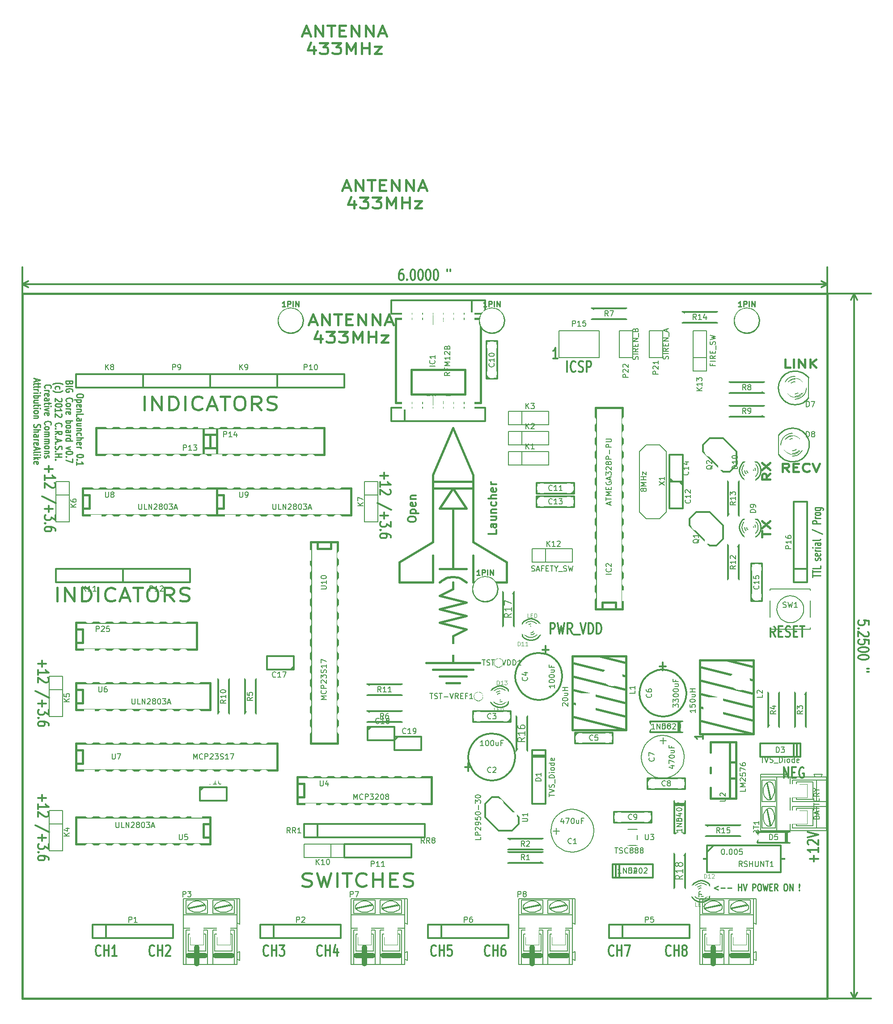
<source format=gto>
G04 (created by PCBNEW-RS274X (2011-05-25)-stable) date Fri 10 Aug 2012 02:01:07 AM MDT*
G01*
G70*
G90*
%MOIN*%
G04 Gerber Fmt 3.4, Leading zero omitted, Abs format*
%FSLAX34Y34*%
G04 APERTURE LIST*
%ADD10C,0.006000*%
%ADD11C,0.018000*%
%ADD12C,0.012000*%
%ADD13C,0.010000*%
%ADD14C,0.015000*%
%ADD15C,0.040000*%
%ADD16C,0.008000*%
%ADD17C,0.003000*%
%ADD18C,0.005000*%
%ADD19C,0.002600*%
%ADD20C,0.000100*%
%ADD21C,0.003500*%
%ADD22C,0.010700*%
%ADD23C,0.180000*%
%ADD24C,0.075000*%
%ADD25R,0.075100X0.098700*%
%ADD26C,0.080000*%
%ADD27R,0.080000X0.080000*%
%ADD28C,0.086000*%
%ADD29O,0.110000X0.082000*%
%ADD30R,0.110000X0.082000*%
%ADD31O,0.082000X0.110000*%
%ADD32R,0.082000X0.110000*%
%ADD33C,0.090000*%
%ADD34R,0.090000X0.090000*%
%ADD35R,0.075000X0.075000*%
%ADD36O,0.176000X0.098000*%
%ADD37R,0.085000X0.085000*%
%ADD38C,0.085000*%
%ADD39R,0.050000X0.040000*%
%ADD40O,0.098000X0.176000*%
%ADD41O,0.118400X0.090900*%
%ADD42C,0.320000*%
%ADD43R,0.147600X0.147600*%
%ADD44C,0.147600*%
%ADD45C,0.065000*%
G04 APERTURE END LIST*
G54D10*
G54D11*
X49178Y07155D02*
X49655Y07155D01*
X49083Y06926D02*
X49417Y07726D01*
X49750Y06926D01*
X50083Y06926D02*
X50083Y07726D01*
X50655Y06926D01*
X50655Y07726D01*
X50988Y07726D02*
X51560Y07726D01*
X51274Y06926D02*
X51274Y07726D01*
X51893Y07345D02*
X52226Y07345D01*
X52369Y06926D02*
X51893Y06926D01*
X51893Y07726D01*
X52369Y07726D01*
X52798Y06926D02*
X52798Y07726D01*
X53370Y06926D01*
X53370Y07726D01*
X53846Y06926D02*
X53846Y07726D01*
X54418Y06926D01*
X54418Y07726D01*
X54846Y07155D02*
X55323Y07155D01*
X54751Y06926D02*
X55085Y07726D01*
X55418Y06926D01*
X49989Y06160D02*
X49989Y05626D01*
X49751Y06464D02*
X49512Y05893D01*
X50132Y05893D01*
X50417Y06426D02*
X51036Y06426D01*
X50703Y06121D01*
X50845Y06121D01*
X50941Y06083D01*
X50988Y06045D01*
X51036Y05969D01*
X51036Y05779D01*
X50988Y05702D01*
X50941Y05664D01*
X50845Y05626D01*
X50560Y05626D01*
X50464Y05664D01*
X50417Y05702D01*
X51369Y06426D02*
X51988Y06426D01*
X51655Y06121D01*
X51797Y06121D01*
X51893Y06083D01*
X51940Y06045D01*
X51988Y05969D01*
X51988Y05779D01*
X51940Y05702D01*
X51893Y05664D01*
X51797Y05626D01*
X51512Y05626D01*
X51416Y05664D01*
X51369Y05702D01*
X52416Y05626D02*
X52416Y06426D01*
X52749Y05855D01*
X53083Y06426D01*
X53083Y05626D01*
X53559Y05626D02*
X53559Y06426D01*
X53559Y06045D02*
X54131Y06045D01*
X54131Y05626D02*
X54131Y06426D01*
X54512Y06160D02*
X55036Y06160D01*
X54512Y05626D01*
X55036Y05626D01*
X52178Y-04345D02*
X52655Y-04345D01*
X52083Y-04574D02*
X52417Y-03774D01*
X52750Y-04574D01*
X53083Y-04574D02*
X53083Y-03774D01*
X53655Y-04574D01*
X53655Y-03774D01*
X53988Y-03774D02*
X54560Y-03774D01*
X54274Y-04574D02*
X54274Y-03774D01*
X54893Y-04155D02*
X55226Y-04155D01*
X55369Y-04574D02*
X54893Y-04574D01*
X54893Y-03774D01*
X55369Y-03774D01*
X55798Y-04574D02*
X55798Y-03774D01*
X56370Y-04574D01*
X56370Y-03774D01*
X56846Y-04574D02*
X56846Y-03774D01*
X57418Y-04574D01*
X57418Y-03774D01*
X57846Y-04345D02*
X58323Y-04345D01*
X57751Y-04574D02*
X58085Y-03774D01*
X58418Y-04574D01*
X52989Y-05340D02*
X52989Y-05874D01*
X52751Y-05036D02*
X52512Y-05607D01*
X53132Y-05607D01*
X53417Y-05074D02*
X54036Y-05074D01*
X53703Y-05379D01*
X53845Y-05379D01*
X53941Y-05417D01*
X53988Y-05455D01*
X54036Y-05531D01*
X54036Y-05721D01*
X53988Y-05798D01*
X53941Y-05836D01*
X53845Y-05874D01*
X53560Y-05874D01*
X53464Y-05836D01*
X53417Y-05798D01*
X54369Y-05074D02*
X54988Y-05074D01*
X54655Y-05379D01*
X54797Y-05379D01*
X54893Y-05417D01*
X54940Y-05455D01*
X54988Y-05531D01*
X54988Y-05721D01*
X54940Y-05798D01*
X54893Y-05836D01*
X54797Y-05874D01*
X54512Y-05874D01*
X54416Y-05836D01*
X54369Y-05798D01*
X55416Y-05874D02*
X55416Y-05074D01*
X55749Y-05645D01*
X56083Y-05074D01*
X56083Y-05874D01*
X56559Y-05874D02*
X56559Y-05074D01*
X56559Y-05455D02*
X57131Y-05455D01*
X57131Y-05874D02*
X57131Y-05074D01*
X57512Y-05340D02*
X58036Y-05340D01*
X57512Y-05874D01*
X58036Y-05874D01*
G54D12*
X55231Y-25572D02*
X55231Y-26029D01*
X54926Y-25800D02*
X55536Y-25800D01*
X54926Y-26629D02*
X54926Y-26286D01*
X54926Y-26458D02*
X55726Y-26458D01*
X55612Y-26401D01*
X55536Y-26343D01*
X55498Y-26286D01*
X55650Y-26857D02*
X55688Y-26886D01*
X55726Y-26943D01*
X55726Y-27086D01*
X55688Y-27143D01*
X55650Y-27172D01*
X55574Y-27200D01*
X55498Y-27200D01*
X55383Y-27172D01*
X54926Y-26829D01*
X54926Y-27200D01*
X55764Y-28342D02*
X54736Y-27828D01*
X55231Y-28543D02*
X55231Y-29000D01*
X54926Y-28771D02*
X55536Y-28771D01*
X55726Y-29229D02*
X55726Y-29600D01*
X55421Y-29400D01*
X55421Y-29486D01*
X55383Y-29543D01*
X55345Y-29572D01*
X55269Y-29600D01*
X55079Y-29600D01*
X55002Y-29572D01*
X54964Y-29543D01*
X54926Y-29486D01*
X54926Y-29314D01*
X54964Y-29257D01*
X55002Y-29229D01*
X55002Y-29857D02*
X54964Y-29885D01*
X54926Y-29857D01*
X54964Y-29828D01*
X55002Y-29857D01*
X54926Y-29857D01*
X55726Y-30400D02*
X55726Y-30286D01*
X55688Y-30229D01*
X55650Y-30200D01*
X55536Y-30143D01*
X55383Y-30114D01*
X55079Y-30114D01*
X55002Y-30143D01*
X54964Y-30171D01*
X54926Y-30229D01*
X54926Y-30343D01*
X54964Y-30400D01*
X55002Y-30429D01*
X55079Y-30457D01*
X55269Y-30457D01*
X55345Y-30429D01*
X55383Y-30400D01*
X55421Y-30343D01*
X55421Y-30229D01*
X55383Y-30171D01*
X55345Y-30143D01*
X55269Y-30114D01*
X67615Y-37574D02*
X67615Y-36774D01*
X67843Y-36774D01*
X67901Y-36812D01*
X67929Y-36850D01*
X67958Y-36926D01*
X67958Y-37040D01*
X67929Y-37117D01*
X67901Y-37155D01*
X67843Y-37193D01*
X67615Y-37193D01*
X68158Y-36774D02*
X68301Y-37574D01*
X68415Y-37002D01*
X68529Y-37574D01*
X68672Y-36774D01*
X69244Y-37574D02*
X69044Y-37193D01*
X68901Y-37574D02*
X68901Y-36774D01*
X69129Y-36774D01*
X69187Y-36812D01*
X69215Y-36850D01*
X69244Y-36926D01*
X69244Y-37040D01*
X69215Y-37117D01*
X69187Y-37155D01*
X69129Y-37193D01*
X68901Y-37193D01*
X69358Y-37650D02*
X69815Y-37650D01*
X69872Y-36774D02*
X70072Y-37574D01*
X70272Y-36774D01*
X70472Y-37574D02*
X70472Y-36774D01*
X70615Y-36774D01*
X70700Y-36812D01*
X70758Y-36888D01*
X70786Y-36964D01*
X70815Y-37117D01*
X70815Y-37231D01*
X70786Y-37383D01*
X70758Y-37460D01*
X70700Y-37536D01*
X70615Y-37574D01*
X70472Y-37574D01*
X71072Y-37574D02*
X71072Y-36774D01*
X71215Y-36774D01*
X71300Y-36812D01*
X71358Y-36888D01*
X71386Y-36964D01*
X71415Y-37117D01*
X71415Y-37231D01*
X71386Y-37383D01*
X71358Y-37460D01*
X71300Y-37536D01*
X71215Y-37574D01*
X71072Y-37574D01*
G54D13*
X80134Y-56369D02*
X79829Y-56512D01*
X80134Y-56655D01*
X80324Y-56512D02*
X80629Y-56512D01*
X80819Y-56512D02*
X81124Y-56512D01*
X81619Y-56702D02*
X81619Y-56202D01*
X81619Y-56440D02*
X81848Y-56440D01*
X81848Y-56702D02*
X81848Y-56202D01*
X81981Y-56202D02*
X82114Y-56702D01*
X82248Y-56202D01*
X82686Y-56702D02*
X82686Y-56202D01*
X82839Y-56202D01*
X82877Y-56226D01*
X82896Y-56250D01*
X82915Y-56298D01*
X82915Y-56369D01*
X82896Y-56417D01*
X82877Y-56440D01*
X82839Y-56464D01*
X82686Y-56464D01*
X83162Y-56202D02*
X83239Y-56202D01*
X83277Y-56226D01*
X83315Y-56274D01*
X83334Y-56369D01*
X83334Y-56536D01*
X83315Y-56631D01*
X83277Y-56679D01*
X83239Y-56702D01*
X83162Y-56702D01*
X83124Y-56679D01*
X83086Y-56631D01*
X83067Y-56536D01*
X83067Y-56369D01*
X83086Y-56274D01*
X83124Y-56226D01*
X83162Y-56202D01*
X83467Y-56202D02*
X83562Y-56702D01*
X83639Y-56345D01*
X83715Y-56702D01*
X83810Y-56202D01*
X83962Y-56440D02*
X84096Y-56440D01*
X84153Y-56702D02*
X83962Y-56702D01*
X83962Y-56202D01*
X84153Y-56202D01*
X84553Y-56702D02*
X84419Y-56464D01*
X84324Y-56702D02*
X84324Y-56202D01*
X84477Y-56202D01*
X84515Y-56226D01*
X84534Y-56250D01*
X84553Y-56298D01*
X84553Y-56369D01*
X84534Y-56417D01*
X84515Y-56440D01*
X84477Y-56464D01*
X84324Y-56464D01*
X85105Y-56202D02*
X85182Y-56202D01*
X85220Y-56226D01*
X85258Y-56274D01*
X85277Y-56369D01*
X85277Y-56536D01*
X85258Y-56631D01*
X85220Y-56679D01*
X85182Y-56702D01*
X85105Y-56702D01*
X85067Y-56679D01*
X85029Y-56631D01*
X85010Y-56536D01*
X85010Y-56369D01*
X85029Y-56274D01*
X85067Y-56226D01*
X85105Y-56202D01*
X85448Y-56702D02*
X85448Y-56202D01*
X85677Y-56702D01*
X85677Y-56202D01*
X86172Y-56655D02*
X86191Y-56679D01*
X86172Y-56702D01*
X86153Y-56679D01*
X86172Y-56655D01*
X86172Y-56702D01*
X86172Y-56512D02*
X86153Y-56226D01*
X86172Y-56202D01*
X86191Y-56226D01*
X86172Y-56512D01*
X86172Y-56202D01*
G54D12*
X61272Y-47519D02*
X61729Y-47519D01*
X61500Y-47824D02*
X61500Y-47214D01*
X67022Y-38769D02*
X67479Y-38769D01*
X67250Y-39074D02*
X67250Y-38464D01*
X75772Y-40019D02*
X76229Y-40019D01*
X76000Y-40324D02*
X76000Y-39714D01*
X68172Y-17074D02*
X67829Y-17074D01*
X68001Y-17074D02*
X68001Y-16274D01*
X67944Y-16388D01*
X67886Y-16464D01*
X67829Y-16502D01*
X68865Y-18074D02*
X68865Y-17274D01*
X69494Y-17998D02*
X69465Y-18036D01*
X69379Y-18074D01*
X69322Y-18074D01*
X69237Y-18036D01*
X69179Y-17960D01*
X69151Y-17883D01*
X69122Y-17731D01*
X69122Y-17617D01*
X69151Y-17464D01*
X69179Y-17388D01*
X69237Y-17312D01*
X69322Y-17274D01*
X69379Y-17274D01*
X69465Y-17312D01*
X69494Y-17350D01*
X69722Y-18036D02*
X69808Y-18074D01*
X69951Y-18074D01*
X70008Y-18036D01*
X70037Y-17998D01*
X70065Y-17921D01*
X70065Y-17845D01*
X70037Y-17769D01*
X70008Y-17731D01*
X69951Y-17693D01*
X69837Y-17655D01*
X69779Y-17617D01*
X69751Y-17579D01*
X69722Y-17502D01*
X69722Y-17426D01*
X69751Y-17350D01*
X69779Y-17312D01*
X69837Y-17274D01*
X69979Y-17274D01*
X70065Y-17312D01*
X70322Y-18074D02*
X70322Y-17274D01*
X70550Y-17274D01*
X70608Y-17312D01*
X70636Y-17350D01*
X70665Y-17426D01*
X70665Y-17540D01*
X70636Y-17617D01*
X70608Y-17655D01*
X70550Y-17693D01*
X70322Y-17693D01*
X56623Y-10435D02*
X56509Y-10435D01*
X56452Y-10473D01*
X56423Y-10511D01*
X56366Y-10625D01*
X56337Y-10778D01*
X56337Y-11082D01*
X56366Y-11159D01*
X56394Y-11197D01*
X56452Y-11235D01*
X56566Y-11235D01*
X56623Y-11197D01*
X56652Y-11159D01*
X56680Y-11082D01*
X56680Y-10892D01*
X56652Y-10816D01*
X56623Y-10778D01*
X56566Y-10740D01*
X56452Y-10740D01*
X56394Y-10778D01*
X56366Y-10816D01*
X56337Y-10892D01*
X56937Y-11159D02*
X56965Y-11197D01*
X56937Y-11235D01*
X56908Y-11197D01*
X56937Y-11159D01*
X56937Y-11235D01*
X57337Y-10435D02*
X57394Y-10435D01*
X57451Y-10473D01*
X57480Y-10511D01*
X57509Y-10587D01*
X57537Y-10740D01*
X57537Y-10930D01*
X57509Y-11082D01*
X57480Y-11159D01*
X57451Y-11197D01*
X57394Y-11235D01*
X57337Y-11235D01*
X57280Y-11197D01*
X57251Y-11159D01*
X57223Y-11082D01*
X57194Y-10930D01*
X57194Y-10740D01*
X57223Y-10587D01*
X57251Y-10511D01*
X57280Y-10473D01*
X57337Y-10435D01*
X57908Y-10435D02*
X57965Y-10435D01*
X58022Y-10473D01*
X58051Y-10511D01*
X58080Y-10587D01*
X58108Y-10740D01*
X58108Y-10930D01*
X58080Y-11082D01*
X58051Y-11159D01*
X58022Y-11197D01*
X57965Y-11235D01*
X57908Y-11235D01*
X57851Y-11197D01*
X57822Y-11159D01*
X57794Y-11082D01*
X57765Y-10930D01*
X57765Y-10740D01*
X57794Y-10587D01*
X57822Y-10511D01*
X57851Y-10473D01*
X57908Y-10435D01*
X58479Y-10435D02*
X58536Y-10435D01*
X58593Y-10473D01*
X58622Y-10511D01*
X58651Y-10587D01*
X58679Y-10740D01*
X58679Y-10930D01*
X58651Y-11082D01*
X58622Y-11159D01*
X58593Y-11197D01*
X58536Y-11235D01*
X58479Y-11235D01*
X58422Y-11197D01*
X58393Y-11159D01*
X58365Y-11082D01*
X58336Y-10930D01*
X58336Y-10740D01*
X58365Y-10587D01*
X58393Y-10511D01*
X58422Y-10473D01*
X58479Y-10435D01*
X59050Y-10435D02*
X59107Y-10435D01*
X59164Y-10473D01*
X59193Y-10511D01*
X59222Y-10587D01*
X59250Y-10740D01*
X59250Y-10930D01*
X59222Y-11082D01*
X59193Y-11159D01*
X59164Y-11197D01*
X59107Y-11235D01*
X59050Y-11235D01*
X58993Y-11197D01*
X58964Y-11159D01*
X58936Y-11082D01*
X58907Y-10930D01*
X58907Y-10740D01*
X58936Y-10587D01*
X58964Y-10511D01*
X58993Y-10473D01*
X59050Y-10435D01*
X59935Y-10435D02*
X59935Y-10587D01*
X60164Y-10435D02*
X60164Y-10587D01*
X28250Y-11551D02*
X88250Y-11551D01*
X28250Y-12250D02*
X28250Y-10271D01*
X88250Y-12250D02*
X88250Y-10271D01*
X88250Y-11551D02*
X87807Y-11781D01*
X88250Y-11551D02*
X87807Y-11321D01*
X28250Y-11551D02*
X28693Y-11781D01*
X28250Y-11551D02*
X28693Y-11321D01*
X91362Y-36901D02*
X91362Y-36615D01*
X90981Y-36587D01*
X91019Y-36616D01*
X91057Y-36673D01*
X91057Y-36816D01*
X91019Y-36873D01*
X90981Y-36902D01*
X90905Y-36930D01*
X90715Y-36930D01*
X90638Y-36902D01*
X90600Y-36874D01*
X90562Y-36817D01*
X90562Y-36674D01*
X90600Y-36617D01*
X90638Y-36587D01*
X90639Y-37187D02*
X90601Y-37216D01*
X90563Y-37188D01*
X90601Y-37159D01*
X90639Y-37187D01*
X90563Y-37188D01*
X91287Y-37443D02*
X91325Y-37472D01*
X91363Y-37529D01*
X91364Y-37672D01*
X91326Y-37729D01*
X91288Y-37758D01*
X91212Y-37786D01*
X91136Y-37787D01*
X91021Y-37759D01*
X90563Y-37417D01*
X90564Y-37788D01*
X91365Y-38329D02*
X91364Y-38043D01*
X90983Y-38015D01*
X91021Y-38044D01*
X91059Y-38101D01*
X91060Y-38244D01*
X91022Y-38301D01*
X90984Y-38330D01*
X90908Y-38358D01*
X90718Y-38358D01*
X90641Y-38330D01*
X90603Y-38301D01*
X90565Y-38245D01*
X90564Y-38102D01*
X90602Y-38044D01*
X90640Y-38015D01*
X91365Y-38728D02*
X91365Y-38785D01*
X91328Y-38842D01*
X91290Y-38871D01*
X91214Y-38900D01*
X91061Y-38929D01*
X90871Y-38929D01*
X90719Y-38901D01*
X90642Y-38872D01*
X90604Y-38843D01*
X90565Y-38787D01*
X90565Y-38730D01*
X90603Y-38672D01*
X90641Y-38643D01*
X90718Y-38615D01*
X90870Y-38586D01*
X91060Y-38586D01*
X91213Y-38614D01*
X91289Y-38642D01*
X91327Y-38671D01*
X91365Y-38728D01*
X91366Y-39299D02*
X91366Y-39356D01*
X91329Y-39413D01*
X91291Y-39442D01*
X91215Y-39471D01*
X91062Y-39500D01*
X90872Y-39500D01*
X90720Y-39472D01*
X90643Y-39443D01*
X90605Y-39414D01*
X90566Y-39358D01*
X90566Y-39301D01*
X90604Y-39243D01*
X90642Y-39214D01*
X90719Y-39186D01*
X90871Y-39157D01*
X91061Y-39157D01*
X91214Y-39185D01*
X91290Y-39213D01*
X91328Y-39242D01*
X91366Y-39299D01*
X91368Y-40184D02*
X91216Y-40184D01*
X91368Y-40413D02*
X91216Y-40413D01*
X90249Y-12250D02*
X90249Y-64750D01*
X88250Y-12250D02*
X91529Y-12250D01*
X88250Y-64750D02*
X91529Y-64750D01*
X90249Y-64750D02*
X90019Y-64307D01*
X90249Y-64750D02*
X90479Y-64307D01*
X90249Y-12250D02*
X90019Y-12693D01*
X90249Y-12250D02*
X90479Y-12693D01*
G54D14*
X28250Y-64750D02*
X28250Y-62500D01*
X88250Y-64750D02*
X88250Y-62500D01*
G54D15*
X55141Y-61538D02*
X56360Y-61538D01*
X42641Y-61538D02*
X43860Y-61538D01*
X81141Y-61538D02*
X82360Y-61538D01*
X53141Y-61538D02*
X54360Y-61538D01*
X53750Y-62148D02*
X53750Y-60929D01*
X67641Y-61538D02*
X68860Y-61538D01*
X65641Y-61538D02*
X66860Y-61538D01*
X66250Y-62148D02*
X66250Y-60929D01*
X40641Y-61538D02*
X41860Y-61538D01*
X41250Y-62148D02*
X41250Y-60929D01*
X79141Y-61538D02*
X80360Y-61538D01*
X79750Y-62148D02*
X79750Y-60929D01*
G54D14*
X83993Y-25633D02*
X83707Y-25900D01*
X83993Y-26091D02*
X83393Y-26091D01*
X83393Y-25786D01*
X83421Y-25710D01*
X83450Y-25671D01*
X83507Y-25633D01*
X83593Y-25633D01*
X83650Y-25671D01*
X83679Y-25710D01*
X83707Y-25786D01*
X83707Y-26091D01*
X83393Y-25367D02*
X83993Y-24833D01*
X83393Y-24833D02*
X83993Y-25367D01*
X83393Y-30360D02*
X83393Y-29903D01*
X83993Y-30131D02*
X83393Y-30131D01*
X83393Y-29712D02*
X83993Y-29178D01*
X83393Y-29178D02*
X83993Y-29712D01*
G54D12*
X55231Y-25572D02*
X55231Y-26029D01*
X54926Y-25800D02*
X55536Y-25800D01*
X54926Y-26629D02*
X54926Y-26286D01*
X54926Y-26458D02*
X55726Y-26458D01*
X55612Y-26401D01*
X55536Y-26343D01*
X55498Y-26286D01*
X55650Y-26857D02*
X55688Y-26886D01*
X55726Y-26943D01*
X55726Y-27086D01*
X55688Y-27143D01*
X55650Y-27172D01*
X55574Y-27200D01*
X55498Y-27200D01*
X55383Y-27172D01*
X54926Y-26829D01*
X54926Y-27200D01*
X55764Y-28342D02*
X54736Y-27828D01*
X55231Y-28543D02*
X55231Y-29000D01*
X54926Y-28771D02*
X55536Y-28771D01*
X55726Y-29229D02*
X55726Y-29600D01*
X55421Y-29400D01*
X55421Y-29486D01*
X55383Y-29543D01*
X55345Y-29572D01*
X55269Y-29600D01*
X55079Y-29600D01*
X55002Y-29572D01*
X54964Y-29543D01*
X54926Y-29486D01*
X54926Y-29314D01*
X54964Y-29257D01*
X55002Y-29229D01*
X55002Y-29857D02*
X54964Y-29885D01*
X54926Y-29857D01*
X54964Y-29828D01*
X55002Y-29857D01*
X54926Y-29857D01*
X55726Y-30400D02*
X55726Y-30286D01*
X55688Y-30229D01*
X55650Y-30200D01*
X55536Y-30143D01*
X55383Y-30114D01*
X55079Y-30114D01*
X55002Y-30143D01*
X54964Y-30171D01*
X54926Y-30229D01*
X54926Y-30343D01*
X54964Y-30400D01*
X55002Y-30429D01*
X55079Y-30457D01*
X55269Y-30457D01*
X55345Y-30429D01*
X55383Y-30400D01*
X55421Y-30343D01*
X55421Y-30229D01*
X55383Y-30171D01*
X55345Y-30143D01*
X55269Y-30114D01*
X29731Y-49572D02*
X29731Y-50029D01*
X29426Y-49800D02*
X30036Y-49800D01*
X29426Y-50629D02*
X29426Y-50286D01*
X29426Y-50458D02*
X30226Y-50458D01*
X30112Y-50401D01*
X30036Y-50343D01*
X29998Y-50286D01*
X30150Y-50857D02*
X30188Y-50886D01*
X30226Y-50943D01*
X30226Y-51086D01*
X30188Y-51143D01*
X30150Y-51172D01*
X30074Y-51200D01*
X29998Y-51200D01*
X29883Y-51172D01*
X29426Y-50829D01*
X29426Y-51200D01*
X30264Y-52342D02*
X29236Y-51828D01*
X29731Y-52543D02*
X29731Y-53000D01*
X29426Y-52771D02*
X30036Y-52771D01*
X30226Y-53229D02*
X30226Y-53600D01*
X29921Y-53400D01*
X29921Y-53486D01*
X29883Y-53543D01*
X29845Y-53572D01*
X29769Y-53600D01*
X29579Y-53600D01*
X29502Y-53572D01*
X29464Y-53543D01*
X29426Y-53486D01*
X29426Y-53314D01*
X29464Y-53257D01*
X29502Y-53229D01*
X29502Y-53857D02*
X29464Y-53885D01*
X29426Y-53857D01*
X29464Y-53828D01*
X29502Y-53857D01*
X29426Y-53857D01*
X30226Y-54400D02*
X30226Y-54286D01*
X30188Y-54229D01*
X30150Y-54200D01*
X30036Y-54143D01*
X29883Y-54114D01*
X29579Y-54114D01*
X29502Y-54143D01*
X29464Y-54171D01*
X29426Y-54229D01*
X29426Y-54343D01*
X29464Y-54400D01*
X29502Y-54429D01*
X29579Y-54457D01*
X29769Y-54457D01*
X29845Y-54429D01*
X29883Y-54400D01*
X29921Y-54343D01*
X29921Y-54229D01*
X29883Y-54171D01*
X29845Y-54143D01*
X29769Y-54114D01*
X29731Y-39572D02*
X29731Y-40029D01*
X29426Y-39800D02*
X30036Y-39800D01*
X29426Y-40629D02*
X29426Y-40286D01*
X29426Y-40458D02*
X30226Y-40458D01*
X30112Y-40401D01*
X30036Y-40343D01*
X29998Y-40286D01*
X30150Y-40857D02*
X30188Y-40886D01*
X30226Y-40943D01*
X30226Y-41086D01*
X30188Y-41143D01*
X30150Y-41172D01*
X30074Y-41200D01*
X29998Y-41200D01*
X29883Y-41172D01*
X29426Y-40829D01*
X29426Y-41200D01*
X30264Y-42342D02*
X29236Y-41828D01*
X29731Y-42543D02*
X29731Y-43000D01*
X29426Y-42771D02*
X30036Y-42771D01*
X30226Y-43229D02*
X30226Y-43600D01*
X29921Y-43400D01*
X29921Y-43486D01*
X29883Y-43543D01*
X29845Y-43572D01*
X29769Y-43600D01*
X29579Y-43600D01*
X29502Y-43572D01*
X29464Y-43543D01*
X29426Y-43486D01*
X29426Y-43314D01*
X29464Y-43257D01*
X29502Y-43229D01*
X29502Y-43857D02*
X29464Y-43885D01*
X29426Y-43857D01*
X29464Y-43828D01*
X29502Y-43857D01*
X29426Y-43857D01*
X30226Y-44400D02*
X30226Y-44286D01*
X30188Y-44229D01*
X30150Y-44200D01*
X30036Y-44143D01*
X29883Y-44114D01*
X29579Y-44114D01*
X29502Y-44143D01*
X29464Y-44171D01*
X29426Y-44229D01*
X29426Y-44343D01*
X29464Y-44400D01*
X29502Y-44429D01*
X29579Y-44457D01*
X29769Y-44457D01*
X29845Y-44429D01*
X29883Y-44400D01*
X29921Y-44343D01*
X29921Y-44229D01*
X29883Y-44171D01*
X29845Y-44143D01*
X29769Y-44114D01*
X30231Y-25072D02*
X30231Y-25529D01*
X29926Y-25300D02*
X30536Y-25300D01*
X29926Y-26129D02*
X29926Y-25786D01*
X29926Y-25958D02*
X30726Y-25958D01*
X30612Y-25901D01*
X30536Y-25843D01*
X30498Y-25786D01*
X30650Y-26357D02*
X30688Y-26386D01*
X30726Y-26443D01*
X30726Y-26586D01*
X30688Y-26643D01*
X30650Y-26672D01*
X30574Y-26700D01*
X30498Y-26700D01*
X30383Y-26672D01*
X29926Y-26329D01*
X29926Y-26700D01*
X30764Y-27842D02*
X29736Y-27328D01*
X30231Y-28043D02*
X30231Y-28500D01*
X29926Y-28271D02*
X30536Y-28271D01*
X30726Y-28729D02*
X30726Y-29100D01*
X30421Y-28900D01*
X30421Y-28986D01*
X30383Y-29043D01*
X30345Y-29072D01*
X30269Y-29100D01*
X30079Y-29100D01*
X30002Y-29072D01*
X29964Y-29043D01*
X29926Y-28986D01*
X29926Y-28814D01*
X29964Y-28757D01*
X30002Y-28729D01*
X30002Y-29357D02*
X29964Y-29385D01*
X29926Y-29357D01*
X29964Y-29328D01*
X30002Y-29357D01*
X29926Y-29357D01*
X30726Y-29900D02*
X30726Y-29786D01*
X30688Y-29729D01*
X30650Y-29700D01*
X30536Y-29643D01*
X30383Y-29614D01*
X30079Y-29614D01*
X30002Y-29643D01*
X29964Y-29671D01*
X29926Y-29729D01*
X29926Y-29843D01*
X29964Y-29900D01*
X30002Y-29929D01*
X30079Y-29957D01*
X30269Y-29957D01*
X30345Y-29929D01*
X30383Y-29900D01*
X30421Y-29843D01*
X30421Y-29729D01*
X30383Y-29671D01*
X30345Y-29643D01*
X30269Y-29614D01*
G54D11*
X30865Y-35155D02*
X30865Y-34155D01*
X31436Y-35155D02*
X31436Y-34155D01*
X32121Y-35155D01*
X32121Y-34155D01*
X32693Y-35155D02*
X32693Y-34155D01*
X32978Y-34155D01*
X33150Y-34202D01*
X33264Y-34298D01*
X33321Y-34393D01*
X33378Y-34583D01*
X33378Y-34726D01*
X33321Y-34917D01*
X33264Y-35012D01*
X33150Y-35107D01*
X32978Y-35155D01*
X32693Y-35155D01*
X33893Y-35155D02*
X33893Y-34155D01*
X35149Y-35060D02*
X35092Y-35107D01*
X34921Y-35155D01*
X34807Y-35155D01*
X34635Y-35107D01*
X34521Y-35012D01*
X34464Y-34917D01*
X34407Y-34726D01*
X34407Y-34583D01*
X34464Y-34393D01*
X34521Y-34298D01*
X34635Y-34202D01*
X34807Y-34155D01*
X34921Y-34155D01*
X35092Y-34202D01*
X35149Y-34250D01*
X35607Y-34869D02*
X36178Y-34869D01*
X35492Y-35155D02*
X35892Y-34155D01*
X36292Y-35155D01*
X36521Y-34155D02*
X37207Y-34155D01*
X36864Y-35155D02*
X36864Y-34155D01*
X37835Y-34155D02*
X38064Y-34155D01*
X38178Y-34202D01*
X38292Y-34298D01*
X38350Y-34488D01*
X38350Y-34821D01*
X38292Y-35012D01*
X38178Y-35107D01*
X38064Y-35155D01*
X37835Y-35155D01*
X37721Y-35107D01*
X37607Y-35012D01*
X37550Y-34821D01*
X37550Y-34488D01*
X37607Y-34298D01*
X37721Y-34202D01*
X37835Y-34155D01*
X39549Y-35155D02*
X39149Y-34679D01*
X38864Y-35155D02*
X38864Y-34155D01*
X39321Y-34155D01*
X39435Y-34202D01*
X39492Y-34250D01*
X39549Y-34345D01*
X39549Y-34488D01*
X39492Y-34583D01*
X39435Y-34631D01*
X39321Y-34679D01*
X38864Y-34679D01*
X40007Y-35107D02*
X40178Y-35155D01*
X40464Y-35155D01*
X40578Y-35107D01*
X40635Y-35060D01*
X40692Y-34964D01*
X40692Y-34869D01*
X40635Y-34774D01*
X40578Y-34726D01*
X40464Y-34679D01*
X40235Y-34631D01*
X40121Y-34583D01*
X40064Y-34536D01*
X40007Y-34440D01*
X40007Y-34345D01*
X40064Y-34250D01*
X40121Y-34202D01*
X40235Y-34155D01*
X40521Y-34155D01*
X40692Y-34202D01*
G54D12*
X85007Y-48324D02*
X85007Y-47524D01*
X85350Y-48324D01*
X85350Y-47524D01*
X85636Y-47905D02*
X85836Y-47905D01*
X85922Y-48324D02*
X85636Y-48324D01*
X85636Y-47524D01*
X85922Y-47524D01*
X86493Y-47562D02*
X86436Y-47524D01*
X86350Y-47524D01*
X86265Y-47562D01*
X86207Y-47638D01*
X86179Y-47714D01*
X86150Y-47867D01*
X86150Y-47981D01*
X86179Y-48133D01*
X86207Y-48210D01*
X86265Y-48286D01*
X86350Y-48324D01*
X86407Y-48324D01*
X86493Y-48286D01*
X86522Y-48248D01*
X86522Y-47981D01*
X86407Y-47981D01*
X87269Y-54556D02*
X87269Y-54099D01*
X87574Y-54328D02*
X86964Y-54328D01*
X87574Y-53499D02*
X87574Y-53842D01*
X87574Y-53670D02*
X86774Y-53670D01*
X86888Y-53727D01*
X86964Y-53785D01*
X87002Y-53842D01*
X86850Y-53271D02*
X86812Y-53242D01*
X86774Y-53185D01*
X86774Y-53042D01*
X86812Y-52985D01*
X86850Y-52956D01*
X86926Y-52928D01*
X87002Y-52928D01*
X87117Y-52956D01*
X87574Y-53299D01*
X87574Y-52928D01*
X86774Y-52757D02*
X87574Y-52557D01*
X86774Y-52357D01*
G54D14*
X88250Y-61250D02*
X88250Y-62500D01*
X28250Y-62500D02*
X28250Y-60750D01*
G54D12*
X76586Y-61498D02*
X76557Y-61536D01*
X76471Y-61574D01*
X76414Y-61574D01*
X76329Y-61536D01*
X76271Y-61460D01*
X76243Y-61383D01*
X76214Y-61231D01*
X76214Y-61117D01*
X76243Y-60964D01*
X76271Y-60888D01*
X76329Y-60812D01*
X76414Y-60774D01*
X76471Y-60774D01*
X76557Y-60812D01*
X76586Y-60850D01*
X76843Y-61574D02*
X76843Y-60774D01*
X76843Y-61155D02*
X77186Y-61155D01*
X77186Y-61574D02*
X77186Y-60774D01*
X77558Y-61117D02*
X77500Y-61079D01*
X77472Y-61040D01*
X77443Y-60964D01*
X77443Y-60926D01*
X77472Y-60850D01*
X77500Y-60812D01*
X77558Y-60774D01*
X77672Y-60774D01*
X77729Y-60812D01*
X77758Y-60850D01*
X77786Y-60926D01*
X77786Y-60964D01*
X77758Y-61040D01*
X77729Y-61079D01*
X77672Y-61117D01*
X77558Y-61117D01*
X77500Y-61155D01*
X77472Y-61193D01*
X77443Y-61269D01*
X77443Y-61421D01*
X77472Y-61498D01*
X77500Y-61536D01*
X77558Y-61574D01*
X77672Y-61574D01*
X77729Y-61536D01*
X77758Y-61498D01*
X77786Y-61421D01*
X77786Y-61269D01*
X77758Y-61193D01*
X77729Y-61155D01*
X77672Y-61117D01*
X72336Y-61498D02*
X72307Y-61536D01*
X72221Y-61574D01*
X72164Y-61574D01*
X72079Y-61536D01*
X72021Y-61460D01*
X71993Y-61383D01*
X71964Y-61231D01*
X71964Y-61117D01*
X71993Y-60964D01*
X72021Y-60888D01*
X72079Y-60812D01*
X72164Y-60774D01*
X72221Y-60774D01*
X72307Y-60812D01*
X72336Y-60850D01*
X72593Y-61574D02*
X72593Y-60774D01*
X72593Y-61155D02*
X72936Y-61155D01*
X72936Y-61574D02*
X72936Y-60774D01*
X73165Y-60774D02*
X73565Y-60774D01*
X73308Y-61574D01*
X63086Y-61498D02*
X63057Y-61536D01*
X62971Y-61574D01*
X62914Y-61574D01*
X62829Y-61536D01*
X62771Y-61460D01*
X62743Y-61383D01*
X62714Y-61231D01*
X62714Y-61117D01*
X62743Y-60964D01*
X62771Y-60888D01*
X62829Y-60812D01*
X62914Y-60774D01*
X62971Y-60774D01*
X63057Y-60812D01*
X63086Y-60850D01*
X63343Y-61574D02*
X63343Y-60774D01*
X63343Y-61155D02*
X63686Y-61155D01*
X63686Y-61574D02*
X63686Y-60774D01*
X64229Y-60774D02*
X64115Y-60774D01*
X64058Y-60812D01*
X64029Y-60850D01*
X63972Y-60964D01*
X63943Y-61117D01*
X63943Y-61421D01*
X63972Y-61498D01*
X64000Y-61536D01*
X64058Y-61574D01*
X64172Y-61574D01*
X64229Y-61536D01*
X64258Y-61498D01*
X64286Y-61421D01*
X64286Y-61231D01*
X64258Y-61155D01*
X64229Y-61117D01*
X64172Y-61079D01*
X64058Y-61079D01*
X64000Y-61117D01*
X63972Y-61155D01*
X63943Y-61231D01*
X59086Y-61498D02*
X59057Y-61536D01*
X58971Y-61574D01*
X58914Y-61574D01*
X58829Y-61536D01*
X58771Y-61460D01*
X58743Y-61383D01*
X58714Y-61231D01*
X58714Y-61117D01*
X58743Y-60964D01*
X58771Y-60888D01*
X58829Y-60812D01*
X58914Y-60774D01*
X58971Y-60774D01*
X59057Y-60812D01*
X59086Y-60850D01*
X59343Y-61574D02*
X59343Y-60774D01*
X59343Y-61155D02*
X59686Y-61155D01*
X59686Y-61574D02*
X59686Y-60774D01*
X60258Y-60774D02*
X59972Y-60774D01*
X59943Y-61155D01*
X59972Y-61117D01*
X60029Y-61079D01*
X60172Y-61079D01*
X60229Y-61117D01*
X60258Y-61155D01*
X60286Y-61231D01*
X60286Y-61421D01*
X60258Y-61498D01*
X60229Y-61536D01*
X60172Y-61574D01*
X60029Y-61574D01*
X59972Y-61536D01*
X59943Y-61498D01*
X50586Y-61498D02*
X50557Y-61536D01*
X50471Y-61574D01*
X50414Y-61574D01*
X50329Y-61536D01*
X50271Y-61460D01*
X50243Y-61383D01*
X50214Y-61231D01*
X50214Y-61117D01*
X50243Y-60964D01*
X50271Y-60888D01*
X50329Y-60812D01*
X50414Y-60774D01*
X50471Y-60774D01*
X50557Y-60812D01*
X50586Y-60850D01*
X50843Y-61574D02*
X50843Y-60774D01*
X50843Y-61155D02*
X51186Y-61155D01*
X51186Y-61574D02*
X51186Y-60774D01*
X51729Y-61040D02*
X51729Y-61574D01*
X51586Y-60736D02*
X51443Y-61307D01*
X51815Y-61307D01*
X46586Y-61498D02*
X46557Y-61536D01*
X46471Y-61574D01*
X46414Y-61574D01*
X46329Y-61536D01*
X46271Y-61460D01*
X46243Y-61383D01*
X46214Y-61231D01*
X46214Y-61117D01*
X46243Y-60964D01*
X46271Y-60888D01*
X46329Y-60812D01*
X46414Y-60774D01*
X46471Y-60774D01*
X46557Y-60812D01*
X46586Y-60850D01*
X46843Y-61574D02*
X46843Y-60774D01*
X46843Y-61155D02*
X47186Y-61155D01*
X47186Y-61574D02*
X47186Y-60774D01*
X47415Y-60774D02*
X47786Y-60774D01*
X47586Y-61079D01*
X47672Y-61079D01*
X47729Y-61117D01*
X47758Y-61155D01*
X47786Y-61231D01*
X47786Y-61421D01*
X47758Y-61498D01*
X47729Y-61536D01*
X47672Y-61574D01*
X47500Y-61574D01*
X47443Y-61536D01*
X47415Y-61498D01*
X38086Y-61498D02*
X38057Y-61536D01*
X37971Y-61574D01*
X37914Y-61574D01*
X37829Y-61536D01*
X37771Y-61460D01*
X37743Y-61383D01*
X37714Y-61231D01*
X37714Y-61117D01*
X37743Y-60964D01*
X37771Y-60888D01*
X37829Y-60812D01*
X37914Y-60774D01*
X37971Y-60774D01*
X38057Y-60812D01*
X38086Y-60850D01*
X38343Y-61574D02*
X38343Y-60774D01*
X38343Y-61155D02*
X38686Y-61155D01*
X38686Y-61574D02*
X38686Y-60774D01*
X38943Y-60850D02*
X38972Y-60812D01*
X39029Y-60774D01*
X39172Y-60774D01*
X39229Y-60812D01*
X39258Y-60850D01*
X39286Y-60926D01*
X39286Y-61002D01*
X39258Y-61117D01*
X38915Y-61574D01*
X39286Y-61574D01*
X34086Y-61498D02*
X34057Y-61536D01*
X33971Y-61574D01*
X33914Y-61574D01*
X33829Y-61536D01*
X33771Y-61460D01*
X33743Y-61383D01*
X33714Y-61231D01*
X33714Y-61117D01*
X33743Y-60964D01*
X33771Y-60888D01*
X33829Y-60812D01*
X33914Y-60774D01*
X33971Y-60774D01*
X34057Y-60812D01*
X34086Y-60850D01*
X34343Y-61574D02*
X34343Y-60774D01*
X34343Y-61155D02*
X34686Y-61155D01*
X34686Y-61574D02*
X34686Y-60774D01*
X35286Y-61574D02*
X34943Y-61574D01*
X35115Y-61574D02*
X35115Y-60774D01*
X35058Y-60888D01*
X35000Y-60964D01*
X34943Y-61002D01*
G54D13*
X87143Y-33370D02*
X87143Y-33141D01*
X87743Y-33256D02*
X87143Y-33256D01*
X87143Y-33065D02*
X87143Y-32836D01*
X87743Y-32951D02*
X87143Y-32951D01*
X87743Y-32512D02*
X87743Y-32703D01*
X87143Y-32703D01*
X87714Y-32093D02*
X87743Y-32055D01*
X87743Y-31979D01*
X87714Y-31940D01*
X87657Y-31921D01*
X87629Y-31921D01*
X87571Y-31940D01*
X87543Y-31979D01*
X87543Y-32036D01*
X87514Y-32074D01*
X87457Y-32093D01*
X87429Y-32093D01*
X87371Y-32074D01*
X87343Y-32036D01*
X87343Y-31979D01*
X87371Y-31940D01*
X87714Y-31597D02*
X87743Y-31635D01*
X87743Y-31712D01*
X87714Y-31750D01*
X87657Y-31769D01*
X87429Y-31769D01*
X87371Y-31750D01*
X87343Y-31712D01*
X87343Y-31635D01*
X87371Y-31597D01*
X87429Y-31578D01*
X87486Y-31578D01*
X87543Y-31769D01*
X87743Y-31407D02*
X87343Y-31407D01*
X87457Y-31407D02*
X87400Y-31388D01*
X87371Y-31369D01*
X87343Y-31331D01*
X87343Y-31292D01*
X87743Y-31159D02*
X87343Y-31159D01*
X87143Y-31159D02*
X87171Y-31178D01*
X87200Y-31159D01*
X87171Y-31140D01*
X87143Y-31159D01*
X87200Y-31159D01*
X87743Y-30797D02*
X87429Y-30797D01*
X87371Y-30816D01*
X87343Y-30854D01*
X87343Y-30931D01*
X87371Y-30969D01*
X87714Y-30797D02*
X87743Y-30835D01*
X87743Y-30931D01*
X87714Y-30969D01*
X87657Y-30988D01*
X87600Y-30988D01*
X87543Y-30969D01*
X87514Y-30931D01*
X87514Y-30835D01*
X87486Y-30797D01*
X87743Y-30550D02*
X87714Y-30588D01*
X87657Y-30607D01*
X87143Y-30607D01*
X87114Y-29806D02*
X87886Y-30149D01*
X87743Y-29368D02*
X87143Y-29368D01*
X87143Y-29215D01*
X87171Y-29177D01*
X87200Y-29158D01*
X87257Y-29139D01*
X87343Y-29139D01*
X87400Y-29158D01*
X87429Y-29177D01*
X87457Y-29215D01*
X87457Y-29368D01*
X87743Y-28968D02*
X87343Y-28968D01*
X87457Y-28968D02*
X87400Y-28949D01*
X87371Y-28930D01*
X87343Y-28892D01*
X87343Y-28853D01*
X87743Y-28663D02*
X87714Y-28701D01*
X87686Y-28720D01*
X87629Y-28739D01*
X87457Y-28739D01*
X87400Y-28720D01*
X87371Y-28701D01*
X87343Y-28663D01*
X87343Y-28605D01*
X87371Y-28567D01*
X87400Y-28548D01*
X87457Y-28529D01*
X87629Y-28529D01*
X87686Y-28548D01*
X87714Y-28567D01*
X87743Y-28605D01*
X87743Y-28663D01*
X87343Y-28186D02*
X87829Y-28186D01*
X87886Y-28205D01*
X87914Y-28224D01*
X87943Y-28263D01*
X87943Y-28320D01*
X87914Y-28358D01*
X87714Y-28186D02*
X87743Y-28224D01*
X87743Y-28301D01*
X87714Y-28339D01*
X87686Y-28358D01*
X87629Y-28377D01*
X87457Y-28377D01*
X87400Y-28358D01*
X87371Y-28339D01*
X87343Y-28301D01*
X87343Y-28224D01*
X87371Y-28186D01*
G54D12*
X84379Y-37824D02*
X84179Y-37443D01*
X84036Y-37824D02*
X84036Y-37024D01*
X84264Y-37024D01*
X84322Y-37062D01*
X84350Y-37100D01*
X84379Y-37176D01*
X84379Y-37290D01*
X84350Y-37367D01*
X84322Y-37405D01*
X84264Y-37443D01*
X84036Y-37443D01*
X84636Y-37405D02*
X84836Y-37405D01*
X84922Y-37824D02*
X84636Y-37824D01*
X84636Y-37024D01*
X84922Y-37024D01*
X85150Y-37786D02*
X85236Y-37824D01*
X85379Y-37824D01*
X85436Y-37786D01*
X85465Y-37748D01*
X85493Y-37671D01*
X85493Y-37595D01*
X85465Y-37519D01*
X85436Y-37481D01*
X85379Y-37443D01*
X85265Y-37405D01*
X85207Y-37367D01*
X85179Y-37329D01*
X85150Y-37252D01*
X85150Y-37176D01*
X85179Y-37100D01*
X85207Y-37062D01*
X85265Y-37024D01*
X85407Y-37024D01*
X85493Y-37062D01*
X85750Y-37405D02*
X85950Y-37405D01*
X86036Y-37824D02*
X85750Y-37824D01*
X85750Y-37024D01*
X86036Y-37024D01*
X86207Y-37024D02*
X86550Y-37024D01*
X86379Y-37824D02*
X86379Y-37024D01*
G54D14*
X85393Y-25493D02*
X85126Y-25207D01*
X84935Y-25493D02*
X84935Y-24893D01*
X85240Y-24893D01*
X85316Y-24921D01*
X85355Y-24950D01*
X85393Y-25007D01*
X85393Y-25093D01*
X85355Y-25150D01*
X85316Y-25179D01*
X85240Y-25207D01*
X84935Y-25207D01*
X85735Y-25179D02*
X86002Y-25179D01*
X86116Y-25493D02*
X85735Y-25493D01*
X85735Y-24893D01*
X86116Y-24893D01*
X86917Y-25436D02*
X86879Y-25464D01*
X86764Y-25493D01*
X86688Y-25493D01*
X86574Y-25464D01*
X86498Y-25407D01*
X86459Y-25350D01*
X86421Y-25236D01*
X86421Y-25150D01*
X86459Y-25036D01*
X86498Y-24979D01*
X86574Y-24921D01*
X86688Y-24893D01*
X86764Y-24893D01*
X86879Y-24921D01*
X86917Y-24950D01*
X87145Y-24893D02*
X87412Y-25493D01*
X87679Y-24893D01*
X85488Y-17743D02*
X85107Y-17743D01*
X85107Y-17143D01*
X85755Y-17743D02*
X85755Y-17143D01*
X86136Y-17743D02*
X86136Y-17143D01*
X86594Y-17743D01*
X86594Y-17143D01*
X86974Y-17743D02*
X86974Y-17143D01*
X87432Y-17743D02*
X87089Y-17400D01*
X87432Y-17143D02*
X86974Y-17486D01*
G54D11*
X49678Y-14345D02*
X50155Y-14345D01*
X49583Y-14574D02*
X49917Y-13774D01*
X50250Y-14574D01*
X50583Y-14574D02*
X50583Y-13774D01*
X51155Y-14574D01*
X51155Y-13774D01*
X51488Y-13774D02*
X52060Y-13774D01*
X51774Y-14574D02*
X51774Y-13774D01*
X52393Y-14155D02*
X52726Y-14155D01*
X52869Y-14574D02*
X52393Y-14574D01*
X52393Y-13774D01*
X52869Y-13774D01*
X53298Y-14574D02*
X53298Y-13774D01*
X53870Y-14574D01*
X53870Y-13774D01*
X54346Y-14574D02*
X54346Y-13774D01*
X54918Y-14574D01*
X54918Y-13774D01*
X55346Y-14345D02*
X55823Y-14345D01*
X55251Y-14574D02*
X55585Y-13774D01*
X55918Y-14574D01*
X50489Y-15340D02*
X50489Y-15874D01*
X50251Y-15036D02*
X50012Y-15607D01*
X50632Y-15607D01*
X50917Y-15074D02*
X51536Y-15074D01*
X51203Y-15379D01*
X51345Y-15379D01*
X51441Y-15417D01*
X51488Y-15455D01*
X51536Y-15531D01*
X51536Y-15721D01*
X51488Y-15798D01*
X51441Y-15836D01*
X51345Y-15874D01*
X51060Y-15874D01*
X50964Y-15836D01*
X50917Y-15798D01*
X51869Y-15074D02*
X52488Y-15074D01*
X52155Y-15379D01*
X52297Y-15379D01*
X52393Y-15417D01*
X52440Y-15455D01*
X52488Y-15531D01*
X52488Y-15721D01*
X52440Y-15798D01*
X52393Y-15836D01*
X52297Y-15874D01*
X52012Y-15874D01*
X51916Y-15836D01*
X51869Y-15798D01*
X52916Y-15874D02*
X52916Y-15074D01*
X53249Y-15645D01*
X53583Y-15074D01*
X53583Y-15874D01*
X54059Y-15874D02*
X54059Y-15074D01*
X54059Y-15455D02*
X54631Y-15455D01*
X54631Y-15874D02*
X54631Y-15074D01*
X55012Y-15340D02*
X55536Y-15340D01*
X55012Y-15874D01*
X55536Y-15874D01*
X37365Y-20905D02*
X37365Y-19905D01*
X37936Y-20905D02*
X37936Y-19905D01*
X38621Y-20905D01*
X38621Y-19905D01*
X39193Y-20905D02*
X39193Y-19905D01*
X39478Y-19905D01*
X39650Y-19952D01*
X39764Y-20048D01*
X39821Y-20143D01*
X39878Y-20333D01*
X39878Y-20476D01*
X39821Y-20667D01*
X39764Y-20762D01*
X39650Y-20857D01*
X39478Y-20905D01*
X39193Y-20905D01*
X40393Y-20905D02*
X40393Y-19905D01*
X41649Y-20810D02*
X41592Y-20857D01*
X41421Y-20905D01*
X41307Y-20905D01*
X41135Y-20857D01*
X41021Y-20762D01*
X40964Y-20667D01*
X40907Y-20476D01*
X40907Y-20333D01*
X40964Y-20143D01*
X41021Y-20048D01*
X41135Y-19952D01*
X41307Y-19905D01*
X41421Y-19905D01*
X41592Y-19952D01*
X41649Y-20000D01*
X42107Y-20619D02*
X42678Y-20619D01*
X41992Y-20905D02*
X42392Y-19905D01*
X42792Y-20905D01*
X43021Y-19905D02*
X43707Y-19905D01*
X43364Y-20905D02*
X43364Y-19905D01*
X44335Y-19905D02*
X44564Y-19905D01*
X44678Y-19952D01*
X44792Y-20048D01*
X44850Y-20238D01*
X44850Y-20571D01*
X44792Y-20762D01*
X44678Y-20857D01*
X44564Y-20905D01*
X44335Y-20905D01*
X44221Y-20857D01*
X44107Y-20762D01*
X44050Y-20571D01*
X44050Y-20238D01*
X44107Y-20048D01*
X44221Y-19952D01*
X44335Y-19905D01*
X46049Y-20905D02*
X45649Y-20429D01*
X45364Y-20905D02*
X45364Y-19905D01*
X45821Y-19905D01*
X45935Y-19952D01*
X45992Y-20000D01*
X46049Y-20095D01*
X46049Y-20238D01*
X45992Y-20333D01*
X45935Y-20381D01*
X45821Y-20429D01*
X45364Y-20429D01*
X46507Y-20857D02*
X46678Y-20905D01*
X46964Y-20905D01*
X47078Y-20857D01*
X47135Y-20810D01*
X47192Y-20714D01*
X47192Y-20619D01*
X47135Y-20524D01*
X47078Y-20476D01*
X46964Y-20429D01*
X46735Y-20381D01*
X46621Y-20333D01*
X46564Y-20286D01*
X46507Y-20190D01*
X46507Y-20095D01*
X46564Y-20000D01*
X46621Y-19952D01*
X46735Y-19905D01*
X47021Y-19905D01*
X47192Y-19952D01*
X49137Y-56357D02*
X49308Y-56405D01*
X49594Y-56405D01*
X49708Y-56357D01*
X49765Y-56310D01*
X49822Y-56214D01*
X49822Y-56119D01*
X49765Y-56024D01*
X49708Y-55976D01*
X49594Y-55929D01*
X49365Y-55881D01*
X49251Y-55833D01*
X49194Y-55786D01*
X49137Y-55690D01*
X49137Y-55595D01*
X49194Y-55500D01*
X49251Y-55452D01*
X49365Y-55405D01*
X49651Y-55405D01*
X49822Y-55452D01*
X50222Y-55405D02*
X50508Y-56405D01*
X50737Y-55690D01*
X50965Y-56405D01*
X51251Y-55405D01*
X51708Y-56405D02*
X51708Y-55405D01*
X52107Y-55405D02*
X52793Y-55405D01*
X52450Y-56405D02*
X52450Y-55405D01*
X53878Y-56310D02*
X53821Y-56357D01*
X53650Y-56405D01*
X53536Y-56405D01*
X53364Y-56357D01*
X53250Y-56262D01*
X53193Y-56167D01*
X53136Y-55976D01*
X53136Y-55833D01*
X53193Y-55643D01*
X53250Y-55548D01*
X53364Y-55452D01*
X53536Y-55405D01*
X53650Y-55405D01*
X53821Y-55452D01*
X53878Y-55500D01*
X54393Y-56405D02*
X54393Y-55405D01*
X54393Y-55881D02*
X55078Y-55881D01*
X55078Y-56405D02*
X55078Y-55405D01*
X55650Y-55881D02*
X56050Y-55881D01*
X56221Y-56405D02*
X55650Y-56405D01*
X55650Y-55405D01*
X56221Y-55405D01*
X56679Y-56357D02*
X56850Y-56405D01*
X57136Y-56405D01*
X57250Y-56357D01*
X57307Y-56310D01*
X57364Y-56214D01*
X57364Y-56119D01*
X57307Y-56024D01*
X57250Y-55976D01*
X57136Y-55929D01*
X56907Y-55881D01*
X56793Y-55833D01*
X56736Y-55786D01*
X56679Y-55690D01*
X56679Y-55595D01*
X56736Y-55500D01*
X56793Y-55452D01*
X56907Y-55405D01*
X57193Y-55405D01*
X57364Y-55452D01*
G54D13*
X32798Y-19807D02*
X32798Y-19884D01*
X32774Y-19922D01*
X32726Y-19960D01*
X32631Y-19979D01*
X32464Y-19979D01*
X32369Y-19960D01*
X32321Y-19922D01*
X32298Y-19884D01*
X32298Y-19807D01*
X32321Y-19769D01*
X32369Y-19731D01*
X32464Y-19712D01*
X32631Y-19712D01*
X32726Y-19731D01*
X32774Y-19769D01*
X32798Y-19807D01*
X32631Y-20150D02*
X32131Y-20150D01*
X32607Y-20150D02*
X32631Y-20188D01*
X32631Y-20265D01*
X32607Y-20303D01*
X32583Y-20322D01*
X32536Y-20341D01*
X32393Y-20341D01*
X32345Y-20322D01*
X32321Y-20303D01*
X32298Y-20265D01*
X32298Y-20188D01*
X32321Y-20150D01*
X32321Y-20665D02*
X32298Y-20627D01*
X32298Y-20550D01*
X32321Y-20512D01*
X32369Y-20493D01*
X32560Y-20493D01*
X32607Y-20512D01*
X32631Y-20550D01*
X32631Y-20627D01*
X32607Y-20665D01*
X32560Y-20684D01*
X32512Y-20684D01*
X32464Y-20493D01*
X32631Y-20855D02*
X32298Y-20855D01*
X32583Y-20855D02*
X32607Y-20874D01*
X32631Y-20912D01*
X32631Y-20970D01*
X32607Y-21008D01*
X32560Y-21027D01*
X32298Y-21027D01*
X32298Y-21408D02*
X32298Y-21217D01*
X32798Y-21217D01*
X32298Y-21713D02*
X32560Y-21713D01*
X32607Y-21694D01*
X32631Y-21656D01*
X32631Y-21579D01*
X32607Y-21541D01*
X32321Y-21713D02*
X32298Y-21675D01*
X32298Y-21579D01*
X32321Y-21541D01*
X32369Y-21522D01*
X32417Y-21522D01*
X32464Y-21541D01*
X32488Y-21579D01*
X32488Y-21675D01*
X32512Y-21713D01*
X32631Y-22075D02*
X32298Y-22075D01*
X32631Y-21903D02*
X32369Y-21903D01*
X32321Y-21922D01*
X32298Y-21960D01*
X32298Y-22018D01*
X32321Y-22056D01*
X32345Y-22075D01*
X32631Y-22265D02*
X32298Y-22265D01*
X32583Y-22265D02*
X32607Y-22284D01*
X32631Y-22322D01*
X32631Y-22380D01*
X32607Y-22418D01*
X32560Y-22437D01*
X32298Y-22437D01*
X32321Y-22799D02*
X32298Y-22761D01*
X32298Y-22684D01*
X32321Y-22646D01*
X32345Y-22627D01*
X32393Y-22608D01*
X32536Y-22608D01*
X32583Y-22627D01*
X32607Y-22646D01*
X32631Y-22684D01*
X32631Y-22761D01*
X32607Y-22799D01*
X32298Y-22970D02*
X32798Y-22970D01*
X32298Y-23142D02*
X32560Y-23142D01*
X32607Y-23123D01*
X32631Y-23085D01*
X32631Y-23027D01*
X32607Y-22989D01*
X32583Y-22970D01*
X32321Y-23485D02*
X32298Y-23447D01*
X32298Y-23370D01*
X32321Y-23332D01*
X32369Y-23313D01*
X32560Y-23313D01*
X32607Y-23332D01*
X32631Y-23370D01*
X32631Y-23447D01*
X32607Y-23485D01*
X32560Y-23504D01*
X32512Y-23504D01*
X32464Y-23313D01*
X32298Y-23675D02*
X32631Y-23675D01*
X32536Y-23675D02*
X32583Y-23694D01*
X32607Y-23713D01*
X32631Y-23751D01*
X32631Y-23790D01*
X32798Y-24304D02*
X32798Y-24343D01*
X32774Y-24381D01*
X32750Y-24400D01*
X32702Y-24419D01*
X32607Y-24438D01*
X32488Y-24438D01*
X32393Y-24419D01*
X32345Y-24400D01*
X32321Y-24381D01*
X32298Y-24343D01*
X32298Y-24304D01*
X32321Y-24266D01*
X32345Y-24247D01*
X32393Y-24228D01*
X32488Y-24209D01*
X32607Y-24209D01*
X32702Y-24228D01*
X32750Y-24247D01*
X32774Y-24266D01*
X32798Y-24304D01*
X32345Y-24609D02*
X32321Y-24628D01*
X32298Y-24609D01*
X32321Y-24590D01*
X32345Y-24609D01*
X32298Y-24609D01*
X32298Y-25009D02*
X32298Y-24780D01*
X32298Y-24894D02*
X32798Y-24894D01*
X32726Y-24856D01*
X32679Y-24818D01*
X32655Y-24780D01*
X31760Y-18874D02*
X31736Y-18931D01*
X31712Y-18950D01*
X31664Y-18969D01*
X31593Y-18969D01*
X31545Y-18950D01*
X31521Y-18931D01*
X31498Y-18893D01*
X31498Y-18740D01*
X31998Y-18740D01*
X31998Y-18874D01*
X31974Y-18912D01*
X31950Y-18931D01*
X31902Y-18950D01*
X31855Y-18950D01*
X31807Y-18931D01*
X31783Y-18912D01*
X31760Y-18874D01*
X31760Y-18740D01*
X31498Y-19140D02*
X31998Y-19140D01*
X31974Y-19540D02*
X31998Y-19502D01*
X31998Y-19445D01*
X31974Y-19387D01*
X31926Y-19349D01*
X31879Y-19330D01*
X31783Y-19311D01*
X31712Y-19311D01*
X31617Y-19330D01*
X31569Y-19349D01*
X31521Y-19387D01*
X31498Y-19445D01*
X31498Y-19483D01*
X31521Y-19540D01*
X31545Y-19559D01*
X31712Y-19559D01*
X31712Y-19483D01*
X31545Y-20264D02*
X31521Y-20245D01*
X31498Y-20188D01*
X31498Y-20150D01*
X31521Y-20092D01*
X31569Y-20054D01*
X31617Y-20035D01*
X31712Y-20016D01*
X31783Y-20016D01*
X31879Y-20035D01*
X31926Y-20054D01*
X31974Y-20092D01*
X31998Y-20150D01*
X31998Y-20188D01*
X31974Y-20245D01*
X31950Y-20264D01*
X31498Y-20492D02*
X31521Y-20454D01*
X31545Y-20435D01*
X31593Y-20416D01*
X31736Y-20416D01*
X31783Y-20435D01*
X31807Y-20454D01*
X31831Y-20492D01*
X31831Y-20550D01*
X31807Y-20588D01*
X31783Y-20607D01*
X31736Y-20626D01*
X31593Y-20626D01*
X31545Y-20607D01*
X31521Y-20588D01*
X31498Y-20550D01*
X31498Y-20492D01*
X31498Y-20797D02*
X31831Y-20797D01*
X31736Y-20797D02*
X31783Y-20816D01*
X31807Y-20835D01*
X31831Y-20873D01*
X31831Y-20912D01*
X31521Y-21198D02*
X31498Y-21160D01*
X31498Y-21083D01*
X31521Y-21045D01*
X31569Y-21026D01*
X31760Y-21026D01*
X31807Y-21045D01*
X31831Y-21083D01*
X31831Y-21160D01*
X31807Y-21198D01*
X31760Y-21217D01*
X31712Y-21217D01*
X31664Y-21026D01*
X31498Y-21693D02*
X31998Y-21693D01*
X31807Y-21693D02*
X31831Y-21731D01*
X31831Y-21808D01*
X31807Y-21846D01*
X31783Y-21865D01*
X31736Y-21884D01*
X31593Y-21884D01*
X31545Y-21865D01*
X31521Y-21846D01*
X31498Y-21808D01*
X31498Y-21731D01*
X31521Y-21693D01*
X31498Y-22112D02*
X31521Y-22074D01*
X31545Y-22055D01*
X31593Y-22036D01*
X31736Y-22036D01*
X31783Y-22055D01*
X31807Y-22074D01*
X31831Y-22112D01*
X31831Y-22170D01*
X31807Y-22208D01*
X31783Y-22227D01*
X31736Y-22246D01*
X31593Y-22246D01*
X31545Y-22227D01*
X31521Y-22208D01*
X31498Y-22170D01*
X31498Y-22112D01*
X31498Y-22589D02*
X31760Y-22589D01*
X31807Y-22570D01*
X31831Y-22532D01*
X31831Y-22455D01*
X31807Y-22417D01*
X31521Y-22589D02*
X31498Y-22551D01*
X31498Y-22455D01*
X31521Y-22417D01*
X31569Y-22398D01*
X31617Y-22398D01*
X31664Y-22417D01*
X31688Y-22455D01*
X31688Y-22551D01*
X31712Y-22589D01*
X31498Y-22779D02*
X31831Y-22779D01*
X31736Y-22779D02*
X31783Y-22798D01*
X31807Y-22817D01*
X31831Y-22855D01*
X31831Y-22894D01*
X31498Y-23199D02*
X31998Y-23199D01*
X31521Y-23199D02*
X31498Y-23161D01*
X31498Y-23084D01*
X31521Y-23046D01*
X31545Y-23027D01*
X31593Y-23008D01*
X31736Y-23008D01*
X31783Y-23027D01*
X31807Y-23046D01*
X31831Y-23084D01*
X31831Y-23161D01*
X31807Y-23199D01*
X31831Y-23656D02*
X31498Y-23751D01*
X31831Y-23847D01*
X31998Y-24075D02*
X31998Y-24114D01*
X31974Y-24152D01*
X31950Y-24171D01*
X31902Y-24190D01*
X31807Y-24209D01*
X31688Y-24209D01*
X31593Y-24190D01*
X31545Y-24171D01*
X31521Y-24152D01*
X31498Y-24114D01*
X31498Y-24075D01*
X31521Y-24037D01*
X31545Y-24018D01*
X31593Y-23999D01*
X31688Y-23980D01*
X31807Y-23980D01*
X31902Y-23999D01*
X31950Y-24018D01*
X31974Y-24037D01*
X31998Y-24075D01*
X31545Y-24380D02*
X31521Y-24399D01*
X31498Y-24380D01*
X31521Y-24361D01*
X31545Y-24380D01*
X31498Y-24380D01*
X31998Y-24532D02*
X31998Y-24799D01*
X31498Y-24627D01*
X30507Y-19008D02*
X30531Y-18988D01*
X30602Y-18950D01*
X30650Y-18931D01*
X30721Y-18912D01*
X30840Y-18893D01*
X30936Y-18893D01*
X31055Y-18912D01*
X31126Y-18931D01*
X31174Y-18950D01*
X31245Y-18988D01*
X31269Y-19008D01*
X30721Y-19332D02*
X30698Y-19294D01*
X30698Y-19217D01*
X30721Y-19179D01*
X30745Y-19160D01*
X30793Y-19141D01*
X30936Y-19141D01*
X30983Y-19160D01*
X31007Y-19179D01*
X31031Y-19217D01*
X31031Y-19294D01*
X31007Y-19332D01*
X30507Y-19465D02*
X30531Y-19484D01*
X30602Y-19522D01*
X30650Y-19541D01*
X30721Y-19560D01*
X30840Y-19579D01*
X30936Y-19579D01*
X31055Y-19560D01*
X31126Y-19541D01*
X31174Y-19522D01*
X31245Y-19484D01*
X31269Y-19465D01*
X31150Y-20056D02*
X31174Y-20075D01*
X31198Y-20113D01*
X31198Y-20209D01*
X31174Y-20247D01*
X31150Y-20266D01*
X31102Y-20285D01*
X31055Y-20285D01*
X30983Y-20266D01*
X30698Y-20037D01*
X30698Y-20285D01*
X31198Y-20532D02*
X31198Y-20571D01*
X31174Y-20609D01*
X31150Y-20628D01*
X31102Y-20647D01*
X31007Y-20666D01*
X30888Y-20666D01*
X30793Y-20647D01*
X30745Y-20628D01*
X30721Y-20609D01*
X30698Y-20571D01*
X30698Y-20532D01*
X30721Y-20494D01*
X30745Y-20475D01*
X30793Y-20456D01*
X30888Y-20437D01*
X31007Y-20437D01*
X31102Y-20456D01*
X31150Y-20475D01*
X31174Y-20494D01*
X31198Y-20532D01*
X30698Y-21047D02*
X30698Y-20818D01*
X30698Y-20932D02*
X31198Y-20932D01*
X31126Y-20894D01*
X31079Y-20856D01*
X31055Y-20818D01*
X31150Y-21199D02*
X31174Y-21218D01*
X31198Y-21256D01*
X31198Y-21352D01*
X31174Y-21390D01*
X31150Y-21409D01*
X31102Y-21428D01*
X31055Y-21428D01*
X30983Y-21409D01*
X30698Y-21180D01*
X30698Y-21428D01*
X30745Y-22133D02*
X30721Y-22114D01*
X30698Y-22057D01*
X30698Y-22019D01*
X30721Y-21961D01*
X30769Y-21923D01*
X30817Y-21904D01*
X30912Y-21885D01*
X30983Y-21885D01*
X31079Y-21904D01*
X31126Y-21923D01*
X31174Y-21961D01*
X31198Y-22019D01*
X31198Y-22057D01*
X31174Y-22114D01*
X31150Y-22133D01*
X30745Y-22304D02*
X30721Y-22323D01*
X30698Y-22304D01*
X30721Y-22285D01*
X30745Y-22304D01*
X30698Y-22304D01*
X30698Y-22723D02*
X30936Y-22589D01*
X30698Y-22494D02*
X31198Y-22494D01*
X31198Y-22647D01*
X31174Y-22685D01*
X31150Y-22704D01*
X31102Y-22723D01*
X31031Y-22723D01*
X30983Y-22704D01*
X30960Y-22685D01*
X30936Y-22647D01*
X30936Y-22494D01*
X30745Y-22894D02*
X30721Y-22913D01*
X30698Y-22894D01*
X30721Y-22875D01*
X30745Y-22894D01*
X30698Y-22894D01*
X30840Y-23065D02*
X30840Y-23256D01*
X30698Y-23027D02*
X31198Y-23160D01*
X30698Y-23294D01*
X30745Y-23427D02*
X30721Y-23446D01*
X30698Y-23427D01*
X30721Y-23408D01*
X30745Y-23427D01*
X30698Y-23427D01*
X30721Y-23598D02*
X30698Y-23655D01*
X30698Y-23751D01*
X30721Y-23789D01*
X30745Y-23808D01*
X30793Y-23827D01*
X30840Y-23827D01*
X30888Y-23808D01*
X30912Y-23789D01*
X30936Y-23751D01*
X30960Y-23674D01*
X30983Y-23636D01*
X31007Y-23617D01*
X31055Y-23598D01*
X31102Y-23598D01*
X31150Y-23617D01*
X31174Y-23636D01*
X31198Y-23674D01*
X31198Y-23770D01*
X31174Y-23827D01*
X30745Y-23998D02*
X30721Y-24017D01*
X30698Y-23998D01*
X30721Y-23979D01*
X30745Y-23998D01*
X30698Y-23998D01*
X30698Y-24188D02*
X31198Y-24188D01*
X30960Y-24188D02*
X30960Y-24417D01*
X30698Y-24417D02*
X31198Y-24417D01*
X30745Y-24607D02*
X30721Y-24626D01*
X30698Y-24607D01*
X30721Y-24588D01*
X30745Y-24607D01*
X30698Y-24607D01*
X29945Y-19274D02*
X29921Y-19255D01*
X29898Y-19198D01*
X29898Y-19160D01*
X29921Y-19102D01*
X29969Y-19064D01*
X30017Y-19045D01*
X30112Y-19026D01*
X30183Y-19026D01*
X30279Y-19045D01*
X30326Y-19064D01*
X30374Y-19102D01*
X30398Y-19160D01*
X30398Y-19198D01*
X30374Y-19255D01*
X30350Y-19274D01*
X29898Y-19445D02*
X30231Y-19445D01*
X30136Y-19445D02*
X30183Y-19464D01*
X30207Y-19483D01*
X30231Y-19521D01*
X30231Y-19560D01*
X29921Y-19846D02*
X29898Y-19808D01*
X29898Y-19731D01*
X29921Y-19693D01*
X29969Y-19674D01*
X30160Y-19674D01*
X30207Y-19693D01*
X30231Y-19731D01*
X30231Y-19808D01*
X30207Y-19846D01*
X30160Y-19865D01*
X30112Y-19865D01*
X30064Y-19674D01*
X29898Y-20208D02*
X30160Y-20208D01*
X30207Y-20189D01*
X30231Y-20151D01*
X30231Y-20074D01*
X30207Y-20036D01*
X29921Y-20208D02*
X29898Y-20170D01*
X29898Y-20074D01*
X29921Y-20036D01*
X29969Y-20017D01*
X30017Y-20017D01*
X30064Y-20036D01*
X30088Y-20074D01*
X30088Y-20170D01*
X30112Y-20208D01*
X30231Y-20341D02*
X30231Y-20493D01*
X30398Y-20398D02*
X29969Y-20398D01*
X29921Y-20417D01*
X29898Y-20455D01*
X29898Y-20493D01*
X29898Y-20627D02*
X30231Y-20627D01*
X30398Y-20627D02*
X30374Y-20608D01*
X30350Y-20627D01*
X30374Y-20646D01*
X30398Y-20627D01*
X30350Y-20627D01*
X30231Y-20779D02*
X29898Y-20874D01*
X30231Y-20970D01*
X29921Y-21275D02*
X29898Y-21237D01*
X29898Y-21160D01*
X29921Y-21122D01*
X29969Y-21103D01*
X30160Y-21103D01*
X30207Y-21122D01*
X30231Y-21160D01*
X30231Y-21237D01*
X30207Y-21275D01*
X30160Y-21294D01*
X30112Y-21294D01*
X30064Y-21103D01*
X29945Y-21999D02*
X29921Y-21980D01*
X29898Y-21923D01*
X29898Y-21885D01*
X29921Y-21827D01*
X29969Y-21789D01*
X30017Y-21770D01*
X30112Y-21751D01*
X30183Y-21751D01*
X30279Y-21770D01*
X30326Y-21789D01*
X30374Y-21827D01*
X30398Y-21885D01*
X30398Y-21923D01*
X30374Y-21980D01*
X30350Y-21999D01*
X29898Y-22227D02*
X29921Y-22189D01*
X29945Y-22170D01*
X29993Y-22151D01*
X30136Y-22151D01*
X30183Y-22170D01*
X30207Y-22189D01*
X30231Y-22227D01*
X30231Y-22285D01*
X30207Y-22323D01*
X30183Y-22342D01*
X30136Y-22361D01*
X29993Y-22361D01*
X29945Y-22342D01*
X29921Y-22323D01*
X29898Y-22285D01*
X29898Y-22227D01*
X29898Y-22532D02*
X30231Y-22532D01*
X30183Y-22532D02*
X30207Y-22551D01*
X30231Y-22589D01*
X30231Y-22647D01*
X30207Y-22685D01*
X30160Y-22704D01*
X29898Y-22704D01*
X30160Y-22704D02*
X30207Y-22723D01*
X30231Y-22761D01*
X30231Y-22818D01*
X30207Y-22856D01*
X30160Y-22875D01*
X29898Y-22875D01*
X29898Y-23065D02*
X30231Y-23065D01*
X30183Y-23065D02*
X30207Y-23084D01*
X30231Y-23122D01*
X30231Y-23180D01*
X30207Y-23218D01*
X30160Y-23237D01*
X29898Y-23237D01*
X30160Y-23237D02*
X30207Y-23256D01*
X30231Y-23294D01*
X30231Y-23351D01*
X30207Y-23389D01*
X30160Y-23408D01*
X29898Y-23408D01*
X29898Y-23655D02*
X29921Y-23617D01*
X29945Y-23598D01*
X29993Y-23579D01*
X30136Y-23579D01*
X30183Y-23598D01*
X30207Y-23617D01*
X30231Y-23655D01*
X30231Y-23713D01*
X30207Y-23751D01*
X30183Y-23770D01*
X30136Y-23789D01*
X29993Y-23789D01*
X29945Y-23770D01*
X29921Y-23751D01*
X29898Y-23713D01*
X29898Y-23655D01*
X30231Y-23960D02*
X29898Y-23960D01*
X30183Y-23960D02*
X30207Y-23979D01*
X30231Y-24017D01*
X30231Y-24075D01*
X30207Y-24113D01*
X30160Y-24132D01*
X29898Y-24132D01*
X29921Y-24303D02*
X29898Y-24341D01*
X29898Y-24417D01*
X29921Y-24456D01*
X29969Y-24475D01*
X29993Y-24475D01*
X30040Y-24456D01*
X30064Y-24417D01*
X30064Y-24360D01*
X30088Y-24322D01*
X30136Y-24303D01*
X30160Y-24303D01*
X30207Y-24322D01*
X30231Y-24360D01*
X30231Y-24417D01*
X30207Y-24456D01*
X29240Y-18568D02*
X29240Y-18759D01*
X29098Y-18530D02*
X29598Y-18663D01*
X29098Y-18797D01*
X29431Y-18873D02*
X29431Y-19025D01*
X29598Y-18930D02*
X29169Y-18930D01*
X29121Y-18949D01*
X29098Y-18987D01*
X29098Y-19025D01*
X29431Y-19102D02*
X29431Y-19254D01*
X29598Y-19159D02*
X29169Y-19159D01*
X29121Y-19178D01*
X29098Y-19216D01*
X29098Y-19254D01*
X29098Y-19388D02*
X29431Y-19388D01*
X29336Y-19388D02*
X29383Y-19407D01*
X29407Y-19426D01*
X29431Y-19464D01*
X29431Y-19503D01*
X29098Y-19636D02*
X29431Y-19636D01*
X29598Y-19636D02*
X29574Y-19617D01*
X29550Y-19636D01*
X29574Y-19655D01*
X29598Y-19636D01*
X29550Y-19636D01*
X29098Y-19826D02*
X29598Y-19826D01*
X29407Y-19826D02*
X29431Y-19864D01*
X29431Y-19941D01*
X29407Y-19979D01*
X29383Y-19998D01*
X29336Y-20017D01*
X29193Y-20017D01*
X29145Y-19998D01*
X29121Y-19979D01*
X29098Y-19941D01*
X29098Y-19864D01*
X29121Y-19826D01*
X29431Y-20360D02*
X29098Y-20360D01*
X29431Y-20188D02*
X29169Y-20188D01*
X29121Y-20207D01*
X29098Y-20245D01*
X29098Y-20303D01*
X29121Y-20341D01*
X29145Y-20360D01*
X29431Y-20493D02*
X29431Y-20645D01*
X29598Y-20550D02*
X29169Y-20550D01*
X29121Y-20569D01*
X29098Y-20607D01*
X29098Y-20645D01*
X29098Y-20779D02*
X29431Y-20779D01*
X29598Y-20779D02*
X29574Y-20760D01*
X29550Y-20779D01*
X29574Y-20798D01*
X29598Y-20779D01*
X29550Y-20779D01*
X29098Y-21026D02*
X29121Y-20988D01*
X29145Y-20969D01*
X29193Y-20950D01*
X29336Y-20950D01*
X29383Y-20969D01*
X29407Y-20988D01*
X29431Y-21026D01*
X29431Y-21084D01*
X29407Y-21122D01*
X29383Y-21141D01*
X29336Y-21160D01*
X29193Y-21160D01*
X29145Y-21141D01*
X29121Y-21122D01*
X29098Y-21084D01*
X29098Y-21026D01*
X29431Y-21331D02*
X29098Y-21331D01*
X29383Y-21331D02*
X29407Y-21350D01*
X29431Y-21388D01*
X29431Y-21446D01*
X29407Y-21484D01*
X29360Y-21503D01*
X29098Y-21503D01*
X29121Y-21979D02*
X29098Y-22036D01*
X29098Y-22132D01*
X29121Y-22170D01*
X29145Y-22189D01*
X29193Y-22208D01*
X29240Y-22208D01*
X29288Y-22189D01*
X29312Y-22170D01*
X29336Y-22132D01*
X29360Y-22055D01*
X29383Y-22017D01*
X29407Y-21998D01*
X29455Y-21979D01*
X29502Y-21979D01*
X29550Y-21998D01*
X29574Y-22017D01*
X29598Y-22055D01*
X29598Y-22151D01*
X29574Y-22208D01*
X29098Y-22379D02*
X29598Y-22379D01*
X29098Y-22551D02*
X29360Y-22551D01*
X29407Y-22532D01*
X29431Y-22494D01*
X29431Y-22436D01*
X29407Y-22398D01*
X29383Y-22379D01*
X29098Y-22913D02*
X29360Y-22913D01*
X29407Y-22894D01*
X29431Y-22856D01*
X29431Y-22779D01*
X29407Y-22741D01*
X29121Y-22913D02*
X29098Y-22875D01*
X29098Y-22779D01*
X29121Y-22741D01*
X29169Y-22722D01*
X29217Y-22722D01*
X29264Y-22741D01*
X29288Y-22779D01*
X29288Y-22875D01*
X29312Y-22913D01*
X29098Y-23103D02*
X29431Y-23103D01*
X29336Y-23103D02*
X29383Y-23122D01*
X29407Y-23141D01*
X29431Y-23179D01*
X29431Y-23218D01*
X29121Y-23504D02*
X29098Y-23466D01*
X29098Y-23389D01*
X29121Y-23351D01*
X29169Y-23332D01*
X29360Y-23332D01*
X29407Y-23351D01*
X29431Y-23389D01*
X29431Y-23466D01*
X29407Y-23504D01*
X29360Y-23523D01*
X29312Y-23523D01*
X29264Y-23332D01*
X29240Y-23675D02*
X29240Y-23866D01*
X29098Y-23637D02*
X29598Y-23770D01*
X29098Y-23904D01*
X29098Y-24094D02*
X29121Y-24056D01*
X29169Y-24037D01*
X29598Y-24037D01*
X29098Y-24247D02*
X29431Y-24247D01*
X29598Y-24247D02*
X29574Y-24228D01*
X29550Y-24247D01*
X29574Y-24266D01*
X29598Y-24247D01*
X29550Y-24247D01*
X29098Y-24437D02*
X29598Y-24437D01*
X29288Y-24475D02*
X29098Y-24590D01*
X29431Y-24590D02*
X29240Y-24437D01*
X29121Y-24914D02*
X29098Y-24876D01*
X29098Y-24799D01*
X29121Y-24761D01*
X29169Y-24742D01*
X29360Y-24742D01*
X29407Y-24761D01*
X29431Y-24799D01*
X29431Y-24876D01*
X29407Y-24914D01*
X29360Y-24933D01*
X29312Y-24933D01*
X29264Y-24742D01*
G54D14*
X28250Y-12250D02*
X28250Y-62250D01*
X88250Y-12250D02*
X28250Y-12250D01*
X88250Y-62250D02*
X88250Y-12250D01*
X28250Y-64750D02*
X88250Y-64750D01*
X63650Y-34250D02*
X63632Y-34424D01*
X63582Y-34592D01*
X63499Y-34748D01*
X63388Y-34884D01*
X63253Y-34996D01*
X63098Y-35079D01*
X62930Y-35131D01*
X62756Y-35149D01*
X62582Y-35134D01*
X62413Y-35084D01*
X62258Y-35003D01*
X62121Y-34893D01*
X62008Y-34758D01*
X61923Y-34604D01*
X61870Y-34437D01*
X61851Y-34262D01*
X61865Y-34088D01*
X61914Y-33919D01*
X61994Y-33763D01*
X62103Y-33625D01*
X62237Y-33511D01*
X62390Y-33426D01*
X62557Y-33371D01*
X62732Y-33351D01*
X62906Y-33364D01*
X63075Y-33411D01*
X63232Y-33491D01*
X63370Y-33599D01*
X63485Y-33732D01*
X63572Y-33884D01*
X63627Y-34051D01*
X63649Y-34225D01*
X63650Y-34250D01*
X83150Y-14250D02*
X83132Y-14424D01*
X83082Y-14592D01*
X82999Y-14748D01*
X82888Y-14884D01*
X82753Y-14996D01*
X82598Y-15079D01*
X82430Y-15131D01*
X82256Y-15149D01*
X82082Y-15134D01*
X81913Y-15084D01*
X81758Y-15003D01*
X81621Y-14893D01*
X81508Y-14758D01*
X81423Y-14604D01*
X81370Y-14437D01*
X81351Y-14262D01*
X81365Y-14088D01*
X81414Y-13919D01*
X81494Y-13763D01*
X81603Y-13625D01*
X81737Y-13511D01*
X81890Y-13426D01*
X82057Y-13371D01*
X82232Y-13351D01*
X82406Y-13364D01*
X82575Y-13411D01*
X82732Y-13491D01*
X82870Y-13599D01*
X82985Y-13732D01*
X83072Y-13884D01*
X83127Y-14051D01*
X83149Y-14225D01*
X83150Y-14250D01*
X49150Y-14250D02*
X49132Y-14424D01*
X49082Y-14592D01*
X48999Y-14748D01*
X48888Y-14884D01*
X48753Y-14996D01*
X48598Y-15079D01*
X48430Y-15131D01*
X48256Y-15149D01*
X48082Y-15134D01*
X47913Y-15084D01*
X47758Y-15003D01*
X47621Y-14893D01*
X47508Y-14758D01*
X47423Y-14604D01*
X47370Y-14437D01*
X47351Y-14262D01*
X47365Y-14088D01*
X47414Y-13919D01*
X47494Y-13763D01*
X47603Y-13625D01*
X47737Y-13511D01*
X47890Y-13426D01*
X48057Y-13371D01*
X48232Y-13351D01*
X48406Y-13364D01*
X48575Y-13411D01*
X48732Y-13491D01*
X48870Y-13599D01*
X48985Y-13732D01*
X49072Y-13884D01*
X49127Y-14051D01*
X49149Y-14225D01*
X49150Y-14250D01*
X64150Y-14250D02*
X64132Y-14424D01*
X64082Y-14592D01*
X63999Y-14748D01*
X63888Y-14884D01*
X63753Y-14996D01*
X63598Y-15079D01*
X63430Y-15131D01*
X63256Y-15149D01*
X63082Y-15134D01*
X62913Y-15084D01*
X62758Y-15003D01*
X62621Y-14893D01*
X62508Y-14758D01*
X62423Y-14604D01*
X62370Y-14437D01*
X62351Y-14262D01*
X62365Y-14088D01*
X62414Y-13919D01*
X62494Y-13763D01*
X62603Y-13625D01*
X62737Y-13511D01*
X62890Y-13426D01*
X63057Y-13371D01*
X63232Y-13351D01*
X63406Y-13364D01*
X63575Y-13411D01*
X63732Y-13491D01*
X63870Y-13599D01*
X63985Y-13732D01*
X64072Y-13884D01*
X64127Y-14051D01*
X64149Y-14225D01*
X64150Y-14250D01*
G54D12*
X62870Y-18590D02*
X62870Y-15790D01*
X62870Y-15790D02*
X63670Y-15790D01*
X63670Y-15790D02*
X63670Y-18590D01*
X63670Y-18590D02*
X62870Y-18590D01*
X63070Y-18590D02*
X62870Y-18390D01*
G54D14*
X61258Y-19730D02*
X57242Y-19730D01*
X57242Y-19730D02*
X57242Y-17919D01*
X57242Y-17919D02*
X61258Y-17919D01*
X61258Y-17919D02*
X61258Y-19730D01*
X56081Y-20380D02*
X56081Y-14120D01*
X56081Y-14120D02*
X62419Y-14100D01*
X62419Y-14100D02*
X62419Y-20380D01*
X62419Y-20380D02*
X56081Y-20380D01*
X59850Y-41250D02*
X60850Y-41250D01*
X59350Y-40750D02*
X61350Y-40750D01*
X58850Y-40250D02*
X61850Y-40250D01*
X58350Y-39750D02*
X62350Y-39750D01*
X60350Y-38750D02*
X60350Y-39750D01*
X60350Y-28250D02*
X60350Y-32750D01*
X60350Y-26750D02*
X59350Y-28250D01*
X59350Y-28250D02*
X61350Y-28250D01*
X61350Y-28250D02*
X60350Y-26750D01*
X60350Y-33750D02*
X60350Y-34250D01*
X60350Y-34250D02*
X59350Y-34750D01*
X59350Y-34750D02*
X61350Y-35250D01*
X61350Y-35250D02*
X59350Y-35750D01*
X59350Y-35750D02*
X61350Y-36250D01*
X61350Y-36250D02*
X59350Y-36750D01*
X59350Y-36750D02*
X61350Y-37250D01*
X61350Y-37250D02*
X60350Y-37750D01*
X60350Y-37750D02*
X60350Y-38750D01*
X58850Y-26250D02*
X61850Y-26250D01*
X61850Y-26250D02*
X61850Y-26750D01*
X61850Y-26750D02*
X58850Y-26750D01*
X61349Y-33751D02*
X61258Y-33667D01*
X61161Y-33592D01*
X61057Y-33526D01*
X60947Y-33469D01*
X60833Y-33422D01*
X60715Y-33385D01*
X60595Y-33358D01*
X60473Y-33342D01*
X60350Y-33336D01*
X60227Y-33342D01*
X60105Y-33358D01*
X59985Y-33385D01*
X59867Y-33422D01*
X59753Y-33469D01*
X59644Y-33526D01*
X59539Y-33592D01*
X59442Y-33667D01*
X59351Y-33751D01*
X59350Y-32750D02*
X61350Y-32750D01*
X61850Y-33750D02*
X61850Y-31750D01*
X61850Y-33750D02*
X64350Y-33750D01*
X64350Y-33750D02*
X64350Y-32250D01*
X64350Y-32250D02*
X61850Y-30750D01*
X61850Y-30750D02*
X61850Y-25750D01*
X61850Y-25750D02*
X60350Y-22250D01*
X60350Y-22250D02*
X58850Y-25750D01*
X58850Y-25750D02*
X58850Y-30750D01*
X58850Y-30750D02*
X56350Y-32250D01*
X56350Y-32250D02*
X56350Y-33750D01*
X56350Y-33750D02*
X58850Y-33750D01*
X58850Y-33750D02*
X58850Y-31750D01*
G54D10*
X64500Y-23500D02*
X64500Y-22500D01*
X64500Y-22500D02*
X67500Y-22500D01*
X67500Y-22500D02*
X67500Y-23500D01*
X67500Y-23500D02*
X64500Y-23500D01*
X65500Y-22500D02*
X65500Y-23500D01*
X64500Y-25000D02*
X64500Y-24000D01*
X64500Y-24000D02*
X67500Y-24000D01*
X67500Y-24000D02*
X67500Y-25000D01*
X67500Y-25000D02*
X64500Y-25000D01*
X65500Y-24000D02*
X65500Y-25000D01*
X64500Y-22000D02*
X64500Y-21000D01*
X64500Y-21000D02*
X67500Y-21000D01*
X67500Y-21000D02*
X67500Y-22000D01*
X67500Y-22000D02*
X64500Y-22000D01*
X65500Y-21000D02*
X65500Y-22000D01*
G54D12*
X33500Y-60250D02*
X33500Y-59250D01*
X33500Y-59250D02*
X39500Y-59250D01*
X39500Y-59250D02*
X39500Y-60250D01*
X39500Y-60250D02*
X33500Y-60250D01*
X34500Y-60250D02*
X34500Y-59250D01*
X46000Y-60250D02*
X46000Y-59250D01*
X46000Y-59250D02*
X52000Y-59250D01*
X52000Y-59250D02*
X52000Y-60250D01*
X52000Y-60250D02*
X46000Y-60250D01*
X47000Y-60250D02*
X47000Y-59250D01*
G54D16*
X86870Y-20000D02*
X86870Y-18500D01*
G54D17*
X86557Y-19250D02*
X86543Y-19387D01*
X86503Y-19519D01*
X86438Y-19641D01*
X86351Y-19748D01*
X86245Y-19836D01*
X86123Y-19901D01*
X85992Y-19942D01*
X85854Y-19956D01*
X85718Y-19944D01*
X85586Y-19905D01*
X85463Y-19841D01*
X85356Y-19755D01*
X85267Y-19649D01*
X85201Y-19528D01*
X85159Y-19396D01*
X85144Y-19259D01*
X85155Y-19123D01*
X85193Y-18990D01*
X85256Y-18868D01*
X85342Y-18759D01*
X85447Y-18670D01*
X85567Y-18603D01*
X85699Y-18560D01*
X85836Y-18544D01*
X85972Y-18554D01*
X86105Y-18591D01*
X86228Y-18654D01*
X86337Y-18739D01*
X86427Y-18843D01*
X86495Y-18963D01*
X86539Y-19094D01*
X86556Y-19231D01*
X86557Y-19250D01*
G54D13*
X86849Y-18500D02*
X86780Y-18416D01*
X86704Y-18338D01*
X86621Y-18267D01*
X86532Y-18203D01*
X86438Y-18148D01*
X86340Y-18101D01*
X86238Y-18062D01*
X86133Y-18033D01*
X86026Y-18013D01*
X85917Y-18002D01*
X85809Y-18001D01*
X85700Y-18010D01*
X85593Y-18027D01*
X85487Y-18054D01*
X85384Y-18091D01*
X85285Y-18136D01*
X85190Y-18189D01*
X85100Y-18251D01*
X85016Y-18320D01*
X84938Y-18396D01*
X84867Y-18479D01*
X84803Y-18568D01*
X84748Y-18662D01*
X84701Y-18760D01*
X84662Y-18862D01*
X84633Y-18967D01*
X84613Y-19074D01*
X84602Y-19183D01*
X84601Y-19291D01*
X84610Y-19400D01*
X84627Y-19507D01*
X84654Y-19613D01*
X84691Y-19716D01*
X84736Y-19815D01*
X84789Y-19910D01*
X84851Y-20000D01*
X84920Y-20084D01*
X84996Y-20162D01*
X85079Y-20233D01*
X85168Y-20297D01*
X85262Y-20352D01*
X85360Y-20399D01*
X85462Y-20438D01*
X85567Y-20467D01*
X85674Y-20487D01*
X85783Y-20498D01*
X85891Y-20499D01*
X86000Y-20490D01*
X86107Y-20473D01*
X86213Y-20446D01*
X86316Y-20409D01*
X86415Y-20364D01*
X86510Y-20311D01*
X86600Y-20249D01*
X86684Y-20180D01*
X86762Y-20104D01*
X86833Y-20021D01*
X86849Y-20000D01*
G54D10*
X85850Y-18800D02*
X85811Y-18802D01*
X85772Y-18807D01*
X85734Y-18816D01*
X85697Y-18828D01*
X85660Y-18843D01*
X85626Y-18861D01*
X85592Y-18882D01*
X85561Y-18906D01*
X85532Y-18932D01*
X85506Y-18961D01*
X85482Y-18992D01*
X85461Y-19026D01*
X85443Y-19060D01*
X85428Y-19097D01*
X85416Y-19134D01*
X85407Y-19172D01*
X85402Y-19211D01*
X85400Y-19250D01*
X85850Y-19700D02*
X85889Y-19698D01*
X85928Y-19693D01*
X85966Y-19684D01*
X86003Y-19672D01*
X86040Y-19657D01*
X86075Y-19639D01*
X86108Y-19618D01*
X86139Y-19594D01*
X86168Y-19568D01*
X86194Y-19539D01*
X86218Y-19508D01*
X86239Y-19474D01*
X86257Y-19440D01*
X86272Y-19403D01*
X86284Y-19366D01*
X86293Y-19328D01*
X86298Y-19289D01*
X86300Y-19250D01*
X85850Y-18600D02*
X85794Y-18603D01*
X85738Y-18610D01*
X85682Y-18623D01*
X85628Y-18640D01*
X85576Y-18661D01*
X85526Y-18688D01*
X85478Y-18718D01*
X85433Y-18753D01*
X85391Y-18791D01*
X85353Y-18833D01*
X85318Y-18878D01*
X85288Y-18926D01*
X85261Y-18976D01*
X85240Y-19028D01*
X85223Y-19082D01*
X85210Y-19138D01*
X85203Y-19194D01*
X85200Y-19250D01*
X85850Y-19900D02*
X85906Y-19897D01*
X85962Y-19890D01*
X86018Y-19877D01*
X86072Y-19860D01*
X86124Y-19839D01*
X86175Y-19812D01*
X86222Y-19782D01*
X86267Y-19747D01*
X86309Y-19709D01*
X86347Y-19667D01*
X86382Y-19622D01*
X86412Y-19574D01*
X86439Y-19524D01*
X86460Y-19472D01*
X86477Y-19418D01*
X86490Y-19362D01*
X86497Y-19306D01*
X86500Y-19250D01*
X85850Y-18400D02*
X85776Y-18404D01*
X85703Y-18413D01*
X85631Y-18429D01*
X85560Y-18452D01*
X85491Y-18480D01*
X85426Y-18514D01*
X85363Y-18554D01*
X85304Y-18599D01*
X85249Y-18649D01*
X85199Y-18704D01*
X85154Y-18763D01*
X85114Y-18826D01*
X85080Y-18891D01*
X85052Y-18960D01*
X85029Y-19031D01*
X85013Y-19103D01*
X85004Y-19176D01*
X85000Y-19250D01*
X85850Y-20100D02*
X85924Y-20096D01*
X85997Y-20087D01*
X86069Y-20071D01*
X86140Y-20048D01*
X86209Y-20020D01*
X86275Y-19986D01*
X86337Y-19946D01*
X86396Y-19901D01*
X86451Y-19851D01*
X86501Y-19796D01*
X86546Y-19737D01*
X86586Y-19674D01*
X86620Y-19609D01*
X86648Y-19540D01*
X86671Y-19469D01*
X86687Y-19397D01*
X86696Y-19324D01*
X86700Y-19250D01*
G54D16*
X84630Y-22750D02*
X84630Y-24250D01*
G54D17*
X86357Y-23500D02*
X86343Y-23637D01*
X86303Y-23769D01*
X86238Y-23891D01*
X86151Y-23998D01*
X86045Y-24086D01*
X85923Y-24151D01*
X85792Y-24192D01*
X85654Y-24206D01*
X85518Y-24194D01*
X85386Y-24155D01*
X85263Y-24091D01*
X85156Y-24005D01*
X85067Y-23899D01*
X85001Y-23778D01*
X84959Y-23646D01*
X84944Y-23509D01*
X84955Y-23373D01*
X84993Y-23240D01*
X85056Y-23118D01*
X85142Y-23009D01*
X85247Y-22920D01*
X85367Y-22853D01*
X85499Y-22810D01*
X85636Y-22794D01*
X85772Y-22804D01*
X85905Y-22841D01*
X86028Y-22904D01*
X86137Y-22989D01*
X86227Y-23093D01*
X86295Y-23213D01*
X86339Y-23344D01*
X86356Y-23481D01*
X86357Y-23500D01*
G54D13*
X84651Y-24250D02*
X84720Y-24334D01*
X84796Y-24412D01*
X84879Y-24483D01*
X84968Y-24547D01*
X85062Y-24602D01*
X85160Y-24649D01*
X85262Y-24688D01*
X85367Y-24717D01*
X85474Y-24737D01*
X85583Y-24748D01*
X85691Y-24749D01*
X85800Y-24740D01*
X85907Y-24723D01*
X86013Y-24696D01*
X86116Y-24659D01*
X86215Y-24614D01*
X86310Y-24561D01*
X86400Y-24499D01*
X86484Y-24430D01*
X86562Y-24354D01*
X86633Y-24271D01*
X86697Y-24182D01*
X86752Y-24088D01*
X86799Y-23990D01*
X86838Y-23888D01*
X86867Y-23783D01*
X86887Y-23676D01*
X86898Y-23567D01*
X86899Y-23459D01*
X86890Y-23350D01*
X86873Y-23243D01*
X86846Y-23137D01*
X86809Y-23034D01*
X86764Y-22935D01*
X86711Y-22840D01*
X86649Y-22750D01*
X86580Y-22666D01*
X86504Y-22588D01*
X86421Y-22517D01*
X86332Y-22453D01*
X86238Y-22398D01*
X86140Y-22351D01*
X86038Y-22312D01*
X85933Y-22283D01*
X85826Y-22263D01*
X85717Y-22252D01*
X85609Y-22251D01*
X85500Y-22260D01*
X85393Y-22277D01*
X85287Y-22304D01*
X85184Y-22341D01*
X85085Y-22386D01*
X84990Y-22439D01*
X84900Y-22501D01*
X84816Y-22570D01*
X84738Y-22646D01*
X84667Y-22729D01*
X84651Y-22750D01*
G54D10*
X85650Y-23950D02*
X85689Y-23948D01*
X85728Y-23943D01*
X85766Y-23934D01*
X85803Y-23922D01*
X85840Y-23907D01*
X85875Y-23889D01*
X85908Y-23868D01*
X85939Y-23844D01*
X85968Y-23818D01*
X85994Y-23789D01*
X86018Y-23758D01*
X86039Y-23724D01*
X86057Y-23690D01*
X86072Y-23653D01*
X86084Y-23616D01*
X86093Y-23578D01*
X86098Y-23539D01*
X86100Y-23500D01*
X85650Y-23050D02*
X85611Y-23052D01*
X85572Y-23057D01*
X85534Y-23066D01*
X85497Y-23078D01*
X85460Y-23093D01*
X85426Y-23111D01*
X85392Y-23132D01*
X85361Y-23156D01*
X85332Y-23182D01*
X85306Y-23211D01*
X85282Y-23242D01*
X85261Y-23276D01*
X85243Y-23310D01*
X85228Y-23347D01*
X85216Y-23384D01*
X85207Y-23422D01*
X85202Y-23461D01*
X85200Y-23500D01*
X85650Y-24150D02*
X85706Y-24147D01*
X85762Y-24140D01*
X85818Y-24127D01*
X85872Y-24110D01*
X85924Y-24089D01*
X85975Y-24062D01*
X86022Y-24032D01*
X86067Y-23997D01*
X86109Y-23959D01*
X86147Y-23917D01*
X86182Y-23872D01*
X86212Y-23824D01*
X86239Y-23774D01*
X86260Y-23722D01*
X86277Y-23668D01*
X86290Y-23612D01*
X86297Y-23556D01*
X86300Y-23500D01*
X85650Y-22850D02*
X85594Y-22853D01*
X85538Y-22860D01*
X85482Y-22873D01*
X85428Y-22890D01*
X85376Y-22911D01*
X85326Y-22938D01*
X85278Y-22968D01*
X85233Y-23003D01*
X85191Y-23041D01*
X85153Y-23083D01*
X85118Y-23128D01*
X85088Y-23176D01*
X85061Y-23226D01*
X85040Y-23278D01*
X85023Y-23332D01*
X85010Y-23388D01*
X85003Y-23444D01*
X85000Y-23500D01*
X85650Y-24350D02*
X85724Y-24346D01*
X85797Y-24337D01*
X85869Y-24321D01*
X85940Y-24298D01*
X86009Y-24270D01*
X86075Y-24236D01*
X86137Y-24196D01*
X86196Y-24151D01*
X86251Y-24101D01*
X86301Y-24046D01*
X86346Y-23987D01*
X86386Y-23924D01*
X86420Y-23859D01*
X86448Y-23790D01*
X86471Y-23719D01*
X86487Y-23647D01*
X86496Y-23574D01*
X86500Y-23500D01*
X85650Y-22650D02*
X85576Y-22654D01*
X85503Y-22663D01*
X85431Y-22679D01*
X85360Y-22702D01*
X85291Y-22730D01*
X85226Y-22764D01*
X85163Y-22804D01*
X85104Y-22849D01*
X85049Y-22899D01*
X84999Y-22954D01*
X84954Y-23013D01*
X84914Y-23076D01*
X84880Y-23141D01*
X84852Y-23210D01*
X84829Y-23281D01*
X84813Y-23353D01*
X84804Y-23426D01*
X84800Y-23500D01*
G54D14*
X51750Y-30750D02*
X51750Y-45750D01*
X51750Y-45750D02*
X49750Y-45750D01*
X49750Y-45750D02*
X49750Y-30750D01*
X49750Y-30750D02*
X51750Y-30750D01*
X51250Y-30750D02*
X51250Y-31250D01*
X51250Y-31250D02*
X50250Y-31250D01*
X50250Y-31250D02*
X50250Y-30750D01*
X32250Y-45750D02*
X47250Y-45750D01*
X47250Y-45750D02*
X47250Y-47750D01*
X47250Y-47750D02*
X32250Y-47750D01*
X32250Y-47750D02*
X32250Y-45750D01*
X32250Y-46250D02*
X32750Y-46250D01*
X32750Y-46250D02*
X32750Y-47250D01*
X32750Y-47250D02*
X32250Y-47250D01*
X48750Y-48750D02*
X49250Y-48750D01*
X49250Y-48750D02*
X49250Y-49750D01*
X49250Y-49750D02*
X48750Y-49750D01*
X48750Y-48250D02*
X58750Y-48250D01*
X58750Y-48250D02*
X58750Y-50250D01*
X58750Y-50250D02*
X48750Y-50250D01*
X48750Y-50250D02*
X48750Y-48250D01*
G54D12*
X83250Y-45750D02*
X86250Y-45750D01*
X86250Y-45750D02*
X86250Y-46750D01*
X86250Y-46750D02*
X83250Y-46750D01*
X83250Y-46750D02*
X83250Y-45750D01*
X86000Y-45750D02*
X86000Y-46750D01*
X85750Y-46750D02*
X85750Y-45750D01*
X83250Y-46250D02*
X82750Y-46250D01*
X86250Y-46250D02*
X86750Y-46250D01*
X85750Y-52750D02*
X85450Y-52750D01*
X85450Y-52750D02*
X85450Y-52350D01*
X85450Y-52350D02*
X83050Y-52350D01*
X83050Y-52350D02*
X83050Y-52750D01*
X83050Y-52750D02*
X82750Y-52750D01*
X83050Y-52750D02*
X83050Y-53150D01*
X83050Y-53150D02*
X85450Y-53150D01*
X85450Y-53150D02*
X85450Y-52750D01*
X85250Y-52350D02*
X85250Y-53150D01*
X85150Y-53150D02*
X85150Y-52350D01*
X69400Y-27150D02*
X66600Y-27150D01*
X66600Y-27150D02*
X66600Y-26350D01*
X66600Y-26350D02*
X69400Y-26350D01*
X69400Y-26350D02*
X69400Y-27150D01*
X69400Y-26950D02*
X69200Y-27150D01*
X75150Y-51650D02*
X72350Y-51650D01*
X72350Y-51650D02*
X72350Y-50850D01*
X72350Y-50850D02*
X75150Y-50850D01*
X75150Y-50850D02*
X75150Y-51650D01*
X75150Y-51450D02*
X74950Y-51650D01*
X77500Y-26270D02*
X77500Y-28250D01*
X77500Y-28250D02*
X76500Y-28250D01*
X76500Y-28250D02*
X76500Y-26250D01*
X76500Y-26250D02*
X77500Y-26250D01*
X77250Y-26250D02*
X77500Y-26500D01*
X69450Y-44950D02*
X72250Y-44950D01*
X72250Y-44950D02*
X72250Y-45750D01*
X72250Y-45750D02*
X69450Y-45750D01*
X69450Y-45750D02*
X69450Y-44950D01*
X69450Y-45150D02*
X69650Y-44950D01*
X76500Y-26230D02*
X76500Y-24250D01*
X76500Y-24250D02*
X77500Y-24250D01*
X77500Y-24250D02*
X77500Y-26250D01*
X77500Y-26250D02*
X76500Y-26250D01*
X76750Y-26250D02*
X76500Y-26000D01*
X58500Y-60250D02*
X58500Y-59250D01*
X58500Y-59250D02*
X64500Y-59250D01*
X64500Y-59250D02*
X64500Y-60250D01*
X64500Y-60250D02*
X58500Y-60250D01*
X59500Y-60250D02*
X59500Y-59250D01*
X68500Y-40750D02*
X68466Y-41089D01*
X68367Y-41416D01*
X68207Y-41718D01*
X67991Y-41983D01*
X67728Y-42200D01*
X67428Y-42363D01*
X67101Y-42464D01*
X66762Y-42499D01*
X66423Y-42469D01*
X66095Y-42372D01*
X65792Y-42214D01*
X65526Y-42000D01*
X65307Y-41738D01*
X65142Y-41439D01*
X65039Y-41113D01*
X65001Y-40774D01*
X65029Y-40435D01*
X65123Y-40106D01*
X65280Y-39803D01*
X65492Y-39535D01*
X65752Y-39313D01*
X66050Y-39147D01*
X66375Y-39041D01*
X66714Y-39001D01*
X67053Y-39027D01*
X67382Y-39119D01*
X67687Y-39273D01*
X67956Y-39483D01*
X68180Y-39742D01*
X68348Y-40039D01*
X68456Y-40363D01*
X68499Y-40702D01*
X68500Y-40750D01*
X82600Y-35150D02*
X82600Y-32350D01*
X82600Y-32350D02*
X83400Y-32350D01*
X83400Y-32350D02*
X83400Y-35150D01*
X83400Y-35150D02*
X82600Y-35150D01*
X82800Y-35150D02*
X82600Y-34950D01*
X66750Y-45750D02*
X66750Y-46250D01*
X66750Y-46250D02*
X66250Y-46250D01*
X66250Y-46250D02*
X66250Y-50250D01*
X66250Y-50250D02*
X66750Y-50250D01*
X66750Y-50250D02*
X66750Y-50750D01*
X66750Y-50250D02*
X67250Y-50250D01*
X67250Y-50250D02*
X67250Y-46250D01*
X67250Y-46250D02*
X66750Y-46250D01*
X66250Y-46750D02*
X67250Y-46750D01*
X66250Y-46650D02*
X67250Y-46650D01*
X75250Y-55750D02*
X72250Y-55750D01*
X72250Y-55750D02*
X72250Y-54750D01*
X72250Y-54750D02*
X75250Y-54750D01*
X75250Y-54750D02*
X75250Y-55750D01*
X72500Y-55750D02*
X72500Y-54750D01*
X72750Y-54750D02*
X72750Y-55750D01*
X75250Y-55250D02*
X75750Y-55250D01*
X72250Y-55250D02*
X71750Y-55250D01*
X77250Y-49750D02*
X77250Y-50050D01*
X77250Y-50050D02*
X76850Y-50050D01*
X76850Y-50050D02*
X76850Y-52450D01*
X76850Y-52450D02*
X77250Y-52450D01*
X77250Y-52450D02*
X77250Y-52750D01*
X77250Y-52450D02*
X77650Y-52450D01*
X77650Y-52450D02*
X77650Y-50050D01*
X77650Y-50050D02*
X77250Y-50050D01*
X76850Y-50250D02*
X77650Y-50250D01*
X77650Y-50350D02*
X76850Y-50350D01*
X77750Y-44500D02*
X77450Y-44500D01*
X77450Y-44500D02*
X77450Y-44100D01*
X77450Y-44100D02*
X75050Y-44100D01*
X75050Y-44100D02*
X75050Y-44500D01*
X75050Y-44500D02*
X74750Y-44500D01*
X75050Y-44500D02*
X75050Y-44900D01*
X75050Y-44900D02*
X77450Y-44900D01*
X77450Y-44900D02*
X77450Y-44500D01*
X77250Y-44100D02*
X77250Y-44900D01*
X77150Y-44900D02*
X77150Y-44100D01*
X72000Y-60250D02*
X72000Y-59250D01*
X72000Y-59250D02*
X78000Y-59250D01*
X78000Y-59250D02*
X78000Y-60250D01*
X78000Y-60250D02*
X72000Y-60250D01*
X73000Y-60250D02*
X73000Y-59250D01*
G54D14*
X71000Y-35750D02*
X71000Y-20750D01*
X71000Y-20750D02*
X73000Y-20750D01*
X73000Y-20750D02*
X73000Y-35750D01*
X73000Y-35750D02*
X71000Y-35750D01*
X71500Y-35750D02*
X71500Y-35250D01*
X71500Y-35250D02*
X72500Y-35250D01*
X72500Y-35250D02*
X72500Y-35750D01*
G54D16*
X71250Y-17000D02*
X68250Y-17000D01*
X68250Y-15000D02*
X71250Y-15000D01*
X71250Y-15000D02*
X71250Y-17000D01*
X68250Y-17000D02*
X68250Y-15000D01*
G54D18*
X86500Y-35750D02*
X86480Y-35944D01*
X86424Y-36131D01*
X86332Y-36303D01*
X86209Y-36454D01*
X86059Y-36579D01*
X85887Y-36671D01*
X85701Y-36729D01*
X85506Y-36749D01*
X85313Y-36732D01*
X85126Y-36677D01*
X84953Y-36586D01*
X84801Y-36464D01*
X84675Y-36314D01*
X84581Y-36143D01*
X84522Y-35957D01*
X84501Y-35763D01*
X84517Y-35570D01*
X84571Y-35382D01*
X84660Y-35209D01*
X84781Y-35056D01*
X84930Y-34929D01*
X85100Y-34834D01*
X85286Y-34774D01*
X85480Y-34751D01*
X85673Y-34766D01*
X85861Y-34818D01*
X86035Y-34906D01*
X86189Y-35026D01*
X86317Y-35174D01*
X86413Y-35344D01*
X86475Y-35529D01*
X86499Y-35723D01*
X86500Y-35750D01*
X84000Y-34250D02*
X87000Y-34250D01*
X87000Y-34250D02*
X87000Y-37250D01*
X87000Y-37250D02*
X84000Y-37250D01*
X84000Y-34250D02*
X84000Y-37250D01*
G54D19*
X86750Y-51740D02*
X86750Y-50740D01*
X86750Y-50740D02*
X85650Y-50740D01*
X85650Y-51740D02*
X85650Y-50740D01*
X86750Y-51740D02*
X85650Y-51740D01*
X86750Y-49770D02*
X86750Y-48770D01*
X86750Y-48770D02*
X85650Y-48770D01*
X85650Y-49770D02*
X85650Y-48770D01*
X86750Y-49770D02*
X85650Y-49770D01*
G54D10*
X83300Y-48250D02*
X84500Y-48250D01*
X83300Y-48250D02*
X83300Y-52250D01*
X83300Y-48250D02*
X83300Y-48050D01*
X83300Y-48050D02*
X85200Y-48050D01*
X85200Y-48050D02*
X85100Y-48250D01*
X87900Y-48050D02*
X87800Y-48250D01*
X87800Y-48250D02*
X88200Y-48250D01*
X87250Y-48050D02*
X87350Y-48250D01*
X87350Y-48250D02*
X87800Y-48250D01*
X87250Y-48050D02*
X87900Y-48050D01*
X88200Y-50070D02*
X87450Y-50070D01*
X85650Y-48470D02*
X87450Y-48470D01*
X88200Y-50070D02*
X88200Y-48470D01*
X88200Y-48470D02*
X88200Y-48250D01*
X88200Y-50440D02*
X87450Y-50440D01*
X88200Y-50440D02*
X88200Y-50070D01*
X85650Y-52040D02*
X87450Y-52040D01*
X88200Y-52250D02*
X88200Y-52040D01*
X88200Y-52040D02*
X88200Y-50440D01*
X87450Y-50070D02*
X87450Y-48470D01*
X87450Y-50070D02*
X85650Y-50070D01*
X87450Y-48470D02*
X88200Y-48470D01*
X87450Y-50440D02*
X87450Y-52040D01*
X87450Y-50440D02*
X85650Y-50440D01*
X87450Y-52040D02*
X88200Y-52040D01*
X87200Y-48620D02*
X85950Y-48620D01*
X87200Y-48620D02*
X87200Y-49920D01*
X87200Y-49920D02*
X85950Y-49920D01*
X87200Y-50590D02*
X85950Y-50590D01*
X87200Y-50590D02*
X87200Y-51890D01*
X87200Y-51890D02*
X85950Y-51890D01*
X85950Y-51890D02*
X85950Y-51740D01*
X85950Y-50590D02*
X85950Y-50740D01*
X85950Y-49920D02*
X85950Y-49770D01*
X85950Y-48620D02*
X85950Y-48770D01*
X88200Y-52250D02*
X85500Y-52250D01*
X85500Y-52250D02*
X84500Y-52250D01*
X85100Y-48250D02*
X85500Y-48250D01*
X85500Y-48250D02*
X87350Y-48250D01*
X84500Y-52250D02*
X84500Y-48250D01*
X84500Y-52250D02*
X83300Y-52250D01*
X84500Y-48250D02*
X85100Y-48250D01*
X84400Y-50070D02*
X83400Y-50070D01*
X83400Y-50070D02*
X83400Y-48470D01*
X83400Y-48470D02*
X84400Y-48470D01*
X84400Y-48470D02*
X84400Y-50070D01*
X84400Y-50440D02*
X83400Y-50440D01*
X84400Y-50440D02*
X84400Y-52040D01*
X84400Y-52040D02*
X83400Y-52040D01*
X83400Y-50440D02*
X83400Y-52040D01*
X84000Y-49910D02*
X83750Y-48710D01*
X84050Y-49860D02*
X83800Y-48660D01*
X84000Y-51880D02*
X83750Y-50679D01*
X84050Y-51830D02*
X83800Y-50630D01*
X85650Y-52040D02*
X85650Y-51890D01*
X85650Y-50440D02*
X85650Y-50590D01*
X85650Y-50590D02*
X85650Y-51890D01*
X85500Y-52250D02*
X85500Y-51890D01*
X85500Y-51890D02*
X85500Y-50590D01*
X85500Y-50590D02*
X85500Y-49920D01*
X85500Y-48250D02*
X85500Y-48620D01*
X85500Y-48620D02*
X85500Y-49920D01*
X85650Y-48470D02*
X85650Y-48620D01*
X85650Y-50070D02*
X85650Y-49920D01*
X85650Y-49920D02*
X85650Y-48620D01*
X84141Y-48693D02*
X84125Y-48676D01*
X84107Y-48660D01*
X84088Y-48647D01*
X84068Y-48635D01*
X84047Y-48625D01*
X84025Y-48616D01*
X84003Y-48610D01*
X83980Y-48605D01*
X83956Y-48603D01*
X83934Y-48603D01*
X83911Y-48604D01*
X83888Y-48608D01*
X83865Y-48614D01*
X83843Y-48621D01*
X83822Y-48631D01*
X83801Y-48642D01*
X83782Y-48655D01*
X83764Y-48670D01*
X83762Y-48672D01*
X84109Y-49850D02*
X84158Y-49782D01*
X84202Y-49711D01*
X84239Y-49635D01*
X84269Y-49557D01*
X84292Y-49477D01*
X84308Y-49395D01*
X84317Y-49311D01*
X84319Y-49229D01*
X84314Y-49145D01*
X84301Y-49062D01*
X84281Y-48981D01*
X84254Y-48902D01*
X84220Y-48825D01*
X84180Y-48752D01*
X84133Y-48682D01*
X84128Y-48675D01*
X83760Y-48671D02*
X83709Y-48720D01*
X83662Y-48772D01*
X83620Y-48829D01*
X83583Y-48889D01*
X83551Y-48952D01*
X83526Y-49018D01*
X83506Y-49086D01*
X83491Y-49155D01*
X83483Y-49225D01*
X83482Y-49295D01*
X83486Y-49365D01*
X83496Y-49435D01*
X83513Y-49503D01*
X83535Y-49570D01*
X83563Y-49635D01*
X83597Y-49697D01*
X83636Y-49756D01*
X83680Y-49811D01*
X83729Y-49862D01*
X83781Y-49909D01*
X83761Y-49889D02*
X83777Y-49902D01*
X83793Y-49914D01*
X83811Y-49924D01*
X83829Y-49933D01*
X83848Y-49941D01*
X83868Y-49946D01*
X83887Y-49950D01*
X83908Y-49952D01*
X83927Y-49952D01*
X83947Y-49951D01*
X83967Y-49948D01*
X83987Y-49943D01*
X84006Y-49936D01*
X84025Y-49928D01*
X84043Y-49918D01*
X84059Y-49907D01*
X84075Y-49894D01*
X84090Y-49880D01*
X84103Y-49864D01*
X84115Y-49848D01*
X84124Y-49833D01*
X84142Y-50662D02*
X84126Y-50645D01*
X84108Y-50630D01*
X84089Y-50616D01*
X84069Y-50604D01*
X84048Y-50594D01*
X84026Y-50585D01*
X84003Y-50579D01*
X83980Y-50574D01*
X83957Y-50572D01*
X83934Y-50572D01*
X83911Y-50573D01*
X83888Y-50577D01*
X83865Y-50583D01*
X83843Y-50590D01*
X83821Y-50600D01*
X83801Y-50611D01*
X83781Y-50624D01*
X83763Y-50639D01*
X83762Y-50641D01*
X84109Y-51819D02*
X84158Y-51751D01*
X84202Y-51680D01*
X84239Y-51604D01*
X84269Y-51526D01*
X84292Y-51446D01*
X84308Y-51364D01*
X84317Y-51280D01*
X84319Y-51198D01*
X84314Y-51114D01*
X84301Y-51031D01*
X84281Y-50950D01*
X84254Y-50871D01*
X84220Y-50794D01*
X84180Y-50721D01*
X84133Y-50651D01*
X84128Y-50644D01*
X83757Y-50638D02*
X83706Y-50687D01*
X83659Y-50740D01*
X83617Y-50797D01*
X83580Y-50858D01*
X83549Y-50921D01*
X83523Y-50987D01*
X83503Y-51055D01*
X83489Y-51124D01*
X83481Y-51194D01*
X83480Y-51264D01*
X83484Y-51335D01*
X83495Y-51405D01*
X83511Y-51473D01*
X83534Y-51540D01*
X83562Y-51605D01*
X83596Y-51667D01*
X83635Y-51726D01*
X83679Y-51782D01*
X83728Y-51833D01*
X83781Y-51880D01*
X83762Y-51859D02*
X83777Y-51873D01*
X83794Y-51884D01*
X83811Y-51895D01*
X83830Y-51904D01*
X83849Y-51911D01*
X83868Y-51916D01*
X83888Y-51920D01*
X83908Y-51922D01*
X83928Y-51922D01*
X83948Y-51921D01*
X83968Y-51918D01*
X83988Y-51913D01*
X84007Y-51906D01*
X84026Y-51897D01*
X84043Y-51888D01*
X84060Y-51876D01*
X84076Y-51863D01*
X84090Y-51849D01*
X84104Y-51834D01*
X84115Y-51817D01*
X84124Y-51802D01*
G54D16*
X70850Y-52250D02*
X70819Y-52560D01*
X70729Y-52859D01*
X70582Y-53135D01*
X70385Y-53377D01*
X70144Y-53576D01*
X69870Y-53724D01*
X69571Y-53817D01*
X69261Y-53849D01*
X68951Y-53821D01*
X68651Y-53733D01*
X68374Y-53588D01*
X68131Y-53393D01*
X67930Y-53153D01*
X67780Y-52880D01*
X67685Y-52582D01*
X67651Y-52272D01*
X67677Y-51962D01*
X67763Y-51662D01*
X67906Y-51384D01*
X68100Y-51139D01*
X68337Y-50937D01*
X68610Y-50784D01*
X68907Y-50688D01*
X69217Y-50651D01*
X69527Y-50675D01*
X69828Y-50759D01*
X70107Y-50900D01*
X70353Y-51092D01*
X70557Y-51328D01*
X70711Y-51600D01*
X70810Y-51896D01*
X70849Y-52206D01*
X70850Y-52250D01*
G54D12*
X65000Y-46750D02*
X64966Y-47089D01*
X64867Y-47416D01*
X64707Y-47718D01*
X64491Y-47983D01*
X64228Y-48200D01*
X63928Y-48363D01*
X63601Y-48464D01*
X63262Y-48499D01*
X62923Y-48469D01*
X62595Y-48372D01*
X62292Y-48214D01*
X62026Y-48000D01*
X61807Y-47738D01*
X61642Y-47439D01*
X61539Y-47113D01*
X61501Y-46774D01*
X61529Y-46435D01*
X61623Y-46106D01*
X61780Y-45803D01*
X61992Y-45535D01*
X62252Y-45313D01*
X62550Y-45147D01*
X62875Y-45041D01*
X63214Y-45001D01*
X63553Y-45027D01*
X63882Y-45119D01*
X64187Y-45273D01*
X64456Y-45483D01*
X64680Y-45742D01*
X64848Y-46039D01*
X64956Y-46363D01*
X64999Y-46702D01*
X65000Y-46750D01*
X64650Y-44150D02*
X61850Y-44150D01*
X61850Y-44150D02*
X61850Y-43350D01*
X61850Y-43350D02*
X64650Y-43350D01*
X64650Y-43350D02*
X64650Y-44150D01*
X64650Y-43950D02*
X64450Y-44150D01*
X77750Y-42000D02*
X77716Y-42339D01*
X77617Y-42666D01*
X77457Y-42968D01*
X77241Y-43233D01*
X76978Y-43450D01*
X76678Y-43613D01*
X76351Y-43714D01*
X76012Y-43749D01*
X75673Y-43719D01*
X75345Y-43622D01*
X75042Y-43464D01*
X74776Y-43250D01*
X74557Y-42988D01*
X74392Y-42689D01*
X74289Y-42363D01*
X74251Y-42024D01*
X74279Y-41685D01*
X74373Y-41356D01*
X74530Y-41053D01*
X74742Y-40785D01*
X75002Y-40563D01*
X75300Y-40397D01*
X75625Y-40291D01*
X75964Y-40251D01*
X76303Y-40277D01*
X76632Y-40369D01*
X76937Y-40523D01*
X77206Y-40733D01*
X77430Y-40992D01*
X77598Y-41289D01*
X77706Y-41613D01*
X77749Y-41952D01*
X77750Y-42000D01*
G54D16*
X77600Y-46750D02*
X77569Y-47060D01*
X77479Y-47359D01*
X77332Y-47635D01*
X77135Y-47877D01*
X76894Y-48076D01*
X76620Y-48224D01*
X76321Y-48317D01*
X76011Y-48349D01*
X75701Y-48321D01*
X75401Y-48233D01*
X75124Y-48088D01*
X74881Y-47893D01*
X74680Y-47653D01*
X74530Y-47380D01*
X74435Y-47082D01*
X74401Y-46772D01*
X74427Y-46462D01*
X74513Y-46162D01*
X74656Y-45884D01*
X74850Y-45639D01*
X75087Y-45437D01*
X75360Y-45284D01*
X75657Y-45188D01*
X75967Y-45151D01*
X76277Y-45175D01*
X76578Y-45259D01*
X76857Y-45400D01*
X77103Y-45592D01*
X77307Y-45828D01*
X77461Y-46100D01*
X77560Y-46396D01*
X77599Y-46706D01*
X77600Y-46750D01*
G54D12*
X74850Y-48350D02*
X77650Y-48350D01*
X77650Y-48350D02*
X77650Y-49150D01*
X77650Y-49150D02*
X74850Y-49150D01*
X74850Y-49150D02*
X74850Y-48350D01*
X74850Y-48550D02*
X75050Y-48350D01*
X66600Y-27350D02*
X69400Y-27350D01*
X69400Y-27350D02*
X69400Y-28150D01*
X69400Y-28150D02*
X66600Y-28150D01*
X66600Y-28150D02*
X66600Y-27350D01*
X66600Y-27550D02*
X66800Y-27350D01*
X67250Y-54250D02*
X67050Y-54250D01*
X64250Y-54250D02*
X64450Y-54250D01*
X64450Y-54250D02*
X64450Y-54650D01*
X64450Y-54650D02*
X67050Y-54650D01*
X67050Y-54650D02*
X67050Y-53850D01*
X67050Y-53850D02*
X64450Y-53850D01*
X64450Y-53850D02*
X64450Y-54250D01*
X67050Y-54450D02*
X66850Y-54650D01*
X64250Y-53250D02*
X64450Y-53250D01*
X67250Y-53250D02*
X67050Y-53250D01*
X67050Y-53250D02*
X67050Y-52850D01*
X67050Y-52850D02*
X64450Y-52850D01*
X64450Y-52850D02*
X64450Y-53650D01*
X64450Y-53650D02*
X67050Y-53650D01*
X67050Y-53650D02*
X67050Y-53250D01*
X64450Y-53050D02*
X64650Y-52850D01*
X86250Y-41750D02*
X86250Y-41950D01*
X86250Y-44750D02*
X86250Y-44550D01*
X86250Y-44550D02*
X86650Y-44550D01*
X86650Y-44550D02*
X86650Y-41950D01*
X86650Y-41950D02*
X85850Y-41950D01*
X85850Y-41950D02*
X85850Y-44550D01*
X85850Y-44550D02*
X86250Y-44550D01*
X86450Y-41950D02*
X86650Y-42150D01*
X84250Y-44750D02*
X84250Y-44550D01*
X84250Y-41750D02*
X84250Y-41950D01*
X84250Y-41950D02*
X83850Y-41950D01*
X83850Y-41950D02*
X83850Y-44550D01*
X83850Y-44550D02*
X84650Y-44550D01*
X84650Y-44550D02*
X84650Y-41950D01*
X84650Y-41950D02*
X84250Y-41950D01*
X84050Y-44550D02*
X83850Y-44350D01*
X45250Y-43750D02*
X45250Y-43550D01*
X45250Y-40750D02*
X45250Y-40950D01*
X45250Y-40950D02*
X44850Y-40950D01*
X44850Y-40950D02*
X44850Y-43550D01*
X44850Y-43550D02*
X45650Y-43550D01*
X45650Y-43550D02*
X45650Y-40950D01*
X45650Y-40950D02*
X45250Y-40950D01*
X45050Y-43550D02*
X44850Y-43350D01*
X70500Y-13750D02*
X70700Y-13750D01*
X73500Y-13750D02*
X73300Y-13750D01*
X73300Y-13750D02*
X73300Y-13350D01*
X73300Y-13350D02*
X70700Y-13350D01*
X70700Y-13350D02*
X70700Y-14150D01*
X70700Y-14150D02*
X73300Y-14150D01*
X73300Y-14150D02*
X73300Y-13750D01*
X70700Y-13550D02*
X70900Y-13350D01*
X65250Y-51250D02*
X63750Y-49750D01*
X63750Y-49750D02*
X63250Y-49750D01*
X63250Y-49750D02*
X62750Y-50250D01*
X62750Y-50250D02*
X62750Y-51250D01*
X62750Y-51250D02*
X63750Y-52250D01*
X63750Y-52250D02*
X64750Y-52250D01*
X64750Y-52250D02*
X65250Y-51750D01*
X65250Y-51750D02*
X65250Y-51250D01*
G54D18*
X74100Y-53350D02*
X73400Y-53350D01*
X73400Y-53350D02*
X73400Y-52150D01*
X73400Y-52150D02*
X74100Y-52150D01*
X74100Y-52150D02*
X74100Y-53350D01*
G54D10*
X75750Y-23500D02*
X76250Y-24000D01*
X76250Y-28500D02*
X75750Y-29000D01*
X74750Y-29000D02*
X74250Y-28500D01*
X74750Y-23500D02*
X74250Y-24000D01*
X76250Y-24000D02*
X76250Y-28500D01*
X75750Y-23500D02*
X74750Y-23500D01*
X74250Y-24000D02*
X74250Y-28500D01*
X74750Y-29000D02*
X75750Y-29000D01*
G54D14*
X42750Y-27250D02*
X43250Y-27250D01*
X43250Y-27250D02*
X43250Y-28250D01*
X43250Y-28250D02*
X42750Y-28250D01*
X42750Y-26750D02*
X52750Y-26750D01*
X52750Y-26750D02*
X52750Y-28750D01*
X52750Y-28750D02*
X42750Y-28750D01*
X42750Y-28750D02*
X42750Y-26750D01*
X32750Y-27250D02*
X33250Y-27250D01*
X33250Y-27250D02*
X33250Y-28250D01*
X33250Y-28250D02*
X32750Y-28250D01*
X32750Y-26750D02*
X42750Y-26750D01*
X42750Y-26750D02*
X42750Y-28750D01*
X42750Y-28750D02*
X32750Y-28750D01*
X32750Y-28750D02*
X32750Y-26750D01*
X32250Y-41750D02*
X32750Y-41750D01*
X32750Y-41750D02*
X32750Y-42750D01*
X32750Y-42750D02*
X32250Y-42750D01*
X32250Y-41250D02*
X42250Y-41250D01*
X42250Y-41250D02*
X42250Y-43250D01*
X42250Y-43250D02*
X32250Y-43250D01*
X32250Y-43250D02*
X32250Y-41250D01*
X42250Y-52750D02*
X41750Y-52750D01*
X41750Y-52750D02*
X41750Y-51750D01*
X41750Y-51750D02*
X42250Y-51750D01*
X42250Y-53250D02*
X32250Y-53250D01*
X32250Y-53250D02*
X32250Y-51250D01*
X32250Y-51250D02*
X42250Y-51250D01*
X42250Y-51250D02*
X42250Y-53250D01*
G54D12*
X83750Y-21000D02*
X83550Y-21000D01*
X80750Y-21000D02*
X80950Y-21000D01*
X80950Y-21000D02*
X80950Y-21400D01*
X80950Y-21400D02*
X83550Y-21400D01*
X83550Y-21400D02*
X83550Y-20600D01*
X83550Y-20600D02*
X80950Y-20600D01*
X80950Y-20600D02*
X80950Y-21000D01*
X83550Y-21200D02*
X83350Y-21400D01*
X83750Y-19250D02*
X83550Y-19250D01*
X80750Y-19250D02*
X80950Y-19250D01*
X80950Y-19250D02*
X80950Y-19650D01*
X80950Y-19650D02*
X83550Y-19650D01*
X83550Y-19650D02*
X83550Y-18850D01*
X83550Y-18850D02*
X80950Y-18850D01*
X80950Y-18850D02*
X80950Y-19250D01*
X83550Y-19450D02*
X83350Y-19650D01*
X53750Y-43750D02*
X53950Y-43750D01*
X56750Y-43750D02*
X56550Y-43750D01*
X56550Y-43750D02*
X56550Y-43350D01*
X56550Y-43350D02*
X53950Y-43350D01*
X53950Y-43350D02*
X53950Y-44150D01*
X53950Y-44150D02*
X56550Y-44150D01*
X56550Y-44150D02*
X56550Y-43750D01*
X53950Y-43550D02*
X54150Y-43350D01*
G54D19*
X40770Y-60750D02*
X41770Y-60750D01*
X41770Y-60750D02*
X41770Y-59650D01*
X40770Y-59650D02*
X41770Y-59650D01*
X40770Y-60750D02*
X40770Y-59650D01*
X42740Y-60750D02*
X43740Y-60750D01*
X43740Y-60750D02*
X43740Y-59650D01*
X42740Y-59650D02*
X43740Y-59650D01*
X42740Y-60750D02*
X42740Y-59650D01*
G54D10*
X44260Y-57300D02*
X44260Y-58500D01*
X44260Y-57300D02*
X40260Y-57300D01*
X44260Y-57300D02*
X44460Y-57300D01*
X44460Y-57300D02*
X44460Y-59200D01*
X44460Y-59200D02*
X44260Y-59100D01*
X44460Y-61900D02*
X44260Y-61800D01*
X44260Y-61800D02*
X44260Y-62200D01*
X44460Y-61250D02*
X44260Y-61350D01*
X44260Y-61350D02*
X44260Y-61800D01*
X44460Y-61250D02*
X44460Y-61900D01*
X42440Y-62200D02*
X42440Y-61450D01*
X44040Y-59650D02*
X44040Y-61450D01*
X42440Y-62200D02*
X44040Y-62200D01*
X44040Y-62200D02*
X44260Y-62200D01*
X42070Y-62200D02*
X42070Y-61450D01*
X42070Y-62200D02*
X42440Y-62200D01*
X40470Y-59650D02*
X40470Y-61450D01*
X40260Y-62200D02*
X40470Y-62200D01*
X40470Y-62200D02*
X42070Y-62200D01*
X42440Y-61450D02*
X44040Y-61450D01*
X42440Y-61450D02*
X42440Y-59650D01*
X44040Y-61450D02*
X44040Y-62200D01*
X42070Y-61450D02*
X40470Y-61450D01*
X42070Y-61450D02*
X42070Y-59650D01*
X40470Y-61450D02*
X40470Y-62200D01*
X43890Y-61200D02*
X43890Y-59950D01*
X43890Y-61200D02*
X42590Y-61200D01*
X42590Y-61200D02*
X42590Y-59950D01*
X41920Y-61200D02*
X41920Y-59950D01*
X41920Y-61200D02*
X40620Y-61200D01*
X40620Y-61200D02*
X40620Y-59950D01*
X40620Y-59950D02*
X40770Y-59950D01*
X41920Y-59950D02*
X41770Y-59950D01*
X42590Y-59950D02*
X42740Y-59950D01*
X43890Y-59950D02*
X43740Y-59950D01*
X40260Y-62200D02*
X40260Y-59500D01*
X40260Y-59500D02*
X40260Y-58500D01*
X44260Y-59100D02*
X44260Y-59500D01*
X44260Y-59500D02*
X44260Y-61350D01*
X40260Y-58500D02*
X44260Y-58500D01*
X40260Y-58500D02*
X40260Y-57300D01*
X44260Y-58500D02*
X44260Y-59100D01*
X42440Y-58400D02*
X42440Y-57400D01*
X42440Y-57400D02*
X44040Y-57400D01*
X44040Y-57400D02*
X44040Y-58400D01*
X44040Y-58400D02*
X42440Y-58400D01*
X42070Y-58400D02*
X42070Y-57400D01*
X42070Y-58400D02*
X40470Y-58400D01*
X40470Y-58400D02*
X40470Y-57400D01*
X42070Y-57400D02*
X40470Y-57400D01*
X42600Y-58000D02*
X43800Y-57750D01*
X42650Y-58050D02*
X43850Y-57800D01*
X40630Y-58000D02*
X41831Y-57750D01*
X40680Y-58050D02*
X41880Y-57800D01*
X40470Y-59650D02*
X40620Y-59650D01*
X42070Y-59650D02*
X41920Y-59650D01*
X41920Y-59650D02*
X40620Y-59650D01*
X40260Y-59500D02*
X40620Y-59500D01*
X40620Y-59500D02*
X41920Y-59500D01*
X41920Y-59500D02*
X42590Y-59500D01*
X44260Y-59500D02*
X43890Y-59500D01*
X43890Y-59500D02*
X42590Y-59500D01*
X44040Y-59650D02*
X43890Y-59650D01*
X42440Y-59650D02*
X42590Y-59650D01*
X42590Y-59650D02*
X43890Y-59650D01*
X43817Y-58141D02*
X43834Y-58125D01*
X43850Y-58107D01*
X43863Y-58088D01*
X43875Y-58068D01*
X43885Y-58047D01*
X43894Y-58025D01*
X43900Y-58003D01*
X43905Y-57980D01*
X43907Y-57956D01*
X43907Y-57934D01*
X43906Y-57911D01*
X43902Y-57888D01*
X43896Y-57865D01*
X43889Y-57843D01*
X43879Y-57822D01*
X43868Y-57801D01*
X43855Y-57782D01*
X43840Y-57764D01*
X43838Y-57762D01*
X42660Y-58109D02*
X42728Y-58158D01*
X42799Y-58202D01*
X42875Y-58239D01*
X42953Y-58269D01*
X43033Y-58292D01*
X43115Y-58308D01*
X43199Y-58317D01*
X43281Y-58319D01*
X43365Y-58314D01*
X43448Y-58301D01*
X43529Y-58281D01*
X43608Y-58254D01*
X43685Y-58220D01*
X43758Y-58180D01*
X43828Y-58133D01*
X43835Y-58128D01*
X43839Y-57760D02*
X43790Y-57709D01*
X43738Y-57662D01*
X43681Y-57620D01*
X43621Y-57583D01*
X43558Y-57551D01*
X43492Y-57526D01*
X43424Y-57506D01*
X43355Y-57491D01*
X43285Y-57483D01*
X43215Y-57482D01*
X43145Y-57486D01*
X43075Y-57496D01*
X43007Y-57513D01*
X42940Y-57535D01*
X42875Y-57563D01*
X42813Y-57597D01*
X42754Y-57636D01*
X42699Y-57680D01*
X42648Y-57729D01*
X42601Y-57781D01*
X42621Y-57761D02*
X42608Y-57777D01*
X42596Y-57793D01*
X42586Y-57811D01*
X42577Y-57829D01*
X42569Y-57848D01*
X42564Y-57868D01*
X42560Y-57887D01*
X42558Y-57908D01*
X42558Y-57927D01*
X42559Y-57947D01*
X42562Y-57967D01*
X42567Y-57987D01*
X42574Y-58006D01*
X42582Y-58025D01*
X42592Y-58043D01*
X42603Y-58059D01*
X42616Y-58075D01*
X42630Y-58090D01*
X42646Y-58103D01*
X42662Y-58115D01*
X42677Y-58124D01*
X41848Y-58142D02*
X41865Y-58126D01*
X41880Y-58108D01*
X41894Y-58089D01*
X41906Y-58069D01*
X41916Y-58048D01*
X41925Y-58026D01*
X41931Y-58003D01*
X41936Y-57980D01*
X41938Y-57957D01*
X41938Y-57934D01*
X41937Y-57911D01*
X41933Y-57888D01*
X41927Y-57865D01*
X41920Y-57843D01*
X41910Y-57821D01*
X41899Y-57801D01*
X41886Y-57781D01*
X41871Y-57763D01*
X41869Y-57762D01*
X40691Y-58109D02*
X40759Y-58158D01*
X40830Y-58202D01*
X40906Y-58239D01*
X40984Y-58269D01*
X41064Y-58292D01*
X41146Y-58308D01*
X41230Y-58317D01*
X41312Y-58319D01*
X41396Y-58314D01*
X41479Y-58301D01*
X41560Y-58281D01*
X41639Y-58254D01*
X41716Y-58220D01*
X41789Y-58180D01*
X41859Y-58133D01*
X41866Y-58128D01*
X41872Y-57757D02*
X41823Y-57706D01*
X41770Y-57659D01*
X41713Y-57617D01*
X41652Y-57580D01*
X41589Y-57549D01*
X41523Y-57523D01*
X41455Y-57503D01*
X41386Y-57489D01*
X41316Y-57481D01*
X41246Y-57480D01*
X41175Y-57484D01*
X41105Y-57495D01*
X41037Y-57511D01*
X40970Y-57534D01*
X40905Y-57562D01*
X40843Y-57596D01*
X40784Y-57635D01*
X40728Y-57679D01*
X40677Y-57728D01*
X40630Y-57781D01*
X40651Y-57762D02*
X40637Y-57777D01*
X40626Y-57794D01*
X40615Y-57811D01*
X40606Y-57830D01*
X40599Y-57849D01*
X40594Y-57868D01*
X40590Y-57888D01*
X40588Y-57908D01*
X40588Y-57928D01*
X40589Y-57948D01*
X40592Y-57968D01*
X40597Y-57988D01*
X40604Y-58007D01*
X40613Y-58026D01*
X40622Y-58043D01*
X40634Y-58060D01*
X40647Y-58076D01*
X40661Y-58090D01*
X40676Y-58104D01*
X40693Y-58115D01*
X40708Y-58124D01*
G54D19*
X79260Y-60750D02*
X80260Y-60750D01*
X80260Y-60750D02*
X80260Y-59650D01*
X79260Y-59650D02*
X80260Y-59650D01*
X79260Y-60750D02*
X79260Y-59650D01*
X81230Y-60750D02*
X82230Y-60750D01*
X82230Y-60750D02*
X82230Y-59650D01*
X81230Y-59650D02*
X82230Y-59650D01*
X81230Y-60750D02*
X81230Y-59650D01*
G54D10*
X82750Y-57300D02*
X82750Y-58500D01*
X82750Y-57300D02*
X78750Y-57300D01*
X82750Y-57300D02*
X82950Y-57300D01*
X82950Y-57300D02*
X82950Y-59200D01*
X82950Y-59200D02*
X82750Y-59100D01*
X82950Y-61900D02*
X82750Y-61800D01*
X82750Y-61800D02*
X82750Y-62200D01*
X82950Y-61250D02*
X82750Y-61350D01*
X82750Y-61350D02*
X82750Y-61800D01*
X82950Y-61250D02*
X82950Y-61900D01*
X80930Y-62200D02*
X80930Y-61450D01*
X82530Y-59650D02*
X82530Y-61450D01*
X80930Y-62200D02*
X82530Y-62200D01*
X82530Y-62200D02*
X82750Y-62200D01*
X80560Y-62200D02*
X80560Y-61450D01*
X80560Y-62200D02*
X80930Y-62200D01*
X78960Y-59650D02*
X78960Y-61450D01*
X78750Y-62200D02*
X78960Y-62200D01*
X78960Y-62200D02*
X80560Y-62200D01*
X80930Y-61450D02*
X82530Y-61450D01*
X80930Y-61450D02*
X80930Y-59650D01*
X82530Y-61450D02*
X82530Y-62200D01*
X80560Y-61450D02*
X78960Y-61450D01*
X80560Y-61450D02*
X80560Y-59650D01*
X78960Y-61450D02*
X78960Y-62200D01*
X82380Y-61200D02*
X82380Y-59950D01*
X82380Y-61200D02*
X81080Y-61200D01*
X81080Y-61200D02*
X81080Y-59950D01*
X80410Y-61200D02*
X80410Y-59950D01*
X80410Y-61200D02*
X79110Y-61200D01*
X79110Y-61200D02*
X79110Y-59950D01*
X79110Y-59950D02*
X79260Y-59950D01*
X80410Y-59950D02*
X80260Y-59950D01*
X81080Y-59950D02*
X81230Y-59950D01*
X82380Y-59950D02*
X82230Y-59950D01*
X78750Y-62200D02*
X78750Y-59500D01*
X78750Y-59500D02*
X78750Y-58500D01*
X82750Y-59100D02*
X82750Y-59500D01*
X82750Y-59500D02*
X82750Y-61350D01*
X78750Y-58500D02*
X82750Y-58500D01*
X78750Y-58500D02*
X78750Y-57300D01*
X82750Y-58500D02*
X82750Y-59100D01*
X80930Y-58400D02*
X80930Y-57400D01*
X80930Y-57400D02*
X82530Y-57400D01*
X82530Y-57400D02*
X82530Y-58400D01*
X82530Y-58400D02*
X80930Y-58400D01*
X80560Y-58400D02*
X80560Y-57400D01*
X80560Y-58400D02*
X78960Y-58400D01*
X78960Y-58400D02*
X78960Y-57400D01*
X80560Y-57400D02*
X78960Y-57400D01*
X81090Y-58000D02*
X82290Y-57750D01*
X81140Y-58050D02*
X82340Y-57800D01*
X79120Y-58000D02*
X80321Y-57750D01*
X79170Y-58050D02*
X80370Y-57800D01*
X78960Y-59650D02*
X79110Y-59650D01*
X80560Y-59650D02*
X80410Y-59650D01*
X80410Y-59650D02*
X79110Y-59650D01*
X78750Y-59500D02*
X79110Y-59500D01*
X79110Y-59500D02*
X80410Y-59500D01*
X80410Y-59500D02*
X81080Y-59500D01*
X82750Y-59500D02*
X82380Y-59500D01*
X82380Y-59500D02*
X81080Y-59500D01*
X82530Y-59650D02*
X82380Y-59650D01*
X80930Y-59650D02*
X81080Y-59650D01*
X81080Y-59650D02*
X82380Y-59650D01*
X82307Y-58141D02*
X82324Y-58125D01*
X82340Y-58107D01*
X82353Y-58088D01*
X82365Y-58068D01*
X82375Y-58047D01*
X82384Y-58025D01*
X82390Y-58003D01*
X82395Y-57980D01*
X82397Y-57956D01*
X82397Y-57934D01*
X82396Y-57911D01*
X82392Y-57888D01*
X82386Y-57865D01*
X82379Y-57843D01*
X82369Y-57822D01*
X82358Y-57801D01*
X82345Y-57782D01*
X82330Y-57764D01*
X82328Y-57762D01*
X81150Y-58109D02*
X81218Y-58158D01*
X81289Y-58202D01*
X81365Y-58239D01*
X81443Y-58269D01*
X81523Y-58292D01*
X81605Y-58308D01*
X81689Y-58317D01*
X81771Y-58319D01*
X81855Y-58314D01*
X81938Y-58301D01*
X82019Y-58281D01*
X82098Y-58254D01*
X82175Y-58220D01*
X82248Y-58180D01*
X82318Y-58133D01*
X82325Y-58128D01*
X82329Y-57760D02*
X82280Y-57709D01*
X82228Y-57662D01*
X82171Y-57620D01*
X82111Y-57583D01*
X82048Y-57551D01*
X81982Y-57526D01*
X81914Y-57506D01*
X81845Y-57491D01*
X81775Y-57483D01*
X81705Y-57482D01*
X81635Y-57486D01*
X81565Y-57496D01*
X81497Y-57513D01*
X81430Y-57535D01*
X81365Y-57563D01*
X81303Y-57597D01*
X81244Y-57636D01*
X81189Y-57680D01*
X81138Y-57729D01*
X81091Y-57781D01*
X81111Y-57761D02*
X81098Y-57777D01*
X81086Y-57793D01*
X81076Y-57811D01*
X81067Y-57829D01*
X81059Y-57848D01*
X81054Y-57868D01*
X81050Y-57887D01*
X81048Y-57908D01*
X81048Y-57927D01*
X81049Y-57947D01*
X81052Y-57967D01*
X81057Y-57987D01*
X81064Y-58006D01*
X81072Y-58025D01*
X81082Y-58043D01*
X81093Y-58059D01*
X81106Y-58075D01*
X81120Y-58090D01*
X81136Y-58103D01*
X81152Y-58115D01*
X81167Y-58124D01*
X80338Y-58142D02*
X80355Y-58126D01*
X80370Y-58108D01*
X80384Y-58089D01*
X80396Y-58069D01*
X80406Y-58048D01*
X80415Y-58026D01*
X80421Y-58003D01*
X80426Y-57980D01*
X80428Y-57957D01*
X80428Y-57934D01*
X80427Y-57911D01*
X80423Y-57888D01*
X80417Y-57865D01*
X80410Y-57843D01*
X80400Y-57821D01*
X80389Y-57801D01*
X80376Y-57781D01*
X80361Y-57763D01*
X80359Y-57762D01*
X79181Y-58109D02*
X79249Y-58158D01*
X79320Y-58202D01*
X79396Y-58239D01*
X79474Y-58269D01*
X79554Y-58292D01*
X79636Y-58308D01*
X79720Y-58317D01*
X79802Y-58319D01*
X79886Y-58314D01*
X79969Y-58301D01*
X80050Y-58281D01*
X80129Y-58254D01*
X80206Y-58220D01*
X80279Y-58180D01*
X80349Y-58133D01*
X80356Y-58128D01*
X80362Y-57757D02*
X80313Y-57706D01*
X80260Y-57659D01*
X80203Y-57617D01*
X80142Y-57580D01*
X80079Y-57549D01*
X80013Y-57523D01*
X79945Y-57503D01*
X79876Y-57489D01*
X79806Y-57481D01*
X79736Y-57480D01*
X79665Y-57484D01*
X79595Y-57495D01*
X79527Y-57511D01*
X79460Y-57534D01*
X79395Y-57562D01*
X79333Y-57596D01*
X79274Y-57635D01*
X79218Y-57679D01*
X79167Y-57728D01*
X79120Y-57781D01*
X79141Y-57762D02*
X79127Y-57777D01*
X79116Y-57794D01*
X79105Y-57811D01*
X79096Y-57830D01*
X79089Y-57849D01*
X79084Y-57868D01*
X79080Y-57888D01*
X79078Y-57908D01*
X79078Y-57928D01*
X79079Y-57948D01*
X79082Y-57968D01*
X79087Y-57988D01*
X79094Y-58007D01*
X79103Y-58026D01*
X79112Y-58043D01*
X79124Y-58060D01*
X79137Y-58076D01*
X79151Y-58090D01*
X79166Y-58104D01*
X79183Y-58115D01*
X79198Y-58124D01*
G54D19*
X53260Y-60750D02*
X54260Y-60750D01*
X54260Y-60750D02*
X54260Y-59650D01*
X53260Y-59650D02*
X54260Y-59650D01*
X53260Y-60750D02*
X53260Y-59650D01*
X55230Y-60750D02*
X56230Y-60750D01*
X56230Y-60750D02*
X56230Y-59650D01*
X55230Y-59650D02*
X56230Y-59650D01*
X55230Y-60750D02*
X55230Y-59650D01*
G54D10*
X56750Y-57300D02*
X56750Y-58500D01*
X56750Y-57300D02*
X52750Y-57300D01*
X56750Y-57300D02*
X56950Y-57300D01*
X56950Y-57300D02*
X56950Y-59200D01*
X56950Y-59200D02*
X56750Y-59100D01*
X56950Y-61900D02*
X56750Y-61800D01*
X56750Y-61800D02*
X56750Y-62200D01*
X56950Y-61250D02*
X56750Y-61350D01*
X56750Y-61350D02*
X56750Y-61800D01*
X56950Y-61250D02*
X56950Y-61900D01*
X54930Y-62200D02*
X54930Y-61450D01*
X56530Y-59650D02*
X56530Y-61450D01*
X54930Y-62200D02*
X56530Y-62200D01*
X56530Y-62200D02*
X56750Y-62200D01*
X54560Y-62200D02*
X54560Y-61450D01*
X54560Y-62200D02*
X54930Y-62200D01*
X52960Y-59650D02*
X52960Y-61450D01*
X52750Y-62200D02*
X52960Y-62200D01*
X52960Y-62200D02*
X54560Y-62200D01*
X54930Y-61450D02*
X56530Y-61450D01*
X54930Y-61450D02*
X54930Y-59650D01*
X56530Y-61450D02*
X56530Y-62200D01*
X54560Y-61450D02*
X52960Y-61450D01*
X54560Y-61450D02*
X54560Y-59650D01*
X52960Y-61450D02*
X52960Y-62200D01*
X56380Y-61200D02*
X56380Y-59950D01*
X56380Y-61200D02*
X55080Y-61200D01*
X55080Y-61200D02*
X55080Y-59950D01*
X54410Y-61200D02*
X54410Y-59950D01*
X54410Y-61200D02*
X53110Y-61200D01*
X53110Y-61200D02*
X53110Y-59950D01*
X53110Y-59950D02*
X53260Y-59950D01*
X54410Y-59950D02*
X54260Y-59950D01*
X55080Y-59950D02*
X55230Y-59950D01*
X56380Y-59950D02*
X56230Y-59950D01*
X52750Y-62200D02*
X52750Y-59500D01*
X52750Y-59500D02*
X52750Y-58500D01*
X56750Y-59100D02*
X56750Y-59500D01*
X56750Y-59500D02*
X56750Y-61350D01*
X52750Y-58500D02*
X56750Y-58500D01*
X52750Y-58500D02*
X52750Y-57300D01*
X56750Y-58500D02*
X56750Y-59100D01*
X54930Y-58400D02*
X54930Y-57400D01*
X54930Y-57400D02*
X56530Y-57400D01*
X56530Y-57400D02*
X56530Y-58400D01*
X56530Y-58400D02*
X54930Y-58400D01*
X54560Y-58400D02*
X54560Y-57400D01*
X54560Y-58400D02*
X52960Y-58400D01*
X52960Y-58400D02*
X52960Y-57400D01*
X54560Y-57400D02*
X52960Y-57400D01*
X55090Y-58000D02*
X56290Y-57750D01*
X55140Y-58050D02*
X56340Y-57800D01*
X53120Y-58000D02*
X54321Y-57750D01*
X53170Y-58050D02*
X54370Y-57800D01*
X52960Y-59650D02*
X53110Y-59650D01*
X54560Y-59650D02*
X54410Y-59650D01*
X54410Y-59650D02*
X53110Y-59650D01*
X52750Y-59500D02*
X53110Y-59500D01*
X53110Y-59500D02*
X54410Y-59500D01*
X54410Y-59500D02*
X55080Y-59500D01*
X56750Y-59500D02*
X56380Y-59500D01*
X56380Y-59500D02*
X55080Y-59500D01*
X56530Y-59650D02*
X56380Y-59650D01*
X54930Y-59650D02*
X55080Y-59650D01*
X55080Y-59650D02*
X56380Y-59650D01*
X56307Y-58141D02*
X56324Y-58125D01*
X56340Y-58107D01*
X56353Y-58088D01*
X56365Y-58068D01*
X56375Y-58047D01*
X56384Y-58025D01*
X56390Y-58003D01*
X56395Y-57980D01*
X56397Y-57956D01*
X56397Y-57934D01*
X56396Y-57911D01*
X56392Y-57888D01*
X56386Y-57865D01*
X56379Y-57843D01*
X56369Y-57822D01*
X56358Y-57801D01*
X56345Y-57782D01*
X56330Y-57764D01*
X56328Y-57762D01*
X55150Y-58109D02*
X55218Y-58158D01*
X55289Y-58202D01*
X55365Y-58239D01*
X55443Y-58269D01*
X55523Y-58292D01*
X55605Y-58308D01*
X55689Y-58317D01*
X55771Y-58319D01*
X55855Y-58314D01*
X55938Y-58301D01*
X56019Y-58281D01*
X56098Y-58254D01*
X56175Y-58220D01*
X56248Y-58180D01*
X56318Y-58133D01*
X56325Y-58128D01*
X56329Y-57760D02*
X56280Y-57709D01*
X56228Y-57662D01*
X56171Y-57620D01*
X56111Y-57583D01*
X56048Y-57551D01*
X55982Y-57526D01*
X55914Y-57506D01*
X55845Y-57491D01*
X55775Y-57483D01*
X55705Y-57482D01*
X55635Y-57486D01*
X55565Y-57496D01*
X55497Y-57513D01*
X55430Y-57535D01*
X55365Y-57563D01*
X55303Y-57597D01*
X55244Y-57636D01*
X55189Y-57680D01*
X55138Y-57729D01*
X55091Y-57781D01*
X55111Y-57761D02*
X55098Y-57777D01*
X55086Y-57793D01*
X55076Y-57811D01*
X55067Y-57829D01*
X55059Y-57848D01*
X55054Y-57868D01*
X55050Y-57887D01*
X55048Y-57908D01*
X55048Y-57927D01*
X55049Y-57947D01*
X55052Y-57967D01*
X55057Y-57987D01*
X55064Y-58006D01*
X55072Y-58025D01*
X55082Y-58043D01*
X55093Y-58059D01*
X55106Y-58075D01*
X55120Y-58090D01*
X55136Y-58103D01*
X55152Y-58115D01*
X55167Y-58124D01*
X54338Y-58142D02*
X54355Y-58126D01*
X54370Y-58108D01*
X54384Y-58089D01*
X54396Y-58069D01*
X54406Y-58048D01*
X54415Y-58026D01*
X54421Y-58003D01*
X54426Y-57980D01*
X54428Y-57957D01*
X54428Y-57934D01*
X54427Y-57911D01*
X54423Y-57888D01*
X54417Y-57865D01*
X54410Y-57843D01*
X54400Y-57821D01*
X54389Y-57801D01*
X54376Y-57781D01*
X54361Y-57763D01*
X54359Y-57762D01*
X53181Y-58109D02*
X53249Y-58158D01*
X53320Y-58202D01*
X53396Y-58239D01*
X53474Y-58269D01*
X53554Y-58292D01*
X53636Y-58308D01*
X53720Y-58317D01*
X53802Y-58319D01*
X53886Y-58314D01*
X53969Y-58301D01*
X54050Y-58281D01*
X54129Y-58254D01*
X54206Y-58220D01*
X54279Y-58180D01*
X54349Y-58133D01*
X54356Y-58128D01*
X54362Y-57757D02*
X54313Y-57706D01*
X54260Y-57659D01*
X54203Y-57617D01*
X54142Y-57580D01*
X54079Y-57549D01*
X54013Y-57523D01*
X53945Y-57503D01*
X53876Y-57489D01*
X53806Y-57481D01*
X53736Y-57480D01*
X53665Y-57484D01*
X53595Y-57495D01*
X53527Y-57511D01*
X53460Y-57534D01*
X53395Y-57562D01*
X53333Y-57596D01*
X53274Y-57635D01*
X53218Y-57679D01*
X53167Y-57728D01*
X53120Y-57781D01*
X53141Y-57762D02*
X53127Y-57777D01*
X53116Y-57794D01*
X53105Y-57811D01*
X53096Y-57830D01*
X53089Y-57849D01*
X53084Y-57868D01*
X53080Y-57888D01*
X53078Y-57908D01*
X53078Y-57928D01*
X53079Y-57948D01*
X53082Y-57968D01*
X53087Y-57988D01*
X53094Y-58007D01*
X53103Y-58026D01*
X53112Y-58043D01*
X53124Y-58060D01*
X53137Y-58076D01*
X53151Y-58090D01*
X53166Y-58104D01*
X53183Y-58115D01*
X53198Y-58124D01*
G54D19*
X65760Y-60750D02*
X66760Y-60750D01*
X66760Y-60750D02*
X66760Y-59650D01*
X65760Y-59650D02*
X66760Y-59650D01*
X65760Y-60750D02*
X65760Y-59650D01*
X67730Y-60750D02*
X68730Y-60750D01*
X68730Y-60750D02*
X68730Y-59650D01*
X67730Y-59650D02*
X68730Y-59650D01*
X67730Y-60750D02*
X67730Y-59650D01*
G54D10*
X69250Y-57300D02*
X69250Y-58500D01*
X69250Y-57300D02*
X65250Y-57300D01*
X69250Y-57300D02*
X69450Y-57300D01*
X69450Y-57300D02*
X69450Y-59200D01*
X69450Y-59200D02*
X69250Y-59100D01*
X69450Y-61900D02*
X69250Y-61800D01*
X69250Y-61800D02*
X69250Y-62200D01*
X69450Y-61250D02*
X69250Y-61350D01*
X69250Y-61350D02*
X69250Y-61800D01*
X69450Y-61250D02*
X69450Y-61900D01*
X67430Y-62200D02*
X67430Y-61450D01*
X69030Y-59650D02*
X69030Y-61450D01*
X67430Y-62200D02*
X69030Y-62200D01*
X69030Y-62200D02*
X69250Y-62200D01*
X67060Y-62200D02*
X67060Y-61450D01*
X67060Y-62200D02*
X67430Y-62200D01*
X65460Y-59650D02*
X65460Y-61450D01*
X65250Y-62200D02*
X65460Y-62200D01*
X65460Y-62200D02*
X67060Y-62200D01*
X67430Y-61450D02*
X69030Y-61450D01*
X67430Y-61450D02*
X67430Y-59650D01*
X69030Y-61450D02*
X69030Y-62200D01*
X67060Y-61450D02*
X65460Y-61450D01*
X67060Y-61450D02*
X67060Y-59650D01*
X65460Y-61450D02*
X65460Y-62200D01*
X68880Y-61200D02*
X68880Y-59950D01*
X68880Y-61200D02*
X67580Y-61200D01*
X67580Y-61200D02*
X67580Y-59950D01*
X66910Y-61200D02*
X66910Y-59950D01*
X66910Y-61200D02*
X65610Y-61200D01*
X65610Y-61200D02*
X65610Y-59950D01*
X65610Y-59950D02*
X65760Y-59950D01*
X66910Y-59950D02*
X66760Y-59950D01*
X67580Y-59950D02*
X67730Y-59950D01*
X68880Y-59950D02*
X68730Y-59950D01*
X65250Y-62200D02*
X65250Y-59500D01*
X65250Y-59500D02*
X65250Y-58500D01*
X69250Y-59100D02*
X69250Y-59500D01*
X69250Y-59500D02*
X69250Y-61350D01*
X65250Y-58500D02*
X69250Y-58500D01*
X65250Y-58500D02*
X65250Y-57300D01*
X69250Y-58500D02*
X69250Y-59100D01*
X67430Y-58400D02*
X67430Y-57400D01*
X67430Y-57400D02*
X69030Y-57400D01*
X69030Y-57400D02*
X69030Y-58400D01*
X69030Y-58400D02*
X67430Y-58400D01*
X67060Y-58400D02*
X67060Y-57400D01*
X67060Y-58400D02*
X65460Y-58400D01*
X65460Y-58400D02*
X65460Y-57400D01*
X67060Y-57400D02*
X65460Y-57400D01*
X67590Y-58000D02*
X68790Y-57750D01*
X67640Y-58050D02*
X68840Y-57800D01*
X65620Y-58000D02*
X66821Y-57750D01*
X65670Y-58050D02*
X66870Y-57800D01*
X65460Y-59650D02*
X65610Y-59650D01*
X67060Y-59650D02*
X66910Y-59650D01*
X66910Y-59650D02*
X65610Y-59650D01*
X65250Y-59500D02*
X65610Y-59500D01*
X65610Y-59500D02*
X66910Y-59500D01*
X66910Y-59500D02*
X67580Y-59500D01*
X69250Y-59500D02*
X68880Y-59500D01*
X68880Y-59500D02*
X67580Y-59500D01*
X69030Y-59650D02*
X68880Y-59650D01*
X67430Y-59650D02*
X67580Y-59650D01*
X67580Y-59650D02*
X68880Y-59650D01*
X68807Y-58141D02*
X68824Y-58125D01*
X68840Y-58107D01*
X68853Y-58088D01*
X68865Y-58068D01*
X68875Y-58047D01*
X68884Y-58025D01*
X68890Y-58003D01*
X68895Y-57980D01*
X68897Y-57956D01*
X68897Y-57934D01*
X68896Y-57911D01*
X68892Y-57888D01*
X68886Y-57865D01*
X68879Y-57843D01*
X68869Y-57822D01*
X68858Y-57801D01*
X68845Y-57782D01*
X68830Y-57764D01*
X68828Y-57762D01*
X67650Y-58109D02*
X67718Y-58158D01*
X67789Y-58202D01*
X67865Y-58239D01*
X67943Y-58269D01*
X68023Y-58292D01*
X68105Y-58308D01*
X68189Y-58317D01*
X68271Y-58319D01*
X68355Y-58314D01*
X68438Y-58301D01*
X68519Y-58281D01*
X68598Y-58254D01*
X68675Y-58220D01*
X68748Y-58180D01*
X68818Y-58133D01*
X68825Y-58128D01*
X68829Y-57760D02*
X68780Y-57709D01*
X68728Y-57662D01*
X68671Y-57620D01*
X68611Y-57583D01*
X68548Y-57551D01*
X68482Y-57526D01*
X68414Y-57506D01*
X68345Y-57491D01*
X68275Y-57483D01*
X68205Y-57482D01*
X68135Y-57486D01*
X68065Y-57496D01*
X67997Y-57513D01*
X67930Y-57535D01*
X67865Y-57563D01*
X67803Y-57597D01*
X67744Y-57636D01*
X67689Y-57680D01*
X67638Y-57729D01*
X67591Y-57781D01*
X67611Y-57761D02*
X67598Y-57777D01*
X67586Y-57793D01*
X67576Y-57811D01*
X67567Y-57829D01*
X67559Y-57848D01*
X67554Y-57868D01*
X67550Y-57887D01*
X67548Y-57908D01*
X67548Y-57927D01*
X67549Y-57947D01*
X67552Y-57967D01*
X67557Y-57987D01*
X67564Y-58006D01*
X67572Y-58025D01*
X67582Y-58043D01*
X67593Y-58059D01*
X67606Y-58075D01*
X67620Y-58090D01*
X67636Y-58103D01*
X67652Y-58115D01*
X67667Y-58124D01*
X66838Y-58142D02*
X66855Y-58126D01*
X66870Y-58108D01*
X66884Y-58089D01*
X66896Y-58069D01*
X66906Y-58048D01*
X66915Y-58026D01*
X66921Y-58003D01*
X66926Y-57980D01*
X66928Y-57957D01*
X66928Y-57934D01*
X66927Y-57911D01*
X66923Y-57888D01*
X66917Y-57865D01*
X66910Y-57843D01*
X66900Y-57821D01*
X66889Y-57801D01*
X66876Y-57781D01*
X66861Y-57763D01*
X66859Y-57762D01*
X65681Y-58109D02*
X65749Y-58158D01*
X65820Y-58202D01*
X65896Y-58239D01*
X65974Y-58269D01*
X66054Y-58292D01*
X66136Y-58308D01*
X66220Y-58317D01*
X66302Y-58319D01*
X66386Y-58314D01*
X66469Y-58301D01*
X66550Y-58281D01*
X66629Y-58254D01*
X66706Y-58220D01*
X66779Y-58180D01*
X66849Y-58133D01*
X66856Y-58128D01*
X66862Y-57757D02*
X66813Y-57706D01*
X66760Y-57659D01*
X66703Y-57617D01*
X66642Y-57580D01*
X66579Y-57549D01*
X66513Y-57523D01*
X66445Y-57503D01*
X66376Y-57489D01*
X66306Y-57481D01*
X66236Y-57480D01*
X66165Y-57484D01*
X66095Y-57495D01*
X66027Y-57511D01*
X65960Y-57534D01*
X65895Y-57562D01*
X65833Y-57596D01*
X65774Y-57635D01*
X65718Y-57679D01*
X65667Y-57728D01*
X65620Y-57781D01*
X65641Y-57762D02*
X65627Y-57777D01*
X65616Y-57794D01*
X65605Y-57811D01*
X65596Y-57830D01*
X65589Y-57849D01*
X65584Y-57868D01*
X65580Y-57888D01*
X65578Y-57908D01*
X65578Y-57928D01*
X65579Y-57948D01*
X65582Y-57968D01*
X65587Y-57988D01*
X65594Y-58007D01*
X65603Y-58026D01*
X65612Y-58043D01*
X65624Y-58060D01*
X65637Y-58076D01*
X65651Y-58090D01*
X65666Y-58104D01*
X65683Y-58115D01*
X65698Y-58124D01*
G54D14*
X42750Y-23750D02*
X42750Y-23750D01*
X42750Y-23750D02*
X42250Y-23750D01*
X42250Y-23750D02*
X42250Y-22750D01*
X42250Y-22750D02*
X42750Y-22750D01*
X42750Y-24250D02*
X33750Y-24250D01*
X33750Y-24250D02*
X33750Y-22250D01*
X33750Y-22250D02*
X42750Y-22250D01*
X42750Y-22250D02*
X42750Y-24250D01*
X41750Y-22750D02*
X41750Y-22750D01*
X41750Y-22750D02*
X42250Y-22750D01*
X42250Y-22750D02*
X42250Y-23750D01*
X42250Y-23750D02*
X41750Y-23750D01*
X41750Y-22250D02*
X50750Y-22250D01*
X50750Y-22250D02*
X50750Y-24250D01*
X50750Y-24250D02*
X41750Y-24250D01*
X41750Y-24250D02*
X41750Y-22250D01*
G54D12*
X86750Y-33750D02*
X85750Y-33750D01*
X85750Y-33750D02*
X85750Y-27750D01*
X85750Y-27750D02*
X86750Y-27750D01*
X86750Y-27750D02*
X86750Y-33750D01*
X86750Y-32750D02*
X85750Y-32750D01*
G54D14*
X79550Y-49050D02*
X79550Y-49850D01*
X79550Y-47550D02*
X79550Y-47950D01*
X79550Y-45650D02*
X79550Y-46400D01*
X81450Y-47150D02*
X81000Y-47150D01*
X81450Y-48350D02*
X81000Y-48350D01*
X81000Y-49850D02*
X79550Y-49850D01*
X79550Y-45650D02*
X81000Y-45650D01*
X81450Y-49850D02*
X81000Y-49850D01*
X81000Y-49850D02*
X81000Y-45650D01*
X81000Y-45650D02*
X81450Y-45650D01*
X81450Y-47750D02*
X81450Y-45650D01*
X81450Y-47750D02*
X81450Y-49850D01*
X31650Y-14750D02*
X31632Y-14924D01*
X31582Y-15092D01*
X31499Y-15248D01*
X31388Y-15384D01*
X31253Y-15496D01*
X31098Y-15579D01*
X30930Y-15631D01*
X30756Y-15649D01*
X30582Y-15634D01*
X30413Y-15584D01*
X30258Y-15503D01*
X30121Y-15393D01*
X30008Y-15258D01*
X29923Y-15104D01*
X29870Y-14937D01*
X29851Y-14762D01*
X29865Y-14588D01*
X29914Y-14419D01*
X29994Y-14263D01*
X30103Y-14125D01*
X30237Y-14011D01*
X30390Y-13926D01*
X30557Y-13871D01*
X30732Y-13851D01*
X30906Y-13864D01*
X31075Y-13911D01*
X31232Y-13991D01*
X31370Y-14099D01*
X31485Y-14232D01*
X31572Y-14384D01*
X31627Y-14551D01*
X31649Y-14725D01*
X31650Y-14750D01*
X86650Y-14750D02*
X86632Y-14924D01*
X86582Y-15092D01*
X86499Y-15248D01*
X86388Y-15384D01*
X86253Y-15496D01*
X86098Y-15579D01*
X85930Y-15631D01*
X85756Y-15649D01*
X85582Y-15634D01*
X85413Y-15584D01*
X85258Y-15503D01*
X85121Y-15393D01*
X85008Y-15258D01*
X84923Y-15104D01*
X84870Y-14937D01*
X84851Y-14762D01*
X84865Y-14588D01*
X84914Y-14419D01*
X84994Y-14263D01*
X85103Y-14125D01*
X85237Y-14011D01*
X85390Y-13926D01*
X85557Y-13871D01*
X85732Y-13851D01*
X85906Y-13864D01*
X86075Y-13911D01*
X86232Y-13991D01*
X86370Y-14099D01*
X86485Y-14232D01*
X86572Y-14384D01*
X86627Y-14551D01*
X86649Y-14725D01*
X86650Y-14750D01*
X31650Y-59750D02*
X31632Y-59924D01*
X31582Y-60092D01*
X31499Y-60248D01*
X31388Y-60384D01*
X31253Y-60496D01*
X31098Y-60579D01*
X30930Y-60631D01*
X30756Y-60649D01*
X30582Y-60634D01*
X30413Y-60584D01*
X30258Y-60503D01*
X30121Y-60393D01*
X30008Y-60258D01*
X29923Y-60104D01*
X29870Y-59937D01*
X29851Y-59762D01*
X29865Y-59588D01*
X29914Y-59419D01*
X29994Y-59263D01*
X30103Y-59125D01*
X30237Y-59011D01*
X30390Y-58926D01*
X30557Y-58871D01*
X30732Y-58851D01*
X30906Y-58864D01*
X31075Y-58911D01*
X31232Y-58991D01*
X31370Y-59099D01*
X31485Y-59232D01*
X31572Y-59384D01*
X31627Y-59551D01*
X31649Y-59725D01*
X31650Y-59750D01*
X86650Y-59750D02*
X86632Y-59924D01*
X86582Y-60092D01*
X86499Y-60248D01*
X86388Y-60384D01*
X86253Y-60496D01*
X86098Y-60579D01*
X85930Y-60631D01*
X85756Y-60649D01*
X85582Y-60634D01*
X85413Y-60584D01*
X85258Y-60503D01*
X85121Y-60393D01*
X85008Y-60258D01*
X84923Y-60104D01*
X84870Y-59937D01*
X84851Y-59762D01*
X84865Y-59588D01*
X84914Y-59419D01*
X84994Y-59263D01*
X85103Y-59125D01*
X85237Y-59011D01*
X85390Y-58926D01*
X85557Y-58871D01*
X85732Y-58851D01*
X85906Y-58864D01*
X86075Y-58911D01*
X86232Y-58991D01*
X86370Y-59099D01*
X86485Y-59232D01*
X86572Y-59384D01*
X86627Y-59551D01*
X86649Y-59725D01*
X86650Y-59750D01*
G54D12*
X58250Y-51750D02*
X58250Y-52750D01*
X58250Y-52750D02*
X49250Y-52750D01*
X49250Y-52750D02*
X49250Y-51750D01*
X58250Y-51750D02*
X49250Y-51750D01*
X50250Y-51750D02*
X50250Y-52750D01*
X81250Y-29000D02*
X81250Y-28800D01*
X81250Y-26000D02*
X81250Y-26200D01*
X81250Y-26200D02*
X80850Y-26200D01*
X80850Y-26200D02*
X80850Y-28800D01*
X80850Y-28800D02*
X81650Y-28800D01*
X81650Y-28800D02*
X81650Y-26200D01*
X81650Y-26200D02*
X81250Y-26200D01*
X81050Y-28800D02*
X80850Y-28600D01*
X81250Y-30750D02*
X81250Y-30950D01*
X81250Y-33750D02*
X81250Y-33550D01*
X81250Y-33550D02*
X81650Y-33550D01*
X81650Y-33550D02*
X81650Y-30950D01*
X81650Y-30950D02*
X80850Y-30950D01*
X80850Y-30950D02*
X80850Y-33550D01*
X80850Y-33550D02*
X81250Y-33550D01*
X81450Y-30950D02*
X81650Y-31150D01*
X53750Y-41750D02*
X53950Y-41750D01*
X56750Y-41750D02*
X56550Y-41750D01*
X56550Y-41750D02*
X56550Y-41350D01*
X56550Y-41350D02*
X53950Y-41350D01*
X53950Y-41350D02*
X53950Y-42150D01*
X53950Y-42150D02*
X56550Y-42150D01*
X56550Y-42150D02*
X56550Y-41750D01*
X53950Y-41550D02*
X54150Y-41350D01*
X43250Y-43750D02*
X43250Y-43550D01*
X43250Y-40750D02*
X43250Y-40950D01*
X43250Y-40950D02*
X42850Y-40950D01*
X42850Y-40950D02*
X42850Y-43550D01*
X42850Y-43550D02*
X43650Y-43550D01*
X43650Y-43550D02*
X43650Y-40950D01*
X43650Y-40950D02*
X43250Y-40950D01*
X43050Y-43550D02*
X42850Y-43350D01*
G54D10*
X52250Y-53250D02*
X52250Y-54250D01*
X52250Y-54250D02*
X49250Y-54250D01*
X49250Y-54250D02*
X49250Y-53250D01*
X49250Y-53250D02*
X52250Y-53250D01*
X51250Y-54250D02*
X51250Y-53250D01*
X53750Y-26250D02*
X54750Y-26250D01*
X54750Y-26250D02*
X54750Y-29250D01*
X54750Y-29250D02*
X53750Y-29250D01*
X53750Y-29250D02*
X53750Y-26250D01*
X54750Y-27250D02*
X53750Y-27250D01*
X30750Y-26250D02*
X31750Y-26250D01*
X31750Y-26250D02*
X31750Y-29250D01*
X31750Y-29250D02*
X30750Y-29250D01*
X30750Y-29250D02*
X30750Y-26250D01*
X31750Y-27250D02*
X30750Y-27250D01*
X30250Y-40750D02*
X31250Y-40750D01*
X31250Y-40750D02*
X31250Y-43750D01*
X31250Y-43750D02*
X30250Y-43750D01*
X30250Y-43750D02*
X30250Y-40750D01*
X31250Y-41750D02*
X30250Y-41750D01*
X30250Y-50750D02*
X31250Y-50750D01*
X31250Y-50750D02*
X31250Y-53750D01*
X31250Y-53750D02*
X30250Y-53750D01*
X30250Y-53750D02*
X30250Y-50750D01*
X31250Y-51750D02*
X30250Y-51750D01*
G54D13*
X83000Y-29030D02*
X82000Y-29030D01*
G54D10*
X82116Y-30110D02*
X82158Y-30142D01*
X82202Y-30170D01*
X82249Y-30194D01*
X82297Y-30214D01*
X82347Y-30230D01*
X82398Y-30241D01*
X82450Y-30247D01*
X82500Y-30250D01*
X82500Y-30249D02*
X82552Y-30246D01*
X82604Y-30239D01*
X82655Y-30228D01*
X82704Y-30212D01*
X82753Y-30192D01*
X82799Y-30168D01*
X82843Y-30140D01*
X82885Y-30108D01*
X82897Y-30097D01*
X82500Y-29051D02*
X82448Y-29054D01*
X82396Y-29061D01*
X82345Y-29072D01*
X82296Y-29088D01*
X82247Y-29108D01*
X82201Y-29132D01*
X82157Y-29160D01*
X82115Y-29192D01*
X82111Y-29196D01*
X82884Y-29190D02*
X82842Y-29158D01*
X82798Y-29130D01*
X82751Y-29106D01*
X82703Y-29086D01*
X82653Y-29070D01*
X82602Y-29059D01*
X82550Y-29053D01*
X82500Y-29050D01*
X82151Y-29163D02*
X82110Y-29195D01*
X82072Y-29231D01*
X82037Y-29270D01*
X82005Y-29312D01*
X81978Y-29356D01*
X81954Y-29403D01*
X81935Y-29451D01*
X81919Y-29501D01*
X81909Y-29553D01*
X81902Y-29604D01*
X81900Y-29650D01*
X81900Y-29650D02*
X81903Y-29702D01*
X81910Y-29754D01*
X81921Y-29805D01*
X81937Y-29855D01*
X81957Y-29903D01*
X81981Y-29949D01*
X82009Y-29994D01*
X82041Y-30035D01*
X82076Y-30074D01*
X82115Y-30109D01*
X82140Y-30129D01*
X83099Y-29650D02*
X83096Y-29598D01*
X83089Y-29546D01*
X83078Y-29495D01*
X83062Y-29446D01*
X83042Y-29397D01*
X83018Y-29351D01*
X82990Y-29307D01*
X82958Y-29265D01*
X82923Y-29227D01*
X82885Y-29192D01*
X82867Y-29178D01*
X82868Y-30123D02*
X82908Y-30089D01*
X82945Y-30052D01*
X82978Y-30011D01*
X83008Y-29968D01*
X83034Y-29923D01*
X83055Y-29875D01*
X83073Y-29826D01*
X83086Y-29775D01*
X83095Y-29724D01*
X83099Y-29671D01*
X83100Y-29650D01*
X82250Y-29650D02*
X82251Y-29671D01*
X82254Y-29693D01*
X82259Y-29714D01*
X82266Y-29735D01*
X82274Y-29755D01*
X82284Y-29774D01*
X82296Y-29793D01*
X82309Y-29810D01*
X82324Y-29826D01*
X82340Y-29841D01*
X82357Y-29854D01*
X82376Y-29866D01*
X82395Y-29876D01*
X82415Y-29884D01*
X82436Y-29891D01*
X82457Y-29896D01*
X82479Y-29899D01*
X82500Y-29900D01*
X82100Y-29650D02*
X82102Y-29684D01*
X82107Y-29719D01*
X82114Y-29753D01*
X82125Y-29786D01*
X82138Y-29819D01*
X82154Y-29849D01*
X82173Y-29879D01*
X82194Y-29907D01*
X82218Y-29932D01*
X82243Y-29956D01*
X82271Y-29977D01*
X82301Y-29996D01*
X82331Y-30012D01*
X82364Y-30025D01*
X82397Y-30036D01*
X82431Y-30043D01*
X82466Y-30048D01*
X82500Y-30050D01*
X82750Y-29650D02*
X82749Y-29629D01*
X82746Y-29607D01*
X82741Y-29586D01*
X82734Y-29565D01*
X82726Y-29545D01*
X82716Y-29526D01*
X82704Y-29507D01*
X82691Y-29490D01*
X82676Y-29474D01*
X82660Y-29459D01*
X82643Y-29446D01*
X82625Y-29434D01*
X82605Y-29424D01*
X82585Y-29416D01*
X82564Y-29409D01*
X82543Y-29404D01*
X82521Y-29401D01*
X82500Y-29400D01*
X82900Y-29650D02*
X82898Y-29616D01*
X82893Y-29581D01*
X82886Y-29547D01*
X82875Y-29514D01*
X82862Y-29481D01*
X82846Y-29451D01*
X82827Y-29421D01*
X82806Y-29393D01*
X82782Y-29368D01*
X82757Y-29344D01*
X82729Y-29323D01*
X82700Y-29304D01*
X82669Y-29288D01*
X82636Y-29275D01*
X82603Y-29264D01*
X82569Y-29257D01*
X82534Y-29252D01*
X82500Y-29250D01*
G54D13*
X81987Y-29037D02*
X81936Y-29084D01*
X81889Y-29135D01*
X81846Y-29190D01*
X81808Y-29249D01*
X81776Y-29311D01*
X81749Y-29376D01*
X81728Y-29442D01*
X81713Y-29510D01*
X81704Y-29579D01*
X81701Y-29649D01*
X81700Y-29650D01*
X81701Y-29650D02*
X81705Y-29719D01*
X81714Y-29788D01*
X81729Y-29856D01*
X81750Y-29923D01*
X81776Y-29987D01*
X81809Y-30049D01*
X81846Y-30108D01*
X81888Y-30163D01*
X81936Y-30214D01*
X81987Y-30262D01*
X82042Y-30304D01*
X82101Y-30341D01*
X82124Y-30354D01*
X83297Y-29649D02*
X83294Y-29580D01*
X83285Y-29511D01*
X83270Y-29443D01*
X83249Y-29376D01*
X83222Y-29312D01*
X83190Y-29250D01*
X83152Y-29192D01*
X83110Y-29136D01*
X83063Y-29085D01*
X83015Y-29041D01*
X82897Y-30344D02*
X82956Y-30306D01*
X83012Y-30264D01*
X83063Y-30217D01*
X83111Y-30166D01*
X83153Y-30111D01*
X83191Y-30052D01*
X83223Y-29990D01*
X83250Y-29926D01*
X83272Y-29859D01*
X83287Y-29791D01*
X83296Y-29722D01*
X83299Y-29652D01*
X83300Y-29650D01*
X82121Y-30354D02*
X82184Y-30384D01*
X82249Y-30409D01*
X82316Y-30428D01*
X82385Y-30441D01*
X82454Y-30448D01*
X82500Y-30450D01*
X82500Y-30449D02*
X82569Y-30445D01*
X82638Y-30436D01*
X82706Y-30421D01*
X82773Y-30400D01*
X82837Y-30374D01*
X82899Y-30341D01*
X82918Y-30330D01*
X83000Y-24780D02*
X82000Y-24780D01*
G54D10*
X82116Y-25860D02*
X82158Y-25892D01*
X82202Y-25920D01*
X82249Y-25944D01*
X82297Y-25964D01*
X82347Y-25980D01*
X82398Y-25991D01*
X82450Y-25997D01*
X82500Y-26000D01*
X82500Y-25999D02*
X82552Y-25996D01*
X82604Y-25989D01*
X82655Y-25978D01*
X82704Y-25962D01*
X82753Y-25942D01*
X82799Y-25918D01*
X82843Y-25890D01*
X82885Y-25858D01*
X82897Y-25847D01*
X82500Y-24801D02*
X82448Y-24804D01*
X82396Y-24811D01*
X82345Y-24822D01*
X82296Y-24838D01*
X82247Y-24858D01*
X82201Y-24882D01*
X82157Y-24910D01*
X82115Y-24942D01*
X82111Y-24946D01*
X82884Y-24940D02*
X82842Y-24908D01*
X82798Y-24880D01*
X82751Y-24856D01*
X82703Y-24836D01*
X82653Y-24820D01*
X82602Y-24809D01*
X82550Y-24803D01*
X82500Y-24800D01*
X82151Y-24913D02*
X82110Y-24945D01*
X82072Y-24981D01*
X82037Y-25020D01*
X82005Y-25062D01*
X81978Y-25106D01*
X81954Y-25153D01*
X81935Y-25201D01*
X81919Y-25251D01*
X81909Y-25303D01*
X81902Y-25354D01*
X81900Y-25400D01*
X81900Y-25400D02*
X81903Y-25452D01*
X81910Y-25504D01*
X81921Y-25555D01*
X81937Y-25605D01*
X81957Y-25653D01*
X81981Y-25699D01*
X82009Y-25744D01*
X82041Y-25785D01*
X82076Y-25824D01*
X82115Y-25859D01*
X82140Y-25879D01*
X83099Y-25400D02*
X83096Y-25348D01*
X83089Y-25296D01*
X83078Y-25245D01*
X83062Y-25196D01*
X83042Y-25147D01*
X83018Y-25101D01*
X82990Y-25057D01*
X82958Y-25015D01*
X82923Y-24977D01*
X82885Y-24942D01*
X82867Y-24928D01*
X82868Y-25873D02*
X82908Y-25839D01*
X82945Y-25802D01*
X82978Y-25761D01*
X83008Y-25718D01*
X83034Y-25673D01*
X83055Y-25625D01*
X83073Y-25576D01*
X83086Y-25525D01*
X83095Y-25474D01*
X83099Y-25421D01*
X83100Y-25400D01*
X82250Y-25400D02*
X82251Y-25421D01*
X82254Y-25443D01*
X82259Y-25464D01*
X82266Y-25485D01*
X82274Y-25505D01*
X82284Y-25524D01*
X82296Y-25543D01*
X82309Y-25560D01*
X82324Y-25576D01*
X82340Y-25591D01*
X82357Y-25604D01*
X82376Y-25616D01*
X82395Y-25626D01*
X82415Y-25634D01*
X82436Y-25641D01*
X82457Y-25646D01*
X82479Y-25649D01*
X82500Y-25650D01*
X82100Y-25400D02*
X82102Y-25434D01*
X82107Y-25469D01*
X82114Y-25503D01*
X82125Y-25536D01*
X82138Y-25569D01*
X82154Y-25599D01*
X82173Y-25629D01*
X82194Y-25657D01*
X82218Y-25682D01*
X82243Y-25706D01*
X82271Y-25727D01*
X82301Y-25746D01*
X82331Y-25762D01*
X82364Y-25775D01*
X82397Y-25786D01*
X82431Y-25793D01*
X82466Y-25798D01*
X82500Y-25800D01*
X82750Y-25400D02*
X82749Y-25379D01*
X82746Y-25357D01*
X82741Y-25336D01*
X82734Y-25315D01*
X82726Y-25295D01*
X82716Y-25276D01*
X82704Y-25257D01*
X82691Y-25240D01*
X82676Y-25224D01*
X82660Y-25209D01*
X82643Y-25196D01*
X82625Y-25184D01*
X82605Y-25174D01*
X82585Y-25166D01*
X82564Y-25159D01*
X82543Y-25154D01*
X82521Y-25151D01*
X82500Y-25150D01*
X82900Y-25400D02*
X82898Y-25366D01*
X82893Y-25331D01*
X82886Y-25297D01*
X82875Y-25264D01*
X82862Y-25231D01*
X82846Y-25201D01*
X82827Y-25171D01*
X82806Y-25143D01*
X82782Y-25118D01*
X82757Y-25094D01*
X82729Y-25073D01*
X82700Y-25054D01*
X82669Y-25038D01*
X82636Y-25025D01*
X82603Y-25014D01*
X82569Y-25007D01*
X82534Y-25002D01*
X82500Y-25000D01*
G54D13*
X81987Y-24787D02*
X81936Y-24834D01*
X81889Y-24885D01*
X81846Y-24940D01*
X81808Y-24999D01*
X81776Y-25061D01*
X81749Y-25126D01*
X81728Y-25192D01*
X81713Y-25260D01*
X81704Y-25329D01*
X81701Y-25399D01*
X81700Y-25400D01*
X81701Y-25400D02*
X81705Y-25469D01*
X81714Y-25538D01*
X81729Y-25606D01*
X81750Y-25673D01*
X81776Y-25737D01*
X81809Y-25799D01*
X81846Y-25858D01*
X81888Y-25913D01*
X81936Y-25964D01*
X81987Y-26012D01*
X82042Y-26054D01*
X82101Y-26091D01*
X82124Y-26104D01*
X83297Y-25399D02*
X83294Y-25330D01*
X83285Y-25261D01*
X83270Y-25193D01*
X83249Y-25126D01*
X83222Y-25062D01*
X83190Y-25000D01*
X83152Y-24942D01*
X83110Y-24886D01*
X83063Y-24835D01*
X83015Y-24791D01*
X82897Y-26094D02*
X82956Y-26056D01*
X83012Y-26014D01*
X83063Y-25967D01*
X83111Y-25916D01*
X83153Y-25861D01*
X83191Y-25802D01*
X83223Y-25740D01*
X83250Y-25676D01*
X83272Y-25609D01*
X83287Y-25541D01*
X83296Y-25472D01*
X83299Y-25402D01*
X83300Y-25400D01*
X82121Y-26104D02*
X82184Y-26134D01*
X82249Y-26159D01*
X82316Y-26178D01*
X82385Y-26191D01*
X82454Y-26198D01*
X82500Y-26200D01*
X82500Y-26199D02*
X82569Y-26195D01*
X82638Y-26186D01*
X82706Y-26171D01*
X82773Y-26150D01*
X82837Y-26124D01*
X82899Y-26091D01*
X82918Y-26080D01*
G54D14*
X32250Y-37250D02*
X32250Y-37250D01*
X32250Y-37250D02*
X32750Y-37250D01*
X32750Y-37250D02*
X32750Y-38250D01*
X32750Y-38250D02*
X32250Y-38250D01*
X32250Y-36750D02*
X41250Y-36750D01*
X41250Y-36750D02*
X41250Y-38750D01*
X41250Y-38750D02*
X32250Y-38750D01*
X32250Y-38750D02*
X32250Y-36750D01*
G54D12*
X42250Y-19250D02*
X42250Y-18250D01*
X37250Y-18250D02*
X37250Y-19250D01*
X42250Y-19250D02*
X37250Y-19250D01*
X37250Y-18250D02*
X42250Y-18250D01*
X52250Y-19250D02*
X52250Y-18250D01*
X47250Y-18250D02*
X47250Y-19250D01*
X52250Y-19250D02*
X47250Y-19250D01*
X47250Y-18250D02*
X52250Y-18250D01*
X57250Y-54250D02*
X57250Y-53250D01*
X52250Y-53250D02*
X52250Y-54250D01*
X57250Y-54250D02*
X52250Y-54250D01*
X52250Y-53250D02*
X57250Y-53250D01*
X40750Y-33750D02*
X40750Y-32750D01*
X35750Y-32750D02*
X35750Y-33750D01*
X40750Y-33750D02*
X35750Y-33750D01*
X35750Y-32750D02*
X40750Y-32750D01*
X78000Y-29500D02*
X79500Y-31000D01*
X79500Y-31000D02*
X80000Y-31000D01*
X80000Y-31000D02*
X80500Y-30500D01*
X80500Y-30500D02*
X80500Y-29500D01*
X80500Y-29500D02*
X79500Y-28500D01*
X79500Y-28500D02*
X78500Y-28500D01*
X78500Y-28500D02*
X78000Y-29000D01*
X78000Y-29000D02*
X78000Y-29500D01*
X79000Y-24000D02*
X80500Y-25500D01*
X80500Y-25500D02*
X81000Y-25500D01*
X81000Y-25500D02*
X81500Y-25000D01*
X81500Y-25000D02*
X81500Y-24000D01*
X81500Y-24000D02*
X80500Y-23000D01*
X80500Y-23000D02*
X79500Y-23000D01*
X79500Y-23000D02*
X79000Y-23500D01*
X79000Y-23500D02*
X79000Y-24000D01*
G54D10*
X75000Y-15000D02*
X76000Y-15000D01*
X76000Y-15000D02*
X76000Y-17000D01*
X76000Y-17000D02*
X75000Y-17000D01*
X75000Y-17000D02*
X75000Y-15000D01*
X72750Y-15000D02*
X73750Y-15000D01*
X73750Y-15000D02*
X73750Y-17000D01*
X73750Y-17000D02*
X72750Y-17000D01*
X72750Y-17000D02*
X72750Y-15000D01*
G54D12*
X37250Y-19250D02*
X37250Y-18250D01*
X32250Y-18250D02*
X32250Y-19250D01*
X37250Y-19250D02*
X32250Y-19250D01*
X32250Y-18250D02*
X37250Y-18250D01*
X47250Y-19250D02*
X47250Y-18250D01*
X42250Y-18250D02*
X42250Y-19250D01*
X47250Y-19250D02*
X42250Y-19250D01*
X42250Y-18250D02*
X47250Y-18250D01*
X35750Y-33750D02*
X35750Y-32750D01*
X30750Y-32750D02*
X30750Y-33750D01*
X35750Y-33750D02*
X30750Y-33750D01*
X30750Y-32750D02*
X35750Y-32750D01*
X77250Y-14000D02*
X77450Y-14000D01*
X80250Y-14000D02*
X80050Y-14000D01*
X80050Y-14000D02*
X80050Y-13600D01*
X80050Y-13600D02*
X77450Y-13600D01*
X77450Y-13600D02*
X77450Y-14400D01*
X77450Y-14400D02*
X80050Y-14400D01*
X80050Y-14400D02*
X80050Y-14000D01*
X77450Y-13800D02*
X77650Y-13600D01*
G54D10*
X66250Y-32250D02*
X66250Y-31250D01*
X66250Y-31250D02*
X69250Y-31250D01*
X69250Y-31250D02*
X69250Y-32250D01*
X69250Y-32250D02*
X66250Y-32250D01*
X67250Y-31250D02*
X67250Y-32250D01*
X79250Y-18000D02*
X78250Y-18000D01*
X78250Y-18000D02*
X78250Y-15000D01*
X78250Y-15000D02*
X79250Y-15000D01*
X79250Y-15000D02*
X79250Y-18000D01*
X78250Y-17000D02*
X79250Y-17000D01*
G54D12*
X78550Y-54350D02*
X78550Y-54350D01*
X78550Y-54350D02*
X78550Y-54350D01*
X84800Y-54350D02*
X85550Y-54350D01*
X85550Y-54350D02*
X85550Y-54350D01*
X84800Y-55350D02*
X79300Y-55350D01*
X79300Y-53350D02*
X84800Y-53350D01*
X79300Y-53850D02*
X79800Y-53350D01*
X84800Y-53350D02*
X84800Y-55350D01*
X79300Y-53350D02*
X79300Y-55350D01*
X78550Y-54350D02*
X79300Y-54350D01*
G54D14*
X73250Y-39750D02*
X71250Y-39250D01*
X73250Y-40750D02*
X69250Y-39750D01*
X73250Y-41750D02*
X69250Y-40750D01*
X73250Y-42750D02*
X69250Y-41750D01*
X73250Y-43750D02*
X69250Y-42750D01*
X73250Y-44750D02*
X69250Y-43750D01*
X73250Y-39250D02*
X69250Y-39250D01*
X69250Y-39250D02*
X69250Y-44750D01*
X69250Y-44750D02*
X73250Y-44750D01*
X73250Y-44750D02*
X73250Y-39250D01*
X82750Y-40050D02*
X80750Y-39550D01*
X82750Y-41050D02*
X78750Y-40050D01*
X82750Y-42050D02*
X78750Y-41050D01*
X82750Y-43050D02*
X78750Y-42050D01*
X82750Y-44050D02*
X78750Y-43050D01*
X82750Y-45050D02*
X78750Y-44050D01*
X82750Y-39550D02*
X78750Y-39550D01*
X78750Y-39550D02*
X78750Y-45050D01*
X78750Y-45050D02*
X82750Y-45050D01*
X82750Y-45050D02*
X82750Y-39550D01*
G54D12*
X41520Y-49000D02*
X43500Y-49000D01*
X43500Y-49000D02*
X43500Y-50000D01*
X43500Y-50000D02*
X41500Y-50000D01*
X41500Y-50000D02*
X41500Y-49000D01*
X41500Y-49250D02*
X41750Y-49000D01*
X48480Y-40250D02*
X46500Y-40250D01*
X46500Y-40250D02*
X46500Y-39250D01*
X46500Y-39250D02*
X48500Y-39250D01*
X48500Y-39250D02*
X48500Y-40250D01*
X48500Y-40000D02*
X48250Y-40250D01*
X54020Y-44500D02*
X56000Y-44500D01*
X56000Y-44500D02*
X56000Y-45500D01*
X56000Y-45500D02*
X54000Y-45500D01*
X54000Y-45500D02*
X54000Y-44500D01*
X54000Y-44750D02*
X54250Y-44500D01*
X56020Y-45250D02*
X58000Y-45250D01*
X58000Y-45250D02*
X58000Y-46250D01*
X58000Y-46250D02*
X56000Y-46250D01*
X56000Y-46250D02*
X56000Y-45250D01*
X56000Y-45500D02*
X56250Y-45250D01*
X79000Y-52250D02*
X79200Y-52250D01*
X82000Y-52250D02*
X81800Y-52250D01*
X81800Y-52250D02*
X81800Y-51850D01*
X81800Y-51850D02*
X79200Y-51850D01*
X79200Y-51850D02*
X79200Y-52650D01*
X79200Y-52650D02*
X81800Y-52650D01*
X81800Y-52650D02*
X81800Y-52250D01*
X79200Y-52050D02*
X79400Y-51850D01*
G54D20*
G36*
X78525Y-33175D02*
X78525Y-33175D01*
X78525Y-33175D01*
X78525Y-33175D01*
X78525Y-33175D01*
X78525Y-33175D01*
G37*
G36*
X78550Y-33175D02*
X78550Y-33175D01*
X78550Y-33175D01*
X78550Y-33175D01*
X78550Y-33175D01*
X78550Y-33175D01*
G37*
G36*
X78575Y-33175D02*
X78575Y-33175D01*
X78575Y-33175D01*
X78575Y-33175D01*
X78575Y-33175D01*
X78575Y-33175D01*
G37*
G36*
X78600Y-33175D02*
X78600Y-33175D01*
X78600Y-33175D01*
X78600Y-33175D01*
X78600Y-33175D01*
X78600Y-33175D01*
G37*
G36*
X78625Y-33175D02*
X78625Y-33175D01*
X78625Y-33175D01*
X78625Y-33175D01*
X78625Y-33175D01*
X78625Y-33175D01*
G37*
G36*
X78650Y-33175D02*
X78650Y-33175D01*
X78650Y-33175D01*
X78650Y-33175D01*
X78650Y-33175D01*
X78650Y-33175D01*
G37*
G36*
X78675Y-33175D02*
X78675Y-33175D01*
X78675Y-33175D01*
X78675Y-33175D01*
X78675Y-33175D01*
X78675Y-33175D01*
G37*
G36*
X78700Y-33175D02*
X78700Y-33175D01*
X78700Y-33175D01*
X78700Y-33175D01*
X78700Y-33175D01*
X78700Y-33175D01*
G37*
G36*
X78725Y-33175D02*
X78725Y-33175D01*
X78725Y-33175D01*
X78725Y-33175D01*
X78725Y-33175D01*
X78725Y-33175D01*
G37*
G36*
X78750Y-33175D02*
X78750Y-33175D01*
X78750Y-33175D01*
X78750Y-33175D01*
X78750Y-33175D01*
X78750Y-33175D01*
G37*
G36*
X78775Y-33175D02*
X78775Y-33175D01*
X78775Y-33175D01*
X78775Y-33175D01*
X78775Y-33175D01*
X78775Y-33175D01*
G37*
G36*
X78800Y-33175D02*
X78800Y-33175D01*
X78800Y-33175D01*
X78800Y-33175D01*
X78800Y-33175D01*
X78800Y-33175D01*
G37*
G36*
X78825Y-33175D02*
X78825Y-33175D01*
X78825Y-33175D01*
X78825Y-33175D01*
X78825Y-33175D01*
X78825Y-33175D01*
G37*
G36*
X78850Y-33175D02*
X78850Y-33175D01*
X78850Y-33175D01*
X78850Y-33175D01*
X78850Y-33175D01*
X78850Y-33175D01*
G37*
G36*
X78875Y-33175D02*
X78875Y-33175D01*
X78875Y-33175D01*
X78875Y-33175D01*
X78875Y-33175D01*
X78875Y-33175D01*
G37*
G36*
X78900Y-33175D02*
X78900Y-33175D01*
X78900Y-33175D01*
X78900Y-33175D01*
X78900Y-33175D01*
X78900Y-33175D01*
G37*
G36*
X78925Y-33175D02*
X78925Y-33175D01*
X78925Y-33175D01*
X78925Y-33175D01*
X78925Y-33175D01*
X78925Y-33175D01*
G37*
G36*
X78950Y-33175D02*
X78950Y-33175D01*
X78950Y-33175D01*
X78950Y-33175D01*
X78950Y-33175D01*
X78950Y-33175D01*
G37*
G36*
X78975Y-33175D02*
X78975Y-33175D01*
X78975Y-33175D01*
X78975Y-33175D01*
X78975Y-33175D01*
X78975Y-33175D01*
G37*
G36*
X79000Y-33175D02*
X79000Y-33175D01*
X79000Y-33175D01*
X79000Y-33175D01*
X79000Y-33175D01*
X79000Y-33175D01*
G37*
G36*
X78475Y-33200D02*
X78475Y-33200D01*
X78475Y-33200D01*
X78475Y-33200D01*
X78475Y-33200D01*
X78475Y-33200D01*
G37*
G36*
X78500Y-33200D02*
X78500Y-33200D01*
X78500Y-33200D01*
X78500Y-33200D01*
X78500Y-33200D01*
X78500Y-33200D01*
G37*
G36*
X78525Y-33200D02*
X78525Y-33200D01*
X78525Y-33200D01*
X78525Y-33200D01*
X78525Y-33200D01*
X78525Y-33200D01*
G37*
G36*
X78550Y-33200D02*
X78550Y-33200D01*
X78550Y-33200D01*
X78550Y-33200D01*
X78550Y-33200D01*
X78550Y-33200D01*
G37*
G36*
X78575Y-33200D02*
X78575Y-33200D01*
X78575Y-33200D01*
X78575Y-33200D01*
X78575Y-33200D01*
X78575Y-33200D01*
G37*
G36*
X78600Y-33200D02*
X78600Y-33200D01*
X78600Y-33200D01*
X78600Y-33200D01*
X78600Y-33200D01*
X78600Y-33200D01*
G37*
G36*
X78625Y-33200D02*
X78625Y-33200D01*
X78625Y-33200D01*
X78625Y-33200D01*
X78625Y-33200D01*
X78625Y-33200D01*
G37*
G36*
X78650Y-33200D02*
X78650Y-33200D01*
X78650Y-33200D01*
X78650Y-33200D01*
X78650Y-33200D01*
X78650Y-33200D01*
G37*
G36*
X78675Y-33200D02*
X78675Y-33200D01*
X78675Y-33200D01*
X78675Y-33200D01*
X78675Y-33200D01*
X78675Y-33200D01*
G37*
G36*
X78700Y-33200D02*
X78700Y-33200D01*
X78700Y-33200D01*
X78700Y-33200D01*
X78700Y-33200D01*
X78700Y-33200D01*
G37*
G36*
X78725Y-33200D02*
X78725Y-33200D01*
X78725Y-33200D01*
X78725Y-33200D01*
X78725Y-33200D01*
X78725Y-33200D01*
G37*
G36*
X78750Y-33200D02*
X78750Y-33200D01*
X78750Y-33200D01*
X78750Y-33200D01*
X78750Y-33200D01*
X78750Y-33200D01*
G37*
G36*
X78775Y-33200D02*
X78775Y-33200D01*
X78775Y-33200D01*
X78775Y-33200D01*
X78775Y-33200D01*
X78775Y-33200D01*
G37*
G36*
X78800Y-33200D02*
X78800Y-33200D01*
X78800Y-33200D01*
X78800Y-33200D01*
X78800Y-33200D01*
X78800Y-33200D01*
G37*
G36*
X78825Y-33200D02*
X78825Y-33200D01*
X78825Y-33200D01*
X78825Y-33200D01*
X78825Y-33200D01*
X78825Y-33200D01*
G37*
G36*
X78850Y-33200D02*
X78850Y-33200D01*
X78850Y-33200D01*
X78850Y-33200D01*
X78850Y-33200D01*
X78850Y-33200D01*
G37*
G36*
X78875Y-33200D02*
X78875Y-33200D01*
X78875Y-33200D01*
X78875Y-33200D01*
X78875Y-33200D01*
X78875Y-33200D01*
G37*
G36*
X78900Y-33200D02*
X78900Y-33200D01*
X78900Y-33200D01*
X78900Y-33200D01*
X78900Y-33200D01*
X78900Y-33200D01*
G37*
G36*
X78925Y-33200D02*
X78925Y-33200D01*
X78925Y-33200D01*
X78925Y-33200D01*
X78925Y-33200D01*
X78925Y-33200D01*
G37*
G36*
X78950Y-33200D02*
X78950Y-33200D01*
X78950Y-33200D01*
X78950Y-33200D01*
X78950Y-33200D01*
X78950Y-33200D01*
G37*
G36*
X78975Y-33200D02*
X78975Y-33200D01*
X78975Y-33200D01*
X78975Y-33200D01*
X78975Y-33200D01*
X78975Y-33200D01*
G37*
G36*
X79000Y-33200D02*
X79000Y-33200D01*
X79000Y-33200D01*
X79000Y-33200D01*
X79000Y-33200D01*
X79000Y-33200D01*
G37*
G36*
X79025Y-33200D02*
X79025Y-33200D01*
X79025Y-33200D01*
X79025Y-33200D01*
X79025Y-33200D01*
X79025Y-33200D01*
G37*
G36*
X79050Y-33200D02*
X79050Y-33200D01*
X79050Y-33200D01*
X79050Y-33200D01*
X79050Y-33200D01*
X79050Y-33200D01*
G37*
G36*
X78450Y-33225D02*
X78450Y-33225D01*
X78450Y-33225D01*
X78450Y-33225D01*
X78450Y-33225D01*
X78450Y-33225D01*
G37*
G36*
X78475Y-33225D02*
X78475Y-33225D01*
X78475Y-33225D01*
X78475Y-33225D01*
X78475Y-33225D01*
X78475Y-33225D01*
G37*
G36*
X78500Y-33225D02*
X78500Y-33225D01*
X78500Y-33225D01*
X78500Y-33225D01*
X78500Y-33225D01*
X78500Y-33225D01*
G37*
G36*
X78525Y-33225D02*
X78525Y-33225D01*
X78525Y-33225D01*
X78525Y-33225D01*
X78525Y-33225D01*
X78525Y-33225D01*
G37*
G36*
X78550Y-33225D02*
X78550Y-33225D01*
X78550Y-33225D01*
X78550Y-33225D01*
X78550Y-33225D01*
X78550Y-33225D01*
G37*
G36*
X78575Y-33225D02*
X78575Y-33225D01*
X78575Y-33225D01*
X78575Y-33225D01*
X78575Y-33225D01*
X78575Y-33225D01*
G37*
G36*
X78600Y-33225D02*
X78600Y-33225D01*
X78600Y-33225D01*
X78600Y-33225D01*
X78600Y-33225D01*
X78600Y-33225D01*
G37*
G36*
X78625Y-33225D02*
X78625Y-33225D01*
X78625Y-33225D01*
X78625Y-33225D01*
X78625Y-33225D01*
X78625Y-33225D01*
G37*
G36*
X78650Y-33225D02*
X78650Y-33225D01*
X78650Y-33225D01*
X78650Y-33225D01*
X78650Y-33225D01*
X78650Y-33225D01*
G37*
G36*
X78675Y-33225D02*
X78675Y-33225D01*
X78675Y-33225D01*
X78675Y-33225D01*
X78675Y-33225D01*
X78675Y-33225D01*
G37*
G36*
X78700Y-33225D02*
X78700Y-33225D01*
X78700Y-33225D01*
X78700Y-33225D01*
X78700Y-33225D01*
X78700Y-33225D01*
G37*
G36*
X78725Y-33225D02*
X78725Y-33225D01*
X78725Y-33225D01*
X78725Y-33225D01*
X78725Y-33225D01*
X78725Y-33225D01*
G37*
G36*
X78750Y-33225D02*
X78750Y-33225D01*
X78750Y-33225D01*
X78750Y-33225D01*
X78750Y-33225D01*
X78750Y-33225D01*
G37*
G36*
X78775Y-33225D02*
X78775Y-33225D01*
X78775Y-33225D01*
X78775Y-33225D01*
X78775Y-33225D01*
X78775Y-33225D01*
G37*
G36*
X78800Y-33225D02*
X78800Y-33225D01*
X78800Y-33225D01*
X78800Y-33225D01*
X78800Y-33225D01*
X78800Y-33225D01*
G37*
G36*
X78825Y-33225D02*
X78825Y-33225D01*
X78825Y-33225D01*
X78825Y-33225D01*
X78825Y-33225D01*
X78825Y-33225D01*
G37*
G36*
X78850Y-33225D02*
X78850Y-33225D01*
X78850Y-33225D01*
X78850Y-33225D01*
X78850Y-33225D01*
X78850Y-33225D01*
G37*
G36*
X78875Y-33225D02*
X78875Y-33225D01*
X78875Y-33225D01*
X78875Y-33225D01*
X78875Y-33225D01*
X78875Y-33225D01*
G37*
G36*
X78900Y-33225D02*
X78900Y-33225D01*
X78900Y-33225D01*
X78900Y-33225D01*
X78900Y-33225D01*
X78900Y-33225D01*
G37*
G36*
X78925Y-33225D02*
X78925Y-33225D01*
X78925Y-33225D01*
X78925Y-33225D01*
X78925Y-33225D01*
X78925Y-33225D01*
G37*
G36*
X78950Y-33225D02*
X78950Y-33225D01*
X78950Y-33225D01*
X78950Y-33225D01*
X78950Y-33225D01*
X78950Y-33225D01*
G37*
G36*
X78975Y-33225D02*
X78975Y-33225D01*
X78975Y-33225D01*
X78975Y-33225D01*
X78975Y-33225D01*
X78975Y-33225D01*
G37*
G36*
X79000Y-33225D02*
X79000Y-33225D01*
X79000Y-33225D01*
X79000Y-33225D01*
X79000Y-33225D01*
X79000Y-33225D01*
G37*
G36*
X79025Y-33225D02*
X79025Y-33225D01*
X79025Y-33225D01*
X79025Y-33225D01*
X79025Y-33225D01*
X79025Y-33225D01*
G37*
G36*
X79050Y-33225D02*
X79050Y-33225D01*
X79050Y-33225D01*
X79050Y-33225D01*
X79050Y-33225D01*
X79050Y-33225D01*
G37*
G36*
X78450Y-33250D02*
X78450Y-33250D01*
X78450Y-33250D01*
X78450Y-33250D01*
X78450Y-33250D01*
X78450Y-33250D01*
G37*
G36*
X78475Y-33250D02*
X78475Y-33250D01*
X78475Y-33250D01*
X78475Y-33250D01*
X78475Y-33250D01*
X78475Y-33250D01*
G37*
G36*
X78500Y-33250D02*
X78500Y-33250D01*
X78500Y-33250D01*
X78500Y-33250D01*
X78500Y-33250D01*
X78500Y-33250D01*
G37*
G36*
X78525Y-33250D02*
X78525Y-33250D01*
X78525Y-33250D01*
X78525Y-33250D01*
X78525Y-33250D01*
X78525Y-33250D01*
G37*
G36*
X78550Y-33250D02*
X78550Y-33250D01*
X78550Y-33250D01*
X78550Y-33250D01*
X78550Y-33250D01*
X78550Y-33250D01*
G37*
G36*
X78575Y-33250D02*
X78575Y-33250D01*
X78575Y-33250D01*
X78575Y-33250D01*
X78575Y-33250D01*
X78575Y-33250D01*
G37*
G36*
X78600Y-33250D02*
X78600Y-33250D01*
X78600Y-33250D01*
X78600Y-33250D01*
X78600Y-33250D01*
X78600Y-33250D01*
G37*
G36*
X78625Y-33250D02*
X78625Y-33250D01*
X78625Y-33250D01*
X78625Y-33250D01*
X78625Y-33250D01*
X78625Y-33250D01*
G37*
G36*
X78650Y-33250D02*
X78650Y-33250D01*
X78650Y-33250D01*
X78650Y-33250D01*
X78650Y-33250D01*
X78650Y-33250D01*
G37*
G36*
X78675Y-33250D02*
X78675Y-33250D01*
X78675Y-33250D01*
X78675Y-33250D01*
X78675Y-33250D01*
X78675Y-33250D01*
G37*
G36*
X78700Y-33250D02*
X78700Y-33250D01*
X78700Y-33250D01*
X78700Y-33250D01*
X78700Y-33250D01*
X78700Y-33250D01*
G37*
G36*
X78725Y-33250D02*
X78725Y-33250D01*
X78725Y-33250D01*
X78725Y-33250D01*
X78725Y-33250D01*
X78725Y-33250D01*
G37*
G36*
X78750Y-33250D02*
X78750Y-33250D01*
X78750Y-33250D01*
X78750Y-33250D01*
X78750Y-33250D01*
X78750Y-33250D01*
G37*
G36*
X78775Y-33250D02*
X78775Y-33250D01*
X78775Y-33250D01*
X78775Y-33250D01*
X78775Y-33250D01*
X78775Y-33250D01*
G37*
G36*
X78800Y-33250D02*
X78800Y-33250D01*
X78800Y-33250D01*
X78800Y-33250D01*
X78800Y-33250D01*
X78800Y-33250D01*
G37*
G36*
X78825Y-33250D02*
X78825Y-33250D01*
X78825Y-33250D01*
X78825Y-33250D01*
X78825Y-33250D01*
X78825Y-33250D01*
G37*
G36*
X78850Y-33250D02*
X78850Y-33250D01*
X78850Y-33250D01*
X78850Y-33250D01*
X78850Y-33250D01*
X78850Y-33250D01*
G37*
G36*
X78875Y-33250D02*
X78875Y-33250D01*
X78875Y-33250D01*
X78875Y-33250D01*
X78875Y-33250D01*
X78875Y-33250D01*
G37*
G36*
X78900Y-33250D02*
X78900Y-33250D01*
X78900Y-33250D01*
X78900Y-33250D01*
X78900Y-33250D01*
X78900Y-33250D01*
G37*
G36*
X78925Y-33250D02*
X78925Y-33250D01*
X78925Y-33250D01*
X78925Y-33250D01*
X78925Y-33250D01*
X78925Y-33250D01*
G37*
G36*
X78950Y-33250D02*
X78950Y-33250D01*
X78950Y-33250D01*
X78950Y-33250D01*
X78950Y-33250D01*
X78950Y-33250D01*
G37*
G36*
X78975Y-33250D02*
X78975Y-33250D01*
X78975Y-33250D01*
X78975Y-33250D01*
X78975Y-33250D01*
X78975Y-33250D01*
G37*
G36*
X79000Y-33250D02*
X79000Y-33250D01*
X79000Y-33250D01*
X79000Y-33250D01*
X79000Y-33250D01*
X79000Y-33250D01*
G37*
G36*
X79025Y-33250D02*
X79025Y-33250D01*
X79025Y-33250D01*
X79025Y-33250D01*
X79025Y-33250D01*
X79025Y-33250D01*
G37*
G36*
X79050Y-33250D02*
X79050Y-33250D01*
X79050Y-33250D01*
X79050Y-33250D01*
X79050Y-33250D01*
X79050Y-33250D01*
G37*
G36*
X78450Y-33275D02*
X78450Y-33275D01*
X78450Y-33275D01*
X78450Y-33275D01*
X78450Y-33275D01*
X78450Y-33275D01*
G37*
G36*
X78475Y-33275D02*
X78475Y-33275D01*
X78475Y-33275D01*
X78475Y-33275D01*
X78475Y-33275D01*
X78475Y-33275D01*
G37*
G36*
X78500Y-33275D02*
X78500Y-33275D01*
X78500Y-33275D01*
X78500Y-33275D01*
X78500Y-33275D01*
X78500Y-33275D01*
G37*
G36*
X78525Y-33275D02*
X78525Y-33275D01*
X78525Y-33275D01*
X78525Y-33275D01*
X78525Y-33275D01*
X78525Y-33275D01*
G37*
G36*
X78550Y-33275D02*
X78550Y-33275D01*
X78550Y-33275D01*
X78550Y-33275D01*
X78550Y-33275D01*
X78550Y-33275D01*
G37*
G36*
X78575Y-33275D02*
X78575Y-33275D01*
X78575Y-33275D01*
X78575Y-33275D01*
X78575Y-33275D01*
X78575Y-33275D01*
G37*
G36*
X78600Y-33275D02*
X78600Y-33275D01*
X78600Y-33275D01*
X78600Y-33275D01*
X78600Y-33275D01*
X78600Y-33275D01*
G37*
G36*
X78625Y-33275D02*
X78625Y-33275D01*
X78625Y-33275D01*
X78625Y-33275D01*
X78625Y-33275D01*
X78625Y-33275D01*
G37*
G36*
X78650Y-33275D02*
X78650Y-33275D01*
X78650Y-33275D01*
X78650Y-33275D01*
X78650Y-33275D01*
X78650Y-33275D01*
G37*
G36*
X78675Y-33275D02*
X78675Y-33275D01*
X78675Y-33275D01*
X78675Y-33275D01*
X78675Y-33275D01*
X78675Y-33275D01*
G37*
G36*
X78700Y-33275D02*
X78700Y-33275D01*
X78700Y-33275D01*
X78700Y-33275D01*
X78700Y-33275D01*
X78700Y-33275D01*
G37*
G36*
X78725Y-33275D02*
X78725Y-33275D01*
X78725Y-33275D01*
X78725Y-33275D01*
X78725Y-33275D01*
X78725Y-33275D01*
G37*
G36*
X78750Y-33275D02*
X78750Y-33275D01*
X78750Y-33275D01*
X78750Y-33275D01*
X78750Y-33275D01*
X78750Y-33275D01*
G37*
G36*
X78775Y-33275D02*
X78775Y-33275D01*
X78775Y-33275D01*
X78775Y-33275D01*
X78775Y-33275D01*
X78775Y-33275D01*
G37*
G36*
X78800Y-33275D02*
X78800Y-33275D01*
X78800Y-33275D01*
X78800Y-33275D01*
X78800Y-33275D01*
X78800Y-33275D01*
G37*
G36*
X78825Y-33275D02*
X78825Y-33275D01*
X78825Y-33275D01*
X78825Y-33275D01*
X78825Y-33275D01*
X78825Y-33275D01*
G37*
G36*
X78850Y-33275D02*
X78850Y-33275D01*
X78850Y-33275D01*
X78850Y-33275D01*
X78850Y-33275D01*
X78850Y-33275D01*
G37*
G36*
X78875Y-33275D02*
X78875Y-33275D01*
X78875Y-33275D01*
X78875Y-33275D01*
X78875Y-33275D01*
X78875Y-33275D01*
G37*
G36*
X78900Y-33275D02*
X78900Y-33275D01*
X78900Y-33275D01*
X78900Y-33275D01*
X78900Y-33275D01*
X78900Y-33275D01*
G37*
G36*
X78925Y-33275D02*
X78925Y-33275D01*
X78925Y-33275D01*
X78925Y-33275D01*
X78925Y-33275D01*
X78925Y-33275D01*
G37*
G36*
X78950Y-33275D02*
X78950Y-33275D01*
X78950Y-33275D01*
X78950Y-33275D01*
X78950Y-33275D01*
X78950Y-33275D01*
G37*
G36*
X78975Y-33275D02*
X78975Y-33275D01*
X78975Y-33275D01*
X78975Y-33275D01*
X78975Y-33275D01*
X78975Y-33275D01*
G37*
G36*
X79000Y-33275D02*
X79000Y-33275D01*
X79000Y-33275D01*
X79000Y-33275D01*
X79000Y-33275D01*
X79000Y-33275D01*
G37*
G36*
X79025Y-33275D02*
X79025Y-33275D01*
X79025Y-33275D01*
X79025Y-33275D01*
X79025Y-33275D01*
X79025Y-33275D01*
G37*
G36*
X79050Y-33275D02*
X79050Y-33275D01*
X79050Y-33275D01*
X79050Y-33275D01*
X79050Y-33275D01*
X79050Y-33275D01*
G37*
G36*
X78450Y-33300D02*
X78450Y-33300D01*
X78450Y-33300D01*
X78450Y-33300D01*
X78450Y-33300D01*
X78450Y-33300D01*
G37*
G36*
X78475Y-33300D02*
X78475Y-33300D01*
X78475Y-33300D01*
X78475Y-33300D01*
X78475Y-33300D01*
X78475Y-33300D01*
G37*
G36*
X78500Y-33300D02*
X78500Y-33300D01*
X78500Y-33300D01*
X78500Y-33300D01*
X78500Y-33300D01*
X78500Y-33300D01*
G37*
G36*
X78525Y-33300D02*
X78525Y-33300D01*
X78525Y-33300D01*
X78525Y-33300D01*
X78525Y-33300D01*
X78525Y-33300D01*
G37*
G36*
X78550Y-33300D02*
X78550Y-33300D01*
X78550Y-33300D01*
X78550Y-33300D01*
X78550Y-33300D01*
X78550Y-33300D01*
G37*
G36*
X78575Y-33300D02*
X78575Y-33300D01*
X78575Y-33300D01*
X78575Y-33300D01*
X78575Y-33300D01*
X78575Y-33300D01*
G37*
G36*
X78600Y-33300D02*
X78600Y-33300D01*
X78600Y-33300D01*
X78600Y-33300D01*
X78600Y-33300D01*
X78600Y-33300D01*
G37*
G36*
X78625Y-33300D02*
X78625Y-33300D01*
X78625Y-33300D01*
X78625Y-33300D01*
X78625Y-33300D01*
X78625Y-33300D01*
G37*
G36*
X78650Y-33300D02*
X78650Y-33300D01*
X78650Y-33300D01*
X78650Y-33300D01*
X78650Y-33300D01*
X78650Y-33300D01*
G37*
G36*
X78675Y-33300D02*
X78675Y-33300D01*
X78675Y-33300D01*
X78675Y-33300D01*
X78675Y-33300D01*
X78675Y-33300D01*
G37*
G36*
X78700Y-33300D02*
X78700Y-33300D01*
X78700Y-33300D01*
X78700Y-33300D01*
X78700Y-33300D01*
X78700Y-33300D01*
G37*
G36*
X78725Y-33300D02*
X78725Y-33300D01*
X78725Y-33300D01*
X78725Y-33300D01*
X78725Y-33300D01*
X78725Y-33300D01*
G37*
G36*
X78750Y-33300D02*
X78750Y-33300D01*
X78750Y-33300D01*
X78750Y-33300D01*
X78750Y-33300D01*
X78750Y-33300D01*
G37*
G36*
X78775Y-33300D02*
X78775Y-33300D01*
X78775Y-33300D01*
X78775Y-33300D01*
X78775Y-33300D01*
X78775Y-33300D01*
G37*
G36*
X78800Y-33300D02*
X78800Y-33300D01*
X78800Y-33300D01*
X78800Y-33300D01*
X78800Y-33300D01*
X78800Y-33300D01*
G37*
G36*
X78825Y-33300D02*
X78825Y-33300D01*
X78825Y-33300D01*
X78825Y-33300D01*
X78825Y-33300D01*
X78825Y-33300D01*
G37*
G36*
X78850Y-33300D02*
X78850Y-33300D01*
X78850Y-33300D01*
X78850Y-33300D01*
X78850Y-33300D01*
X78850Y-33300D01*
G37*
G36*
X78875Y-33300D02*
X78875Y-33300D01*
X78875Y-33300D01*
X78875Y-33300D01*
X78875Y-33300D01*
X78875Y-33300D01*
G37*
G36*
X78900Y-33300D02*
X78900Y-33300D01*
X78900Y-33300D01*
X78900Y-33300D01*
X78900Y-33300D01*
X78900Y-33300D01*
G37*
G36*
X78925Y-33300D02*
X78925Y-33300D01*
X78925Y-33300D01*
X78925Y-33300D01*
X78925Y-33300D01*
X78925Y-33300D01*
G37*
G36*
X78950Y-33300D02*
X78950Y-33300D01*
X78950Y-33300D01*
X78950Y-33300D01*
X78950Y-33300D01*
X78950Y-33300D01*
G37*
G36*
X78975Y-33300D02*
X78975Y-33300D01*
X78975Y-33300D01*
X78975Y-33300D01*
X78975Y-33300D01*
X78975Y-33300D01*
G37*
G36*
X79000Y-33300D02*
X79000Y-33300D01*
X79000Y-33300D01*
X79000Y-33300D01*
X79000Y-33300D01*
X79000Y-33300D01*
G37*
G36*
X79025Y-33300D02*
X79025Y-33300D01*
X79025Y-33300D01*
X79025Y-33300D01*
X79025Y-33300D01*
X79025Y-33300D01*
G37*
G36*
X79050Y-33300D02*
X79050Y-33300D01*
X79050Y-33300D01*
X79050Y-33300D01*
X79050Y-33300D01*
X79050Y-33300D01*
G37*
G36*
X78425Y-33325D02*
X78425Y-33325D01*
X78425Y-33325D01*
X78425Y-33325D01*
X78425Y-33325D01*
X78425Y-33325D01*
G37*
G36*
X78450Y-33325D02*
X78450Y-33325D01*
X78450Y-33325D01*
X78450Y-33325D01*
X78450Y-33325D01*
X78450Y-33325D01*
G37*
G36*
X78475Y-33325D02*
X78475Y-33325D01*
X78475Y-33325D01*
X78475Y-33325D01*
X78475Y-33325D01*
X78475Y-33325D01*
G37*
G36*
X78500Y-33325D02*
X78500Y-33325D01*
X78500Y-33325D01*
X78500Y-33325D01*
X78500Y-33325D01*
X78500Y-33325D01*
G37*
G36*
X78525Y-33325D02*
X78525Y-33325D01*
X78525Y-33325D01*
X78525Y-33325D01*
X78525Y-33325D01*
X78525Y-33325D01*
G37*
G36*
X78550Y-33325D02*
X78550Y-33325D01*
X78550Y-33325D01*
X78550Y-33325D01*
X78550Y-33325D01*
X78550Y-33325D01*
G37*
G36*
X78575Y-33325D02*
X78575Y-33325D01*
X78575Y-33325D01*
X78575Y-33325D01*
X78575Y-33325D01*
X78575Y-33325D01*
G37*
G36*
X78600Y-33325D02*
X78600Y-33325D01*
X78600Y-33325D01*
X78600Y-33325D01*
X78600Y-33325D01*
X78600Y-33325D01*
G37*
G36*
X78625Y-33325D02*
X78625Y-33325D01*
X78625Y-33325D01*
X78625Y-33325D01*
X78625Y-33325D01*
X78625Y-33325D01*
G37*
G36*
X78650Y-33325D02*
X78650Y-33325D01*
X78650Y-33325D01*
X78650Y-33325D01*
X78650Y-33325D01*
X78650Y-33325D01*
G37*
G36*
X78675Y-33325D02*
X78675Y-33325D01*
X78675Y-33325D01*
X78675Y-33325D01*
X78675Y-33325D01*
X78675Y-33325D01*
G37*
G36*
X78700Y-33325D02*
X78700Y-33325D01*
X78700Y-33325D01*
X78700Y-33325D01*
X78700Y-33325D01*
X78700Y-33325D01*
G37*
G36*
X78725Y-33325D02*
X78725Y-33325D01*
X78725Y-33325D01*
X78725Y-33325D01*
X78725Y-33325D01*
X78725Y-33325D01*
G37*
G36*
X78750Y-33325D02*
X78750Y-33325D01*
X78750Y-33325D01*
X78750Y-33325D01*
X78750Y-33325D01*
X78750Y-33325D01*
G37*
G36*
X78775Y-33325D02*
X78775Y-33325D01*
X78775Y-33325D01*
X78775Y-33325D01*
X78775Y-33325D01*
X78775Y-33325D01*
G37*
G36*
X78800Y-33325D02*
X78800Y-33325D01*
X78800Y-33325D01*
X78800Y-33325D01*
X78800Y-33325D01*
X78800Y-33325D01*
G37*
G36*
X78825Y-33325D02*
X78825Y-33325D01*
X78825Y-33325D01*
X78825Y-33325D01*
X78825Y-33325D01*
X78825Y-33325D01*
G37*
G36*
X78850Y-33325D02*
X78850Y-33325D01*
X78850Y-33325D01*
X78850Y-33325D01*
X78850Y-33325D01*
X78850Y-33325D01*
G37*
G36*
X78875Y-33325D02*
X78875Y-33325D01*
X78875Y-33325D01*
X78875Y-33325D01*
X78875Y-33325D01*
X78875Y-33325D01*
G37*
G36*
X78900Y-33325D02*
X78900Y-33325D01*
X78900Y-33325D01*
X78900Y-33325D01*
X78900Y-33325D01*
X78900Y-33325D01*
G37*
G36*
X78925Y-33325D02*
X78925Y-33325D01*
X78925Y-33325D01*
X78925Y-33325D01*
X78925Y-33325D01*
X78925Y-33325D01*
G37*
G36*
X78950Y-33325D02*
X78950Y-33325D01*
X78950Y-33325D01*
X78950Y-33325D01*
X78950Y-33325D01*
X78950Y-33325D01*
G37*
G36*
X78975Y-33325D02*
X78975Y-33325D01*
X78975Y-33325D01*
X78975Y-33325D01*
X78975Y-33325D01*
X78975Y-33325D01*
G37*
G36*
X79000Y-33325D02*
X79000Y-33325D01*
X79000Y-33325D01*
X79000Y-33325D01*
X79000Y-33325D01*
X79000Y-33325D01*
G37*
G36*
X79025Y-33325D02*
X79025Y-33325D01*
X79025Y-33325D01*
X79025Y-33325D01*
X79025Y-33325D01*
X79025Y-33325D01*
G37*
G36*
X79050Y-33325D02*
X79050Y-33325D01*
X79050Y-33325D01*
X79050Y-33325D01*
X79050Y-33325D01*
X79050Y-33325D01*
G37*
G36*
X79075Y-33325D02*
X79075Y-33325D01*
X79075Y-33325D01*
X79075Y-33325D01*
X79075Y-33325D01*
X79075Y-33325D01*
G37*
G36*
X78425Y-33350D02*
X78425Y-33350D01*
X78425Y-33350D01*
X78425Y-33350D01*
X78425Y-33350D01*
X78425Y-33350D01*
G37*
G36*
X78450Y-33350D02*
X78450Y-33350D01*
X78450Y-33350D01*
X78450Y-33350D01*
X78450Y-33350D01*
X78450Y-33350D01*
G37*
G36*
X78475Y-33350D02*
X78475Y-33350D01*
X78475Y-33350D01*
X78475Y-33350D01*
X78475Y-33350D01*
X78475Y-33350D01*
G37*
G36*
X78500Y-33350D02*
X78500Y-33350D01*
X78500Y-33350D01*
X78500Y-33350D01*
X78500Y-33350D01*
X78500Y-33350D01*
G37*
G36*
X78525Y-33350D02*
X78525Y-33350D01*
X78525Y-33350D01*
X78525Y-33350D01*
X78525Y-33350D01*
X78525Y-33350D01*
G37*
G36*
X78550Y-33350D02*
X78550Y-33350D01*
X78550Y-33350D01*
X78550Y-33350D01*
X78550Y-33350D01*
X78550Y-33350D01*
G37*
G36*
X78575Y-33350D02*
X78575Y-33350D01*
X78575Y-33350D01*
X78575Y-33350D01*
X78575Y-33350D01*
X78575Y-33350D01*
G37*
G36*
X78600Y-33350D02*
X78600Y-33350D01*
X78600Y-33350D01*
X78600Y-33350D01*
X78600Y-33350D01*
X78600Y-33350D01*
G37*
G36*
X78625Y-33350D02*
X78625Y-33350D01*
X78625Y-33350D01*
X78625Y-33350D01*
X78625Y-33350D01*
X78625Y-33350D01*
G37*
G36*
X78650Y-33350D02*
X78650Y-33350D01*
X78650Y-33350D01*
X78650Y-33350D01*
X78650Y-33350D01*
X78650Y-33350D01*
G37*
G36*
X78675Y-33350D02*
X78675Y-33350D01*
X78675Y-33350D01*
X78675Y-33350D01*
X78675Y-33350D01*
X78675Y-33350D01*
G37*
G36*
X78700Y-33350D02*
X78700Y-33350D01*
X78700Y-33350D01*
X78700Y-33350D01*
X78700Y-33350D01*
X78700Y-33350D01*
G37*
G36*
X78725Y-33350D02*
X78725Y-33350D01*
X78725Y-33350D01*
X78725Y-33350D01*
X78725Y-33350D01*
X78725Y-33350D01*
G37*
G36*
X78750Y-33350D02*
X78750Y-33350D01*
X78750Y-33350D01*
X78750Y-33350D01*
X78750Y-33350D01*
X78750Y-33350D01*
G37*
G36*
X78775Y-33350D02*
X78775Y-33350D01*
X78775Y-33350D01*
X78775Y-33350D01*
X78775Y-33350D01*
X78775Y-33350D01*
G37*
G36*
X78800Y-33350D02*
X78800Y-33350D01*
X78800Y-33350D01*
X78800Y-33350D01*
X78800Y-33350D01*
X78800Y-33350D01*
G37*
G36*
X78825Y-33350D02*
X78825Y-33350D01*
X78825Y-33350D01*
X78825Y-33350D01*
X78825Y-33350D01*
X78825Y-33350D01*
G37*
G36*
X78850Y-33350D02*
X78850Y-33350D01*
X78850Y-33350D01*
X78850Y-33350D01*
X78850Y-33350D01*
X78850Y-33350D01*
G37*
G36*
X78875Y-33350D02*
X78875Y-33350D01*
X78875Y-33350D01*
X78875Y-33350D01*
X78875Y-33350D01*
X78875Y-33350D01*
G37*
G36*
X78900Y-33350D02*
X78900Y-33350D01*
X78900Y-33350D01*
X78900Y-33350D01*
X78900Y-33350D01*
X78900Y-33350D01*
G37*
G36*
X78925Y-33350D02*
X78925Y-33350D01*
X78925Y-33350D01*
X78925Y-33350D01*
X78925Y-33350D01*
X78925Y-33350D01*
G37*
G36*
X78950Y-33350D02*
X78950Y-33350D01*
X78950Y-33350D01*
X78950Y-33350D01*
X78950Y-33350D01*
X78950Y-33350D01*
G37*
G36*
X78975Y-33350D02*
X78975Y-33350D01*
X78975Y-33350D01*
X78975Y-33350D01*
X78975Y-33350D01*
X78975Y-33350D01*
G37*
G36*
X79000Y-33350D02*
X79000Y-33350D01*
X79000Y-33350D01*
X79000Y-33350D01*
X79000Y-33350D01*
X79000Y-33350D01*
G37*
G36*
X79025Y-33350D02*
X79025Y-33350D01*
X79025Y-33350D01*
X79025Y-33350D01*
X79025Y-33350D01*
X79025Y-33350D01*
G37*
G36*
X79050Y-33350D02*
X79050Y-33350D01*
X79050Y-33350D01*
X79050Y-33350D01*
X79050Y-33350D01*
X79050Y-33350D01*
G37*
G36*
X79075Y-33350D02*
X79075Y-33350D01*
X79075Y-33350D01*
X79075Y-33350D01*
X79075Y-33350D01*
X79075Y-33350D01*
G37*
G36*
X78425Y-33375D02*
X78425Y-33375D01*
X78425Y-33375D01*
X78425Y-33375D01*
X78425Y-33375D01*
X78425Y-33375D01*
G37*
G36*
X78450Y-33375D02*
X78450Y-33375D01*
X78450Y-33375D01*
X78450Y-33375D01*
X78450Y-33375D01*
X78450Y-33375D01*
G37*
G36*
X78475Y-33375D02*
X78475Y-33375D01*
X78475Y-33375D01*
X78475Y-33375D01*
X78475Y-33375D01*
X78475Y-33375D01*
G37*
G36*
X78500Y-33375D02*
X78500Y-33375D01*
X78500Y-33375D01*
X78500Y-33375D01*
X78500Y-33375D01*
X78500Y-33375D01*
G37*
G36*
X78525Y-33375D02*
X78525Y-33375D01*
X78525Y-33375D01*
X78525Y-33375D01*
X78525Y-33375D01*
X78525Y-33375D01*
G37*
G36*
X78550Y-33375D02*
X78550Y-33375D01*
X78550Y-33375D01*
X78550Y-33375D01*
X78550Y-33375D01*
X78550Y-33375D01*
G37*
G36*
X78575Y-33375D02*
X78575Y-33375D01*
X78575Y-33375D01*
X78575Y-33375D01*
X78575Y-33375D01*
X78575Y-33375D01*
G37*
G36*
X78600Y-33375D02*
X78600Y-33375D01*
X78600Y-33375D01*
X78600Y-33375D01*
X78600Y-33375D01*
X78600Y-33375D01*
G37*
G36*
X78625Y-33375D02*
X78625Y-33375D01*
X78625Y-33375D01*
X78625Y-33375D01*
X78625Y-33375D01*
X78625Y-33375D01*
G37*
G36*
X78650Y-33375D02*
X78650Y-33375D01*
X78650Y-33375D01*
X78650Y-33375D01*
X78650Y-33375D01*
X78650Y-33375D01*
G37*
G36*
X78675Y-33375D02*
X78675Y-33375D01*
X78675Y-33375D01*
X78675Y-33375D01*
X78675Y-33375D01*
X78675Y-33375D01*
G37*
G36*
X78700Y-33375D02*
X78700Y-33375D01*
X78700Y-33375D01*
X78700Y-33375D01*
X78700Y-33375D01*
X78700Y-33375D01*
G37*
G36*
X78725Y-33375D02*
X78725Y-33375D01*
X78725Y-33375D01*
X78725Y-33375D01*
X78725Y-33375D01*
X78725Y-33375D01*
G37*
G36*
X78750Y-33375D02*
X78750Y-33375D01*
X78750Y-33375D01*
X78750Y-33375D01*
X78750Y-33375D01*
X78750Y-33375D01*
G37*
G36*
X78775Y-33375D02*
X78775Y-33375D01*
X78775Y-33375D01*
X78775Y-33375D01*
X78775Y-33375D01*
X78775Y-33375D01*
G37*
G36*
X78800Y-33375D02*
X78800Y-33375D01*
X78800Y-33375D01*
X78800Y-33375D01*
X78800Y-33375D01*
X78800Y-33375D01*
G37*
G36*
X78825Y-33375D02*
X78825Y-33375D01*
X78825Y-33375D01*
X78825Y-33375D01*
X78825Y-33375D01*
X78825Y-33375D01*
G37*
G36*
X78850Y-33375D02*
X78850Y-33375D01*
X78850Y-33375D01*
X78850Y-33375D01*
X78850Y-33375D01*
X78850Y-33375D01*
G37*
G36*
X78875Y-33375D02*
X78875Y-33375D01*
X78875Y-33375D01*
X78875Y-33375D01*
X78875Y-33375D01*
X78875Y-33375D01*
G37*
G36*
X78900Y-33375D02*
X78900Y-33375D01*
X78900Y-33375D01*
X78900Y-33375D01*
X78900Y-33375D01*
X78900Y-33375D01*
G37*
G36*
X78925Y-33375D02*
X78925Y-33375D01*
X78925Y-33375D01*
X78925Y-33375D01*
X78925Y-33375D01*
X78925Y-33375D01*
G37*
G36*
X78950Y-33375D02*
X78950Y-33375D01*
X78950Y-33375D01*
X78950Y-33375D01*
X78950Y-33375D01*
X78950Y-33375D01*
G37*
G36*
X78975Y-33375D02*
X78975Y-33375D01*
X78975Y-33375D01*
X78975Y-33375D01*
X78975Y-33375D01*
X78975Y-33375D01*
G37*
G36*
X79000Y-33375D02*
X79000Y-33375D01*
X79000Y-33375D01*
X79000Y-33375D01*
X79000Y-33375D01*
X79000Y-33375D01*
G37*
G36*
X79025Y-33375D02*
X79025Y-33375D01*
X79025Y-33375D01*
X79025Y-33375D01*
X79025Y-33375D01*
X79025Y-33375D01*
G37*
G36*
X79050Y-33375D02*
X79050Y-33375D01*
X79050Y-33375D01*
X79050Y-33375D01*
X79050Y-33375D01*
X79050Y-33375D01*
G37*
G36*
X79075Y-33375D02*
X79075Y-33375D01*
X79075Y-33375D01*
X79075Y-33375D01*
X79075Y-33375D01*
X79075Y-33375D01*
G37*
G36*
X78425Y-33400D02*
X78425Y-33400D01*
X78425Y-33400D01*
X78425Y-33400D01*
X78425Y-33400D01*
X78425Y-33400D01*
G37*
G36*
X78450Y-33400D02*
X78450Y-33400D01*
X78450Y-33400D01*
X78450Y-33400D01*
X78450Y-33400D01*
X78450Y-33400D01*
G37*
G36*
X78475Y-33400D02*
X78475Y-33400D01*
X78475Y-33400D01*
X78475Y-33400D01*
X78475Y-33400D01*
X78475Y-33400D01*
G37*
G36*
X78500Y-33400D02*
X78500Y-33400D01*
X78500Y-33400D01*
X78500Y-33400D01*
X78500Y-33400D01*
X78500Y-33400D01*
G37*
G36*
X78525Y-33400D02*
X78525Y-33400D01*
X78525Y-33400D01*
X78525Y-33400D01*
X78525Y-33400D01*
X78525Y-33400D01*
G37*
G36*
X78550Y-33400D02*
X78550Y-33400D01*
X78550Y-33400D01*
X78550Y-33400D01*
X78550Y-33400D01*
X78550Y-33400D01*
G37*
G36*
X78575Y-33400D02*
X78575Y-33400D01*
X78575Y-33400D01*
X78575Y-33400D01*
X78575Y-33400D01*
X78575Y-33400D01*
G37*
G36*
X78600Y-33400D02*
X78600Y-33400D01*
X78600Y-33400D01*
X78600Y-33400D01*
X78600Y-33400D01*
X78600Y-33400D01*
G37*
G36*
X78625Y-33400D02*
X78625Y-33400D01*
X78625Y-33400D01*
X78625Y-33400D01*
X78625Y-33400D01*
X78625Y-33400D01*
G37*
G36*
X78650Y-33400D02*
X78650Y-33400D01*
X78650Y-33400D01*
X78650Y-33400D01*
X78650Y-33400D01*
X78650Y-33400D01*
G37*
G36*
X78675Y-33400D02*
X78675Y-33400D01*
X78675Y-33400D01*
X78675Y-33400D01*
X78675Y-33400D01*
X78675Y-33400D01*
G37*
G36*
X78700Y-33400D02*
X78700Y-33400D01*
X78700Y-33400D01*
X78700Y-33400D01*
X78700Y-33400D01*
X78700Y-33400D01*
G37*
G36*
X78725Y-33400D02*
X78725Y-33400D01*
X78725Y-33400D01*
X78725Y-33400D01*
X78725Y-33400D01*
X78725Y-33400D01*
G37*
G36*
X78750Y-33400D02*
X78750Y-33400D01*
X78750Y-33400D01*
X78750Y-33400D01*
X78750Y-33400D01*
X78750Y-33400D01*
G37*
G36*
X78775Y-33400D02*
X78775Y-33400D01*
X78775Y-33400D01*
X78775Y-33400D01*
X78775Y-33400D01*
X78775Y-33400D01*
G37*
G36*
X78800Y-33400D02*
X78800Y-33400D01*
X78800Y-33400D01*
X78800Y-33400D01*
X78800Y-33400D01*
X78800Y-33400D01*
G37*
G36*
X78825Y-33400D02*
X78825Y-33400D01*
X78825Y-33400D01*
X78825Y-33400D01*
X78825Y-33400D01*
X78825Y-33400D01*
G37*
G36*
X78850Y-33400D02*
X78850Y-33400D01*
X78850Y-33400D01*
X78850Y-33400D01*
X78850Y-33400D01*
X78850Y-33400D01*
G37*
G36*
X78875Y-33400D02*
X78875Y-33400D01*
X78875Y-33400D01*
X78875Y-33400D01*
X78875Y-33400D01*
X78875Y-33400D01*
G37*
G36*
X78900Y-33400D02*
X78900Y-33400D01*
X78900Y-33400D01*
X78900Y-33400D01*
X78900Y-33400D01*
X78900Y-33400D01*
G37*
G36*
X78925Y-33400D02*
X78925Y-33400D01*
X78925Y-33400D01*
X78925Y-33400D01*
X78925Y-33400D01*
X78925Y-33400D01*
G37*
G36*
X78950Y-33400D02*
X78950Y-33400D01*
X78950Y-33400D01*
X78950Y-33400D01*
X78950Y-33400D01*
X78950Y-33400D01*
G37*
G36*
X78975Y-33400D02*
X78975Y-33400D01*
X78975Y-33400D01*
X78975Y-33400D01*
X78975Y-33400D01*
X78975Y-33400D01*
G37*
G36*
X79000Y-33400D02*
X79000Y-33400D01*
X79000Y-33400D01*
X79000Y-33400D01*
X79000Y-33400D01*
X79000Y-33400D01*
G37*
G36*
X79025Y-33400D02*
X79025Y-33400D01*
X79025Y-33400D01*
X79025Y-33400D01*
X79025Y-33400D01*
X79025Y-33400D01*
G37*
G36*
X79050Y-33400D02*
X79050Y-33400D01*
X79050Y-33400D01*
X79050Y-33400D01*
X79050Y-33400D01*
X79050Y-33400D01*
G37*
G36*
X79075Y-33400D02*
X79075Y-33400D01*
X79075Y-33400D01*
X79075Y-33400D01*
X79075Y-33400D01*
X79075Y-33400D01*
G37*
G36*
X78425Y-33425D02*
X78425Y-33425D01*
X78425Y-33425D01*
X78425Y-33425D01*
X78425Y-33425D01*
X78425Y-33425D01*
G37*
G36*
X78450Y-33425D02*
X78450Y-33425D01*
X78450Y-33425D01*
X78450Y-33425D01*
X78450Y-33425D01*
X78450Y-33425D01*
G37*
G36*
X78475Y-33425D02*
X78475Y-33425D01*
X78475Y-33425D01*
X78475Y-33425D01*
X78475Y-33425D01*
X78475Y-33425D01*
G37*
G36*
X78500Y-33425D02*
X78500Y-33425D01*
X78500Y-33425D01*
X78500Y-33425D01*
X78500Y-33425D01*
X78500Y-33425D01*
G37*
G36*
X78525Y-33425D02*
X78525Y-33425D01*
X78525Y-33425D01*
X78525Y-33425D01*
X78525Y-33425D01*
X78525Y-33425D01*
G37*
G36*
X78550Y-33425D02*
X78550Y-33425D01*
X78550Y-33425D01*
X78550Y-33425D01*
X78550Y-33425D01*
X78550Y-33425D01*
G37*
G36*
X78575Y-33425D02*
X78575Y-33425D01*
X78575Y-33425D01*
X78575Y-33425D01*
X78575Y-33425D01*
X78575Y-33425D01*
G37*
G36*
X78600Y-33425D02*
X78600Y-33425D01*
X78600Y-33425D01*
X78600Y-33425D01*
X78600Y-33425D01*
X78600Y-33425D01*
G37*
G36*
X78625Y-33425D02*
X78625Y-33425D01*
X78625Y-33425D01*
X78625Y-33425D01*
X78625Y-33425D01*
X78625Y-33425D01*
G37*
G36*
X78650Y-33425D02*
X78650Y-33425D01*
X78650Y-33425D01*
X78650Y-33425D01*
X78650Y-33425D01*
X78650Y-33425D01*
G37*
G36*
X78675Y-33425D02*
X78675Y-33425D01*
X78675Y-33425D01*
X78675Y-33425D01*
X78675Y-33425D01*
X78675Y-33425D01*
G37*
G36*
X78700Y-33425D02*
X78700Y-33425D01*
X78700Y-33425D01*
X78700Y-33425D01*
X78700Y-33425D01*
X78700Y-33425D01*
G37*
G36*
X78725Y-33425D02*
X78725Y-33425D01*
X78725Y-33425D01*
X78725Y-33425D01*
X78725Y-33425D01*
X78725Y-33425D01*
G37*
G36*
X78750Y-33425D02*
X78750Y-33425D01*
X78750Y-33425D01*
X78750Y-33425D01*
X78750Y-33425D01*
X78750Y-33425D01*
G37*
G36*
X78775Y-33425D02*
X78775Y-33425D01*
X78775Y-33425D01*
X78775Y-33425D01*
X78775Y-33425D01*
X78775Y-33425D01*
G37*
G36*
X78800Y-33425D02*
X78800Y-33425D01*
X78800Y-33425D01*
X78800Y-33425D01*
X78800Y-33425D01*
X78800Y-33425D01*
G37*
G36*
X78825Y-33425D02*
X78825Y-33425D01*
X78825Y-33425D01*
X78825Y-33425D01*
X78825Y-33425D01*
X78825Y-33425D01*
G37*
G36*
X78850Y-33425D02*
X78850Y-33425D01*
X78850Y-33425D01*
X78850Y-33425D01*
X78850Y-33425D01*
X78850Y-33425D01*
G37*
G36*
X78875Y-33425D02*
X78875Y-33425D01*
X78875Y-33425D01*
X78875Y-33425D01*
X78875Y-33425D01*
X78875Y-33425D01*
G37*
G36*
X78900Y-33425D02*
X78900Y-33425D01*
X78900Y-33425D01*
X78900Y-33425D01*
X78900Y-33425D01*
X78900Y-33425D01*
G37*
G36*
X78925Y-33425D02*
X78925Y-33425D01*
X78925Y-33425D01*
X78925Y-33425D01*
X78925Y-33425D01*
X78925Y-33425D01*
G37*
G36*
X78950Y-33425D02*
X78950Y-33425D01*
X78950Y-33425D01*
X78950Y-33425D01*
X78950Y-33425D01*
X78950Y-33425D01*
G37*
G36*
X78975Y-33425D02*
X78975Y-33425D01*
X78975Y-33425D01*
X78975Y-33425D01*
X78975Y-33425D01*
X78975Y-33425D01*
G37*
G36*
X79000Y-33425D02*
X79000Y-33425D01*
X79000Y-33425D01*
X79000Y-33425D01*
X79000Y-33425D01*
X79000Y-33425D01*
G37*
G36*
X79025Y-33425D02*
X79025Y-33425D01*
X79025Y-33425D01*
X79025Y-33425D01*
X79025Y-33425D01*
X79025Y-33425D01*
G37*
G36*
X79050Y-33425D02*
X79050Y-33425D01*
X79050Y-33425D01*
X79050Y-33425D01*
X79050Y-33425D01*
X79050Y-33425D01*
G37*
G36*
X79075Y-33425D02*
X79075Y-33425D01*
X79075Y-33425D01*
X79075Y-33425D01*
X79075Y-33425D01*
X79075Y-33425D01*
G37*
G36*
X78400Y-33450D02*
X78400Y-33450D01*
X78400Y-33450D01*
X78400Y-33450D01*
X78400Y-33450D01*
X78400Y-33450D01*
G37*
G36*
X78425Y-33450D02*
X78425Y-33450D01*
X78425Y-33450D01*
X78425Y-33450D01*
X78425Y-33450D01*
X78425Y-33450D01*
G37*
G36*
X78450Y-33450D02*
X78450Y-33450D01*
X78450Y-33450D01*
X78450Y-33450D01*
X78450Y-33450D01*
X78450Y-33450D01*
G37*
G36*
X78475Y-33450D02*
X78475Y-33450D01*
X78475Y-33450D01*
X78475Y-33450D01*
X78475Y-33450D01*
X78475Y-33450D01*
G37*
G36*
X78500Y-33450D02*
X78500Y-33450D01*
X78500Y-33450D01*
X78500Y-33450D01*
X78500Y-33450D01*
X78500Y-33450D01*
G37*
G36*
X78525Y-33450D02*
X78525Y-33450D01*
X78525Y-33450D01*
X78525Y-33450D01*
X78525Y-33450D01*
X78525Y-33450D01*
G37*
G36*
X78550Y-33450D02*
X78550Y-33450D01*
X78550Y-33450D01*
X78550Y-33450D01*
X78550Y-33450D01*
X78550Y-33450D01*
G37*
G36*
X78575Y-33450D02*
X78575Y-33450D01*
X78575Y-33450D01*
X78575Y-33450D01*
X78575Y-33450D01*
X78575Y-33450D01*
G37*
G36*
X78600Y-33450D02*
X78600Y-33450D01*
X78600Y-33450D01*
X78600Y-33450D01*
X78600Y-33450D01*
X78600Y-33450D01*
G37*
G36*
X78625Y-33450D02*
X78625Y-33450D01*
X78625Y-33450D01*
X78625Y-33450D01*
X78625Y-33450D01*
X78625Y-33450D01*
G37*
G36*
X78650Y-33450D02*
X78650Y-33450D01*
X78650Y-33450D01*
X78650Y-33450D01*
X78650Y-33450D01*
X78650Y-33450D01*
G37*
G36*
X78675Y-33450D02*
X78675Y-33450D01*
X78675Y-33450D01*
X78675Y-33450D01*
X78675Y-33450D01*
X78675Y-33450D01*
G37*
G36*
X78700Y-33450D02*
X78700Y-33450D01*
X78700Y-33450D01*
X78700Y-33450D01*
X78700Y-33450D01*
X78700Y-33450D01*
G37*
G36*
X78725Y-33450D02*
X78725Y-33450D01*
X78725Y-33450D01*
X78725Y-33450D01*
X78725Y-33450D01*
X78725Y-33450D01*
G37*
G36*
X78750Y-33450D02*
X78750Y-33450D01*
X78750Y-33450D01*
X78750Y-33450D01*
X78750Y-33450D01*
X78750Y-33450D01*
G37*
G36*
X78775Y-33450D02*
X78775Y-33450D01*
X78775Y-33450D01*
X78775Y-33450D01*
X78775Y-33450D01*
X78775Y-33450D01*
G37*
G36*
X78800Y-33450D02*
X78800Y-33450D01*
X78800Y-33450D01*
X78800Y-33450D01*
X78800Y-33450D01*
X78800Y-33450D01*
G37*
G36*
X78825Y-33450D02*
X78825Y-33450D01*
X78825Y-33450D01*
X78825Y-33450D01*
X78825Y-33450D01*
X78825Y-33450D01*
G37*
G36*
X78850Y-33450D02*
X78850Y-33450D01*
X78850Y-33450D01*
X78850Y-33450D01*
X78850Y-33450D01*
X78850Y-33450D01*
G37*
G36*
X78875Y-33450D02*
X78875Y-33450D01*
X78875Y-33450D01*
X78875Y-33450D01*
X78875Y-33450D01*
X78875Y-33450D01*
G37*
G36*
X78900Y-33450D02*
X78900Y-33450D01*
X78900Y-33450D01*
X78900Y-33450D01*
X78900Y-33450D01*
X78900Y-33450D01*
G37*
G36*
X78925Y-33450D02*
X78925Y-33450D01*
X78925Y-33450D01*
X78925Y-33450D01*
X78925Y-33450D01*
X78925Y-33450D01*
G37*
G36*
X78950Y-33450D02*
X78950Y-33450D01*
X78950Y-33450D01*
X78950Y-33450D01*
X78950Y-33450D01*
X78950Y-33450D01*
G37*
G36*
X78975Y-33450D02*
X78975Y-33450D01*
X78975Y-33450D01*
X78975Y-33450D01*
X78975Y-33450D01*
X78975Y-33450D01*
G37*
G36*
X79000Y-33450D02*
X79000Y-33450D01*
X79000Y-33450D01*
X79000Y-33450D01*
X79000Y-33450D01*
X79000Y-33450D01*
G37*
G36*
X79025Y-33450D02*
X79025Y-33450D01*
X79025Y-33450D01*
X79025Y-33450D01*
X79025Y-33450D01*
X79025Y-33450D01*
G37*
G36*
X79050Y-33450D02*
X79050Y-33450D01*
X79050Y-33450D01*
X79050Y-33450D01*
X79050Y-33450D01*
X79050Y-33450D01*
G37*
G36*
X79075Y-33450D02*
X79075Y-33450D01*
X79075Y-33450D01*
X79075Y-33450D01*
X79075Y-33450D01*
X79075Y-33450D01*
G37*
G36*
X78400Y-33475D02*
X78400Y-33475D01*
X78400Y-33475D01*
X78400Y-33475D01*
X78400Y-33475D01*
X78400Y-33475D01*
G37*
G36*
X78425Y-33475D02*
X78425Y-33475D01*
X78425Y-33475D01*
X78425Y-33475D01*
X78425Y-33475D01*
X78425Y-33475D01*
G37*
G36*
X78450Y-33475D02*
X78450Y-33475D01*
X78450Y-33475D01*
X78450Y-33475D01*
X78450Y-33475D01*
X78450Y-33475D01*
G37*
G36*
X78475Y-33475D02*
X78475Y-33475D01*
X78475Y-33475D01*
X78475Y-33475D01*
X78475Y-33475D01*
X78475Y-33475D01*
G37*
G36*
X78500Y-33475D02*
X78500Y-33475D01*
X78500Y-33475D01*
X78500Y-33475D01*
X78500Y-33475D01*
X78500Y-33475D01*
G37*
G36*
X78525Y-33475D02*
X78525Y-33475D01*
X78525Y-33475D01*
X78525Y-33475D01*
X78525Y-33475D01*
X78525Y-33475D01*
G37*
G36*
X78550Y-33475D02*
X78550Y-33475D01*
X78550Y-33475D01*
X78550Y-33475D01*
X78550Y-33475D01*
X78550Y-33475D01*
G37*
G36*
X78575Y-33475D02*
X78575Y-33475D01*
X78575Y-33475D01*
X78575Y-33475D01*
X78575Y-33475D01*
X78575Y-33475D01*
G37*
G36*
X78600Y-33475D02*
X78600Y-33475D01*
X78600Y-33475D01*
X78600Y-33475D01*
X78600Y-33475D01*
X78600Y-33475D01*
G37*
G36*
X78625Y-33475D02*
X78625Y-33475D01*
X78625Y-33475D01*
X78625Y-33475D01*
X78625Y-33475D01*
X78625Y-33475D01*
G37*
G36*
X78650Y-33475D02*
X78650Y-33475D01*
X78650Y-33475D01*
X78650Y-33475D01*
X78650Y-33475D01*
X78650Y-33475D01*
G37*
G36*
X78675Y-33475D02*
X78675Y-33475D01*
X78675Y-33475D01*
X78675Y-33475D01*
X78675Y-33475D01*
X78675Y-33475D01*
G37*
G36*
X78700Y-33475D02*
X78700Y-33475D01*
X78700Y-33475D01*
X78700Y-33475D01*
X78700Y-33475D01*
X78700Y-33475D01*
G37*
G36*
X78725Y-33475D02*
X78725Y-33475D01*
X78725Y-33475D01*
X78725Y-33475D01*
X78725Y-33475D01*
X78725Y-33475D01*
G37*
G36*
X78750Y-33475D02*
X78750Y-33475D01*
X78750Y-33475D01*
X78750Y-33475D01*
X78750Y-33475D01*
X78750Y-33475D01*
G37*
G36*
X78775Y-33475D02*
X78775Y-33475D01*
X78775Y-33475D01*
X78775Y-33475D01*
X78775Y-33475D01*
X78775Y-33475D01*
G37*
G36*
X78800Y-33475D02*
X78800Y-33475D01*
X78800Y-33475D01*
X78800Y-33475D01*
X78800Y-33475D01*
X78800Y-33475D01*
G37*
G36*
X78825Y-33475D02*
X78825Y-33475D01*
X78825Y-33475D01*
X78825Y-33475D01*
X78825Y-33475D01*
X78825Y-33475D01*
G37*
G36*
X78850Y-33475D02*
X78850Y-33475D01*
X78850Y-33475D01*
X78850Y-33475D01*
X78850Y-33475D01*
X78850Y-33475D01*
G37*
G36*
X78875Y-33475D02*
X78875Y-33475D01*
X78875Y-33475D01*
X78875Y-33475D01*
X78875Y-33475D01*
X78875Y-33475D01*
G37*
G36*
X78900Y-33475D02*
X78900Y-33475D01*
X78900Y-33475D01*
X78900Y-33475D01*
X78900Y-33475D01*
X78900Y-33475D01*
G37*
G36*
X78925Y-33475D02*
X78925Y-33475D01*
X78925Y-33475D01*
X78925Y-33475D01*
X78925Y-33475D01*
X78925Y-33475D01*
G37*
G36*
X78950Y-33475D02*
X78950Y-33475D01*
X78950Y-33475D01*
X78950Y-33475D01*
X78950Y-33475D01*
X78950Y-33475D01*
G37*
G36*
X78975Y-33475D02*
X78975Y-33475D01*
X78975Y-33475D01*
X78975Y-33475D01*
X78975Y-33475D01*
X78975Y-33475D01*
G37*
G36*
X79000Y-33475D02*
X79000Y-33475D01*
X79000Y-33475D01*
X79000Y-33475D01*
X79000Y-33475D01*
X79000Y-33475D01*
G37*
G36*
X79025Y-33475D02*
X79025Y-33475D01*
X79025Y-33475D01*
X79025Y-33475D01*
X79025Y-33475D01*
X79025Y-33475D01*
G37*
G36*
X79050Y-33475D02*
X79050Y-33475D01*
X79050Y-33475D01*
X79050Y-33475D01*
X79050Y-33475D01*
X79050Y-33475D01*
G37*
G36*
X79075Y-33475D02*
X79075Y-33475D01*
X79075Y-33475D01*
X79075Y-33475D01*
X79075Y-33475D01*
X79075Y-33475D01*
G37*
G36*
X79100Y-33475D02*
X79100Y-33475D01*
X79100Y-33475D01*
X79100Y-33475D01*
X79100Y-33475D01*
X79100Y-33475D01*
G37*
G36*
X78400Y-33500D02*
X78400Y-33500D01*
X78400Y-33500D01*
X78400Y-33500D01*
X78400Y-33500D01*
X78400Y-33500D01*
G37*
G36*
X78425Y-33500D02*
X78425Y-33500D01*
X78425Y-33500D01*
X78425Y-33500D01*
X78425Y-33500D01*
X78425Y-33500D01*
G37*
G36*
X78450Y-33500D02*
X78450Y-33500D01*
X78450Y-33500D01*
X78450Y-33500D01*
X78450Y-33500D01*
X78450Y-33500D01*
G37*
G36*
X78475Y-33500D02*
X78475Y-33500D01*
X78475Y-33500D01*
X78475Y-33500D01*
X78475Y-33500D01*
X78475Y-33500D01*
G37*
G36*
X78500Y-33500D02*
X78500Y-33500D01*
X78500Y-33500D01*
X78500Y-33500D01*
X78500Y-33500D01*
X78500Y-33500D01*
G37*
G36*
X78525Y-33500D02*
X78525Y-33500D01*
X78525Y-33500D01*
X78525Y-33500D01*
X78525Y-33500D01*
X78525Y-33500D01*
G37*
G36*
X78550Y-33500D02*
X78550Y-33500D01*
X78550Y-33500D01*
X78550Y-33500D01*
X78550Y-33500D01*
X78550Y-33500D01*
G37*
G36*
X78575Y-33500D02*
X78575Y-33500D01*
X78575Y-33500D01*
X78575Y-33500D01*
X78575Y-33500D01*
X78575Y-33500D01*
G37*
G36*
X78600Y-33500D02*
X78600Y-33500D01*
X78600Y-33500D01*
X78600Y-33500D01*
X78600Y-33500D01*
X78600Y-33500D01*
G37*
G36*
X78625Y-33500D02*
X78625Y-33500D01*
X78625Y-33500D01*
X78625Y-33500D01*
X78625Y-33500D01*
X78625Y-33500D01*
G37*
G36*
X78650Y-33500D02*
X78650Y-33500D01*
X78650Y-33500D01*
X78650Y-33500D01*
X78650Y-33500D01*
X78650Y-33500D01*
G37*
G36*
X78675Y-33500D02*
X78675Y-33500D01*
X78675Y-33500D01*
X78675Y-33500D01*
X78675Y-33500D01*
X78675Y-33500D01*
G37*
G36*
X78700Y-33500D02*
X78700Y-33500D01*
X78700Y-33500D01*
X78700Y-33500D01*
X78700Y-33500D01*
X78700Y-33500D01*
G37*
G36*
X78725Y-33500D02*
X78725Y-33500D01*
X78725Y-33500D01*
X78725Y-33500D01*
X78725Y-33500D01*
X78725Y-33500D01*
G37*
G36*
X78750Y-33500D02*
X78750Y-33500D01*
X78750Y-33500D01*
X78750Y-33500D01*
X78750Y-33500D01*
X78750Y-33500D01*
G37*
G36*
X78775Y-33500D02*
X78775Y-33500D01*
X78775Y-33500D01*
X78775Y-33500D01*
X78775Y-33500D01*
X78775Y-33500D01*
G37*
G36*
X78800Y-33500D02*
X78800Y-33500D01*
X78800Y-33500D01*
X78800Y-33500D01*
X78800Y-33500D01*
X78800Y-33500D01*
G37*
G36*
X78825Y-33500D02*
X78825Y-33500D01*
X78825Y-33500D01*
X78825Y-33500D01*
X78825Y-33500D01*
X78825Y-33500D01*
G37*
G36*
X78850Y-33500D02*
X78850Y-33500D01*
X78850Y-33500D01*
X78850Y-33500D01*
X78850Y-33500D01*
X78850Y-33500D01*
G37*
G36*
X78875Y-33500D02*
X78875Y-33500D01*
X78875Y-33500D01*
X78875Y-33500D01*
X78875Y-33500D01*
X78875Y-33500D01*
G37*
G36*
X78900Y-33500D02*
X78900Y-33500D01*
X78900Y-33500D01*
X78900Y-33500D01*
X78900Y-33500D01*
X78900Y-33500D01*
G37*
G36*
X78925Y-33500D02*
X78925Y-33500D01*
X78925Y-33500D01*
X78925Y-33500D01*
X78925Y-33500D01*
X78925Y-33500D01*
G37*
G36*
X78950Y-33500D02*
X78950Y-33500D01*
X78950Y-33500D01*
X78950Y-33500D01*
X78950Y-33500D01*
X78950Y-33500D01*
G37*
G36*
X78975Y-33500D02*
X78975Y-33500D01*
X78975Y-33500D01*
X78975Y-33500D01*
X78975Y-33500D01*
X78975Y-33500D01*
G37*
G36*
X79000Y-33500D02*
X79000Y-33500D01*
X79000Y-33500D01*
X79000Y-33500D01*
X79000Y-33500D01*
X79000Y-33500D01*
G37*
G36*
X79025Y-33500D02*
X79025Y-33500D01*
X79025Y-33500D01*
X79025Y-33500D01*
X79025Y-33500D01*
X79025Y-33500D01*
G37*
G36*
X79050Y-33500D02*
X79050Y-33500D01*
X79050Y-33500D01*
X79050Y-33500D01*
X79050Y-33500D01*
X79050Y-33500D01*
G37*
G36*
X79075Y-33500D02*
X79075Y-33500D01*
X79075Y-33500D01*
X79075Y-33500D01*
X79075Y-33500D01*
X79075Y-33500D01*
G37*
G36*
X79100Y-33500D02*
X79100Y-33500D01*
X79100Y-33500D01*
X79100Y-33500D01*
X79100Y-33500D01*
X79100Y-33500D01*
G37*
G36*
X78400Y-33525D02*
X78400Y-33525D01*
X78400Y-33525D01*
X78400Y-33525D01*
X78400Y-33525D01*
X78400Y-33525D01*
G37*
G36*
X78425Y-33525D02*
X78425Y-33525D01*
X78425Y-33525D01*
X78425Y-33525D01*
X78425Y-33525D01*
X78425Y-33525D01*
G37*
G36*
X78450Y-33525D02*
X78450Y-33525D01*
X78450Y-33525D01*
X78450Y-33525D01*
X78450Y-33525D01*
X78450Y-33525D01*
G37*
G36*
X78475Y-33525D02*
X78475Y-33525D01*
X78475Y-33525D01*
X78475Y-33525D01*
X78475Y-33525D01*
X78475Y-33525D01*
G37*
G36*
X78500Y-33525D02*
X78500Y-33525D01*
X78500Y-33525D01*
X78500Y-33525D01*
X78500Y-33525D01*
X78500Y-33525D01*
G37*
G36*
X78525Y-33525D02*
X78525Y-33525D01*
X78525Y-33525D01*
X78525Y-33525D01*
X78525Y-33525D01*
X78525Y-33525D01*
G37*
G36*
X78550Y-33525D02*
X78550Y-33525D01*
X78550Y-33525D01*
X78550Y-33525D01*
X78550Y-33525D01*
X78550Y-33525D01*
G37*
G36*
X78575Y-33525D02*
X78575Y-33525D01*
X78575Y-33525D01*
X78575Y-33525D01*
X78575Y-33525D01*
X78575Y-33525D01*
G37*
G36*
X78600Y-33525D02*
X78600Y-33525D01*
X78600Y-33525D01*
X78600Y-33525D01*
X78600Y-33525D01*
X78600Y-33525D01*
G37*
G36*
X78625Y-33525D02*
X78625Y-33525D01*
X78625Y-33525D01*
X78625Y-33525D01*
X78625Y-33525D01*
X78625Y-33525D01*
G37*
G36*
X78650Y-33525D02*
X78650Y-33525D01*
X78650Y-33525D01*
X78650Y-33525D01*
X78650Y-33525D01*
X78650Y-33525D01*
G37*
G36*
X78675Y-33525D02*
X78675Y-33525D01*
X78675Y-33525D01*
X78675Y-33525D01*
X78675Y-33525D01*
X78675Y-33525D01*
G37*
G36*
X78700Y-33525D02*
X78700Y-33525D01*
X78700Y-33525D01*
X78700Y-33525D01*
X78700Y-33525D01*
X78700Y-33525D01*
G37*
G36*
X78725Y-33525D02*
X78725Y-33525D01*
X78725Y-33525D01*
X78725Y-33525D01*
X78725Y-33525D01*
X78725Y-33525D01*
G37*
G36*
X78750Y-33525D02*
X78750Y-33525D01*
X78750Y-33525D01*
X78750Y-33525D01*
X78750Y-33525D01*
X78750Y-33525D01*
G37*
G36*
X78775Y-33525D02*
X78775Y-33525D01*
X78775Y-33525D01*
X78775Y-33525D01*
X78775Y-33525D01*
X78775Y-33525D01*
G37*
G36*
X78800Y-33525D02*
X78800Y-33525D01*
X78800Y-33525D01*
X78800Y-33525D01*
X78800Y-33525D01*
X78800Y-33525D01*
G37*
G36*
X78825Y-33525D02*
X78825Y-33525D01*
X78825Y-33525D01*
X78825Y-33525D01*
X78825Y-33525D01*
X78825Y-33525D01*
G37*
G36*
X78850Y-33525D02*
X78850Y-33525D01*
X78850Y-33525D01*
X78850Y-33525D01*
X78850Y-33525D01*
X78850Y-33525D01*
G37*
G36*
X78875Y-33525D02*
X78875Y-33525D01*
X78875Y-33525D01*
X78875Y-33525D01*
X78875Y-33525D01*
X78875Y-33525D01*
G37*
G36*
X78900Y-33525D02*
X78900Y-33525D01*
X78900Y-33525D01*
X78900Y-33525D01*
X78900Y-33525D01*
X78900Y-33525D01*
G37*
G36*
X78925Y-33525D02*
X78925Y-33525D01*
X78925Y-33525D01*
X78925Y-33525D01*
X78925Y-33525D01*
X78925Y-33525D01*
G37*
G36*
X78950Y-33525D02*
X78950Y-33525D01*
X78950Y-33525D01*
X78950Y-33525D01*
X78950Y-33525D01*
X78950Y-33525D01*
G37*
G36*
X78975Y-33525D02*
X78975Y-33525D01*
X78975Y-33525D01*
X78975Y-33525D01*
X78975Y-33525D01*
X78975Y-33525D01*
G37*
G36*
X79000Y-33525D02*
X79000Y-33525D01*
X79000Y-33525D01*
X79000Y-33525D01*
X79000Y-33525D01*
X79000Y-33525D01*
G37*
G36*
X79025Y-33525D02*
X79025Y-33525D01*
X79025Y-33525D01*
X79025Y-33525D01*
X79025Y-33525D01*
X79025Y-33525D01*
G37*
G36*
X79050Y-33525D02*
X79050Y-33525D01*
X79050Y-33525D01*
X79050Y-33525D01*
X79050Y-33525D01*
X79050Y-33525D01*
G37*
G36*
X79075Y-33525D02*
X79075Y-33525D01*
X79075Y-33525D01*
X79075Y-33525D01*
X79075Y-33525D01*
X79075Y-33525D01*
G37*
G36*
X79100Y-33525D02*
X79100Y-33525D01*
X79100Y-33525D01*
X79100Y-33525D01*
X79100Y-33525D01*
X79100Y-33525D01*
G37*
G36*
X78400Y-33550D02*
X78400Y-33550D01*
X78400Y-33550D01*
X78400Y-33550D01*
X78400Y-33550D01*
X78400Y-33550D01*
G37*
G36*
X78425Y-33550D02*
X78425Y-33550D01*
X78425Y-33550D01*
X78425Y-33550D01*
X78425Y-33550D01*
X78425Y-33550D01*
G37*
G36*
X78450Y-33550D02*
X78450Y-33550D01*
X78450Y-33550D01*
X78450Y-33550D01*
X78450Y-33550D01*
X78450Y-33550D01*
G37*
G36*
X78475Y-33550D02*
X78475Y-33550D01*
X78475Y-33550D01*
X78475Y-33550D01*
X78475Y-33550D01*
X78475Y-33550D01*
G37*
G36*
X78500Y-33550D02*
X78500Y-33550D01*
X78500Y-33550D01*
X78500Y-33550D01*
X78500Y-33550D01*
X78500Y-33550D01*
G37*
G36*
X78525Y-33550D02*
X78525Y-33550D01*
X78525Y-33550D01*
X78525Y-33550D01*
X78525Y-33550D01*
X78525Y-33550D01*
G37*
G36*
X78550Y-33550D02*
X78550Y-33550D01*
X78550Y-33550D01*
X78550Y-33550D01*
X78550Y-33550D01*
X78550Y-33550D01*
G37*
G36*
X78575Y-33550D02*
X78575Y-33550D01*
X78575Y-33550D01*
X78575Y-33550D01*
X78575Y-33550D01*
X78575Y-33550D01*
G37*
G36*
X78600Y-33550D02*
X78600Y-33550D01*
X78600Y-33550D01*
X78600Y-33550D01*
X78600Y-33550D01*
X78600Y-33550D01*
G37*
G36*
X78625Y-33550D02*
X78625Y-33550D01*
X78625Y-33550D01*
X78625Y-33550D01*
X78625Y-33550D01*
X78625Y-33550D01*
G37*
G36*
X78650Y-33550D02*
X78650Y-33550D01*
X78650Y-33550D01*
X78650Y-33550D01*
X78650Y-33550D01*
X78650Y-33550D01*
G37*
G36*
X78675Y-33550D02*
X78675Y-33550D01*
X78675Y-33550D01*
X78675Y-33550D01*
X78675Y-33550D01*
X78675Y-33550D01*
G37*
G36*
X78700Y-33550D02*
X78700Y-33550D01*
X78700Y-33550D01*
X78700Y-33550D01*
X78700Y-33550D01*
X78700Y-33550D01*
G37*
G36*
X78725Y-33550D02*
X78725Y-33550D01*
X78725Y-33550D01*
X78725Y-33550D01*
X78725Y-33550D01*
X78725Y-33550D01*
G37*
G36*
X78750Y-33550D02*
X78750Y-33550D01*
X78750Y-33550D01*
X78750Y-33550D01*
X78750Y-33550D01*
X78750Y-33550D01*
G37*
G36*
X78775Y-33550D02*
X78775Y-33550D01*
X78775Y-33550D01*
X78775Y-33550D01*
X78775Y-33550D01*
X78775Y-33550D01*
G37*
G36*
X78800Y-33550D02*
X78800Y-33550D01*
X78800Y-33550D01*
X78800Y-33550D01*
X78800Y-33550D01*
X78800Y-33550D01*
G37*
G36*
X78825Y-33550D02*
X78825Y-33550D01*
X78825Y-33550D01*
X78825Y-33550D01*
X78825Y-33550D01*
X78825Y-33550D01*
G37*
G36*
X78850Y-33550D02*
X78850Y-33550D01*
X78850Y-33550D01*
X78850Y-33550D01*
X78850Y-33550D01*
X78850Y-33550D01*
G37*
G36*
X78875Y-33550D02*
X78875Y-33550D01*
X78875Y-33550D01*
X78875Y-33550D01*
X78875Y-33550D01*
X78875Y-33550D01*
G37*
G36*
X78900Y-33550D02*
X78900Y-33550D01*
X78900Y-33550D01*
X78900Y-33550D01*
X78900Y-33550D01*
X78900Y-33550D01*
G37*
G36*
X78925Y-33550D02*
X78925Y-33550D01*
X78925Y-33550D01*
X78925Y-33550D01*
X78925Y-33550D01*
X78925Y-33550D01*
G37*
G36*
X78950Y-33550D02*
X78950Y-33550D01*
X78950Y-33550D01*
X78950Y-33550D01*
X78950Y-33550D01*
X78950Y-33550D01*
G37*
G36*
X78975Y-33550D02*
X78975Y-33550D01*
X78975Y-33550D01*
X78975Y-33550D01*
X78975Y-33550D01*
X78975Y-33550D01*
G37*
G36*
X79000Y-33550D02*
X79000Y-33550D01*
X79000Y-33550D01*
X79000Y-33550D01*
X79000Y-33550D01*
X79000Y-33550D01*
G37*
G36*
X79025Y-33550D02*
X79025Y-33550D01*
X79025Y-33550D01*
X79025Y-33550D01*
X79025Y-33550D01*
X79025Y-33550D01*
G37*
G36*
X79050Y-33550D02*
X79050Y-33550D01*
X79050Y-33550D01*
X79050Y-33550D01*
X79050Y-33550D01*
X79050Y-33550D01*
G37*
G36*
X79075Y-33550D02*
X79075Y-33550D01*
X79075Y-33550D01*
X79075Y-33550D01*
X79075Y-33550D01*
X79075Y-33550D01*
G37*
G36*
X79100Y-33550D02*
X79100Y-33550D01*
X79100Y-33550D01*
X79100Y-33550D01*
X79100Y-33550D01*
X79100Y-33550D01*
G37*
G36*
X78400Y-33575D02*
X78400Y-33575D01*
X78400Y-33575D01*
X78400Y-33575D01*
X78400Y-33575D01*
X78400Y-33575D01*
G37*
G36*
X78425Y-33575D02*
X78425Y-33575D01*
X78425Y-33575D01*
X78425Y-33575D01*
X78425Y-33575D01*
X78425Y-33575D01*
G37*
G36*
X78450Y-33575D02*
X78450Y-33575D01*
X78450Y-33575D01*
X78450Y-33575D01*
X78450Y-33575D01*
X78450Y-33575D01*
G37*
G36*
X78475Y-33575D02*
X78475Y-33575D01*
X78475Y-33575D01*
X78475Y-33575D01*
X78475Y-33575D01*
X78475Y-33575D01*
G37*
G36*
X78500Y-33575D02*
X78500Y-33575D01*
X78500Y-33575D01*
X78500Y-33575D01*
X78500Y-33575D01*
X78500Y-33575D01*
G37*
G36*
X78525Y-33575D02*
X78525Y-33575D01*
X78525Y-33575D01*
X78525Y-33575D01*
X78525Y-33575D01*
X78525Y-33575D01*
G37*
G36*
X78550Y-33575D02*
X78550Y-33575D01*
X78550Y-33575D01*
X78550Y-33575D01*
X78550Y-33575D01*
X78550Y-33575D01*
G37*
G36*
X78575Y-33575D02*
X78575Y-33575D01*
X78575Y-33575D01*
X78575Y-33575D01*
X78575Y-33575D01*
X78575Y-33575D01*
G37*
G36*
X78600Y-33575D02*
X78600Y-33575D01*
X78600Y-33575D01*
X78600Y-33575D01*
X78600Y-33575D01*
X78600Y-33575D01*
G37*
G36*
X78625Y-33575D02*
X78625Y-33575D01*
X78625Y-33575D01*
X78625Y-33575D01*
X78625Y-33575D01*
X78625Y-33575D01*
G37*
G36*
X78650Y-33575D02*
X78650Y-33575D01*
X78650Y-33575D01*
X78650Y-33575D01*
X78650Y-33575D01*
X78650Y-33575D01*
G37*
G36*
X78675Y-33575D02*
X78675Y-33575D01*
X78675Y-33575D01*
X78675Y-33575D01*
X78675Y-33575D01*
X78675Y-33575D01*
G37*
G36*
X78700Y-33575D02*
X78700Y-33575D01*
X78700Y-33575D01*
X78700Y-33575D01*
X78700Y-33575D01*
X78700Y-33575D01*
G37*
G36*
X78725Y-33575D02*
X78725Y-33575D01*
X78725Y-33575D01*
X78725Y-33575D01*
X78725Y-33575D01*
X78725Y-33575D01*
G37*
G36*
X78750Y-33575D02*
X78750Y-33575D01*
X78750Y-33575D01*
X78750Y-33575D01*
X78750Y-33575D01*
X78750Y-33575D01*
G37*
G36*
X78775Y-33575D02*
X78775Y-33575D01*
X78775Y-33575D01*
X78775Y-33575D01*
X78775Y-33575D01*
X78775Y-33575D01*
G37*
G36*
X78800Y-33575D02*
X78800Y-33575D01*
X78800Y-33575D01*
X78800Y-33575D01*
X78800Y-33575D01*
X78800Y-33575D01*
G37*
G36*
X78825Y-33575D02*
X78825Y-33575D01*
X78825Y-33575D01*
X78825Y-33575D01*
X78825Y-33575D01*
X78825Y-33575D01*
G37*
G36*
X78850Y-33575D02*
X78850Y-33575D01*
X78850Y-33575D01*
X78850Y-33575D01*
X78850Y-33575D01*
X78850Y-33575D01*
G37*
G36*
X78875Y-33575D02*
X78875Y-33575D01*
X78875Y-33575D01*
X78875Y-33575D01*
X78875Y-33575D01*
X78875Y-33575D01*
G37*
G36*
X78900Y-33575D02*
X78900Y-33575D01*
X78900Y-33575D01*
X78900Y-33575D01*
X78900Y-33575D01*
X78900Y-33575D01*
G37*
G36*
X78925Y-33575D02*
X78925Y-33575D01*
X78925Y-33575D01*
X78925Y-33575D01*
X78925Y-33575D01*
X78925Y-33575D01*
G37*
G36*
X78950Y-33575D02*
X78950Y-33575D01*
X78950Y-33575D01*
X78950Y-33575D01*
X78950Y-33575D01*
X78950Y-33575D01*
G37*
G36*
X78975Y-33575D02*
X78975Y-33575D01*
X78975Y-33575D01*
X78975Y-33575D01*
X78975Y-33575D01*
X78975Y-33575D01*
G37*
G36*
X79000Y-33575D02*
X79000Y-33575D01*
X79000Y-33575D01*
X79000Y-33575D01*
X79000Y-33575D01*
X79000Y-33575D01*
G37*
G36*
X79025Y-33575D02*
X79025Y-33575D01*
X79025Y-33575D01*
X79025Y-33575D01*
X79025Y-33575D01*
X79025Y-33575D01*
G37*
G36*
X79050Y-33575D02*
X79050Y-33575D01*
X79050Y-33575D01*
X79050Y-33575D01*
X79050Y-33575D01*
X79050Y-33575D01*
G37*
G36*
X79075Y-33575D02*
X79075Y-33575D01*
X79075Y-33575D01*
X79075Y-33575D01*
X79075Y-33575D01*
X79075Y-33575D01*
G37*
G36*
X79100Y-33575D02*
X79100Y-33575D01*
X79100Y-33575D01*
X79100Y-33575D01*
X79100Y-33575D01*
X79100Y-33575D01*
G37*
G36*
X78375Y-33600D02*
X78375Y-33600D01*
X78375Y-33600D01*
X78375Y-33600D01*
X78375Y-33600D01*
X78375Y-33600D01*
G37*
G36*
X78400Y-33600D02*
X78400Y-33600D01*
X78400Y-33600D01*
X78400Y-33600D01*
X78400Y-33600D01*
X78400Y-33600D01*
G37*
G36*
X78425Y-33600D02*
X78425Y-33600D01*
X78425Y-33600D01*
X78425Y-33600D01*
X78425Y-33600D01*
X78425Y-33600D01*
G37*
G36*
X78450Y-33600D02*
X78450Y-33600D01*
X78450Y-33600D01*
X78450Y-33600D01*
X78450Y-33600D01*
X78450Y-33600D01*
G37*
G36*
X78475Y-33600D02*
X78475Y-33600D01*
X78475Y-33600D01*
X78475Y-33600D01*
X78475Y-33600D01*
X78475Y-33600D01*
G37*
G36*
X78500Y-33600D02*
X78500Y-33600D01*
X78500Y-33600D01*
X78500Y-33600D01*
X78500Y-33600D01*
X78500Y-33600D01*
G37*
G36*
X78525Y-33600D02*
X78525Y-33600D01*
X78525Y-33600D01*
X78525Y-33600D01*
X78525Y-33600D01*
X78525Y-33600D01*
G37*
G36*
X78550Y-33600D02*
X78550Y-33600D01*
X78550Y-33600D01*
X78550Y-33600D01*
X78550Y-33600D01*
X78550Y-33600D01*
G37*
G36*
X78575Y-33600D02*
X78575Y-33600D01*
X78575Y-33600D01*
X78575Y-33600D01*
X78575Y-33600D01*
X78575Y-33600D01*
G37*
G36*
X78600Y-33600D02*
X78600Y-33600D01*
X78600Y-33600D01*
X78600Y-33600D01*
X78600Y-33600D01*
X78600Y-33600D01*
G37*
G36*
X78625Y-33600D02*
X78625Y-33600D01*
X78625Y-33600D01*
X78625Y-33600D01*
X78625Y-33600D01*
X78625Y-33600D01*
G37*
G36*
X78650Y-33600D02*
X78650Y-33600D01*
X78650Y-33600D01*
X78650Y-33600D01*
X78650Y-33600D01*
X78650Y-33600D01*
G37*
G36*
X78675Y-33600D02*
X78675Y-33600D01*
X78675Y-33600D01*
X78675Y-33600D01*
X78675Y-33600D01*
X78675Y-33600D01*
G37*
G36*
X78700Y-33600D02*
X78700Y-33600D01*
X78700Y-33600D01*
X78700Y-33600D01*
X78700Y-33600D01*
X78700Y-33600D01*
G37*
G36*
X78725Y-33600D02*
X78725Y-33600D01*
X78725Y-33600D01*
X78725Y-33600D01*
X78725Y-33600D01*
X78725Y-33600D01*
G37*
G36*
X78750Y-33600D02*
X78750Y-33600D01*
X78750Y-33600D01*
X78750Y-33600D01*
X78750Y-33600D01*
X78750Y-33600D01*
G37*
G36*
X78775Y-33600D02*
X78775Y-33600D01*
X78775Y-33600D01*
X78775Y-33600D01*
X78775Y-33600D01*
X78775Y-33600D01*
G37*
G36*
X78800Y-33600D02*
X78800Y-33600D01*
X78800Y-33600D01*
X78800Y-33600D01*
X78800Y-33600D01*
X78800Y-33600D01*
G37*
G36*
X78825Y-33600D02*
X78825Y-33600D01*
X78825Y-33600D01*
X78825Y-33600D01*
X78825Y-33600D01*
X78825Y-33600D01*
G37*
G36*
X78850Y-33600D02*
X78850Y-33600D01*
X78850Y-33600D01*
X78850Y-33600D01*
X78850Y-33600D01*
X78850Y-33600D01*
G37*
G36*
X78875Y-33600D02*
X78875Y-33600D01*
X78875Y-33600D01*
X78875Y-33600D01*
X78875Y-33600D01*
X78875Y-33600D01*
G37*
G36*
X78900Y-33600D02*
X78900Y-33600D01*
X78900Y-33600D01*
X78900Y-33600D01*
X78900Y-33600D01*
X78900Y-33600D01*
G37*
G36*
X78925Y-33600D02*
X78925Y-33600D01*
X78925Y-33600D01*
X78925Y-33600D01*
X78925Y-33600D01*
X78925Y-33600D01*
G37*
G36*
X78950Y-33600D02*
X78950Y-33600D01*
X78950Y-33600D01*
X78950Y-33600D01*
X78950Y-33600D01*
X78950Y-33600D01*
G37*
G36*
X78975Y-33600D02*
X78975Y-33600D01*
X78975Y-33600D01*
X78975Y-33600D01*
X78975Y-33600D01*
X78975Y-33600D01*
G37*
G36*
X79000Y-33600D02*
X79000Y-33600D01*
X79000Y-33600D01*
X79000Y-33600D01*
X79000Y-33600D01*
X79000Y-33600D01*
G37*
G36*
X79025Y-33600D02*
X79025Y-33600D01*
X79025Y-33600D01*
X79025Y-33600D01*
X79025Y-33600D01*
X79025Y-33600D01*
G37*
G36*
X79050Y-33600D02*
X79050Y-33600D01*
X79050Y-33600D01*
X79050Y-33600D01*
X79050Y-33600D01*
X79050Y-33600D01*
G37*
G36*
X79075Y-33600D02*
X79075Y-33600D01*
X79075Y-33600D01*
X79075Y-33600D01*
X79075Y-33600D01*
X79075Y-33600D01*
G37*
G36*
X79100Y-33600D02*
X79100Y-33600D01*
X79100Y-33600D01*
X79100Y-33600D01*
X79100Y-33600D01*
X79100Y-33600D01*
G37*
G36*
X78375Y-33625D02*
X78375Y-33625D01*
X78375Y-33625D01*
X78375Y-33625D01*
X78375Y-33625D01*
X78375Y-33625D01*
G37*
G36*
X78400Y-33625D02*
X78400Y-33625D01*
X78400Y-33625D01*
X78400Y-33625D01*
X78400Y-33625D01*
X78400Y-33625D01*
G37*
G36*
X78425Y-33625D02*
X78425Y-33625D01*
X78425Y-33625D01*
X78425Y-33625D01*
X78425Y-33625D01*
X78425Y-33625D01*
G37*
G36*
X78450Y-33625D02*
X78450Y-33625D01*
X78450Y-33625D01*
X78450Y-33625D01*
X78450Y-33625D01*
X78450Y-33625D01*
G37*
G36*
X78475Y-33625D02*
X78475Y-33625D01*
X78475Y-33625D01*
X78475Y-33625D01*
X78475Y-33625D01*
X78475Y-33625D01*
G37*
G36*
X78500Y-33625D02*
X78500Y-33625D01*
X78500Y-33625D01*
X78500Y-33625D01*
X78500Y-33625D01*
X78500Y-33625D01*
G37*
G36*
X78525Y-33625D02*
X78525Y-33625D01*
X78525Y-33625D01*
X78525Y-33625D01*
X78525Y-33625D01*
X78525Y-33625D01*
G37*
G36*
X78550Y-33625D02*
X78550Y-33625D01*
X78550Y-33625D01*
X78550Y-33625D01*
X78550Y-33625D01*
X78550Y-33625D01*
G37*
G36*
X78575Y-33625D02*
X78575Y-33625D01*
X78575Y-33625D01*
X78575Y-33625D01*
X78575Y-33625D01*
X78575Y-33625D01*
G37*
G36*
X78600Y-33625D02*
X78600Y-33625D01*
X78600Y-33625D01*
X78600Y-33625D01*
X78600Y-33625D01*
X78600Y-33625D01*
G37*
G36*
X78625Y-33625D02*
X78625Y-33625D01*
X78625Y-33625D01*
X78625Y-33625D01*
X78625Y-33625D01*
X78625Y-33625D01*
G37*
G36*
X78650Y-33625D02*
X78650Y-33625D01*
X78650Y-33625D01*
X78650Y-33625D01*
X78650Y-33625D01*
X78650Y-33625D01*
G37*
G36*
X78675Y-33625D02*
X78675Y-33625D01*
X78675Y-33625D01*
X78675Y-33625D01*
X78675Y-33625D01*
X78675Y-33625D01*
G37*
G36*
X78700Y-33625D02*
X78700Y-33625D01*
X78700Y-33625D01*
X78700Y-33625D01*
X78700Y-33625D01*
X78700Y-33625D01*
G37*
G36*
X78725Y-33625D02*
X78725Y-33625D01*
X78725Y-33625D01*
X78725Y-33625D01*
X78725Y-33625D01*
X78725Y-33625D01*
G37*
G36*
X78750Y-33625D02*
X78750Y-33625D01*
X78750Y-33625D01*
X78750Y-33625D01*
X78750Y-33625D01*
X78750Y-33625D01*
G37*
G36*
X78775Y-33625D02*
X78775Y-33625D01*
X78775Y-33625D01*
X78775Y-33625D01*
X78775Y-33625D01*
X78775Y-33625D01*
G37*
G36*
X78800Y-33625D02*
X78800Y-33625D01*
X78800Y-33625D01*
X78800Y-33625D01*
X78800Y-33625D01*
X78800Y-33625D01*
G37*
G36*
X78825Y-33625D02*
X78825Y-33625D01*
X78825Y-33625D01*
X78825Y-33625D01*
X78825Y-33625D01*
X78825Y-33625D01*
G37*
G36*
X78850Y-33625D02*
X78850Y-33625D01*
X78850Y-33625D01*
X78850Y-33625D01*
X78850Y-33625D01*
X78850Y-33625D01*
G37*
G36*
X78875Y-33625D02*
X78875Y-33625D01*
X78875Y-33625D01*
X78875Y-33625D01*
X78875Y-33625D01*
X78875Y-33625D01*
G37*
G36*
X78900Y-33625D02*
X78900Y-33625D01*
X78900Y-33625D01*
X78900Y-33625D01*
X78900Y-33625D01*
X78900Y-33625D01*
G37*
G36*
X78925Y-33625D02*
X78925Y-33625D01*
X78925Y-33625D01*
X78925Y-33625D01*
X78925Y-33625D01*
X78925Y-33625D01*
G37*
G36*
X78950Y-33625D02*
X78950Y-33625D01*
X78950Y-33625D01*
X78950Y-33625D01*
X78950Y-33625D01*
X78950Y-33625D01*
G37*
G36*
X78975Y-33625D02*
X78975Y-33625D01*
X78975Y-33625D01*
X78975Y-33625D01*
X78975Y-33625D01*
X78975Y-33625D01*
G37*
G36*
X79000Y-33625D02*
X79000Y-33625D01*
X79000Y-33625D01*
X79000Y-33625D01*
X79000Y-33625D01*
X79000Y-33625D01*
G37*
G36*
X79025Y-33625D02*
X79025Y-33625D01*
X79025Y-33625D01*
X79025Y-33625D01*
X79025Y-33625D01*
X79025Y-33625D01*
G37*
G36*
X79050Y-33625D02*
X79050Y-33625D01*
X79050Y-33625D01*
X79050Y-33625D01*
X79050Y-33625D01*
X79050Y-33625D01*
G37*
G36*
X79075Y-33625D02*
X79075Y-33625D01*
X79075Y-33625D01*
X79075Y-33625D01*
X79075Y-33625D01*
X79075Y-33625D01*
G37*
G36*
X79100Y-33625D02*
X79100Y-33625D01*
X79100Y-33625D01*
X79100Y-33625D01*
X79100Y-33625D01*
X79100Y-33625D01*
G37*
G36*
X79125Y-33625D02*
X79125Y-33625D01*
X79125Y-33625D01*
X79125Y-33625D01*
X79125Y-33625D01*
X79125Y-33625D01*
G37*
G36*
X80100Y-33625D02*
X80100Y-33625D01*
X80100Y-33625D01*
X80100Y-33625D01*
X80100Y-33625D01*
X80100Y-33625D01*
G37*
G36*
X80125Y-33625D02*
X80125Y-33625D01*
X80125Y-33625D01*
X80125Y-33625D01*
X80125Y-33625D01*
X80125Y-33625D01*
G37*
G36*
X77350Y-33650D02*
X77350Y-33650D01*
X77350Y-33650D01*
X77350Y-33650D01*
X77350Y-33650D01*
X77350Y-33650D01*
G37*
G36*
X77375Y-33650D02*
X77375Y-33650D01*
X77375Y-33650D01*
X77375Y-33650D01*
X77375Y-33650D01*
X77375Y-33650D01*
G37*
G36*
X77400Y-33650D02*
X77400Y-33650D01*
X77400Y-33650D01*
X77400Y-33650D01*
X77400Y-33650D01*
X77400Y-33650D01*
G37*
G36*
X78375Y-33650D02*
X78375Y-33650D01*
X78375Y-33650D01*
X78375Y-33650D01*
X78375Y-33650D01*
X78375Y-33650D01*
G37*
G36*
X78400Y-33650D02*
X78400Y-33650D01*
X78400Y-33650D01*
X78400Y-33650D01*
X78400Y-33650D01*
X78400Y-33650D01*
G37*
G36*
X78425Y-33650D02*
X78425Y-33650D01*
X78425Y-33650D01*
X78425Y-33650D01*
X78425Y-33650D01*
X78425Y-33650D01*
G37*
G36*
X78450Y-33650D02*
X78450Y-33650D01*
X78450Y-33650D01*
X78450Y-33650D01*
X78450Y-33650D01*
X78450Y-33650D01*
G37*
G36*
X78475Y-33650D02*
X78475Y-33650D01*
X78475Y-33650D01*
X78475Y-33650D01*
X78475Y-33650D01*
X78475Y-33650D01*
G37*
G36*
X78500Y-33650D02*
X78500Y-33650D01*
X78500Y-33650D01*
X78500Y-33650D01*
X78500Y-33650D01*
X78500Y-33650D01*
G37*
G36*
X78525Y-33650D02*
X78525Y-33650D01*
X78525Y-33650D01*
X78525Y-33650D01*
X78525Y-33650D01*
X78525Y-33650D01*
G37*
G36*
X78550Y-33650D02*
X78550Y-33650D01*
X78550Y-33650D01*
X78550Y-33650D01*
X78550Y-33650D01*
X78550Y-33650D01*
G37*
G36*
X78575Y-33650D02*
X78575Y-33650D01*
X78575Y-33650D01*
X78575Y-33650D01*
X78575Y-33650D01*
X78575Y-33650D01*
G37*
G36*
X78600Y-33650D02*
X78600Y-33650D01*
X78600Y-33650D01*
X78600Y-33650D01*
X78600Y-33650D01*
X78600Y-33650D01*
G37*
G36*
X78625Y-33650D02*
X78625Y-33650D01*
X78625Y-33650D01*
X78625Y-33650D01*
X78625Y-33650D01*
X78625Y-33650D01*
G37*
G36*
X78650Y-33650D02*
X78650Y-33650D01*
X78650Y-33650D01*
X78650Y-33650D01*
X78650Y-33650D01*
X78650Y-33650D01*
G37*
G36*
X78675Y-33650D02*
X78675Y-33650D01*
X78675Y-33650D01*
X78675Y-33650D01*
X78675Y-33650D01*
X78675Y-33650D01*
G37*
G36*
X78700Y-33650D02*
X78700Y-33650D01*
X78700Y-33650D01*
X78700Y-33650D01*
X78700Y-33650D01*
X78700Y-33650D01*
G37*
G36*
X78725Y-33650D02*
X78725Y-33650D01*
X78725Y-33650D01*
X78725Y-33650D01*
X78725Y-33650D01*
X78725Y-33650D01*
G37*
G36*
X78750Y-33650D02*
X78750Y-33650D01*
X78750Y-33650D01*
X78750Y-33650D01*
X78750Y-33650D01*
X78750Y-33650D01*
G37*
G36*
X78775Y-33650D02*
X78775Y-33650D01*
X78775Y-33650D01*
X78775Y-33650D01*
X78775Y-33650D01*
X78775Y-33650D01*
G37*
G36*
X78800Y-33650D02*
X78800Y-33650D01*
X78800Y-33650D01*
X78800Y-33650D01*
X78800Y-33650D01*
X78800Y-33650D01*
G37*
G36*
X78825Y-33650D02*
X78825Y-33650D01*
X78825Y-33650D01*
X78825Y-33650D01*
X78825Y-33650D01*
X78825Y-33650D01*
G37*
G36*
X78850Y-33650D02*
X78850Y-33650D01*
X78850Y-33650D01*
X78850Y-33650D01*
X78850Y-33650D01*
X78850Y-33650D01*
G37*
G36*
X78875Y-33650D02*
X78875Y-33650D01*
X78875Y-33650D01*
X78875Y-33650D01*
X78875Y-33650D01*
X78875Y-33650D01*
G37*
G36*
X78900Y-33650D02*
X78900Y-33650D01*
X78900Y-33650D01*
X78900Y-33650D01*
X78900Y-33650D01*
X78900Y-33650D01*
G37*
G36*
X78925Y-33650D02*
X78925Y-33650D01*
X78925Y-33650D01*
X78925Y-33650D01*
X78925Y-33650D01*
X78925Y-33650D01*
G37*
G36*
X78950Y-33650D02*
X78950Y-33650D01*
X78950Y-33650D01*
X78950Y-33650D01*
X78950Y-33650D01*
X78950Y-33650D01*
G37*
G36*
X78975Y-33650D02*
X78975Y-33650D01*
X78975Y-33650D01*
X78975Y-33650D01*
X78975Y-33650D01*
X78975Y-33650D01*
G37*
G36*
X79000Y-33650D02*
X79000Y-33650D01*
X79000Y-33650D01*
X79000Y-33650D01*
X79000Y-33650D01*
X79000Y-33650D01*
G37*
G36*
X79025Y-33650D02*
X79025Y-33650D01*
X79025Y-33650D01*
X79025Y-33650D01*
X79025Y-33650D01*
X79025Y-33650D01*
G37*
G36*
X79050Y-33650D02*
X79050Y-33650D01*
X79050Y-33650D01*
X79050Y-33650D01*
X79050Y-33650D01*
X79050Y-33650D01*
G37*
G36*
X79075Y-33650D02*
X79075Y-33650D01*
X79075Y-33650D01*
X79075Y-33650D01*
X79075Y-33650D01*
X79075Y-33650D01*
G37*
G36*
X79100Y-33650D02*
X79100Y-33650D01*
X79100Y-33650D01*
X79100Y-33650D01*
X79100Y-33650D01*
X79100Y-33650D01*
G37*
G36*
X79125Y-33650D02*
X79125Y-33650D01*
X79125Y-33650D01*
X79125Y-33650D01*
X79125Y-33650D01*
X79125Y-33650D01*
G37*
G36*
X80050Y-33650D02*
X80050Y-33650D01*
X80050Y-33650D01*
X80050Y-33650D01*
X80050Y-33650D01*
X80050Y-33650D01*
G37*
G36*
X80075Y-33650D02*
X80075Y-33650D01*
X80075Y-33650D01*
X80075Y-33650D01*
X80075Y-33650D01*
X80075Y-33650D01*
G37*
G36*
X80100Y-33650D02*
X80100Y-33650D01*
X80100Y-33650D01*
X80100Y-33650D01*
X80100Y-33650D01*
X80100Y-33650D01*
G37*
G36*
X80125Y-33650D02*
X80125Y-33650D01*
X80125Y-33650D01*
X80125Y-33650D01*
X80125Y-33650D01*
X80125Y-33650D01*
G37*
G36*
X80150Y-33650D02*
X80150Y-33650D01*
X80150Y-33650D01*
X80150Y-33650D01*
X80150Y-33650D01*
X80150Y-33650D01*
G37*
G36*
X77325Y-33675D02*
X77325Y-33675D01*
X77325Y-33675D01*
X77325Y-33675D01*
X77325Y-33675D01*
X77325Y-33675D01*
G37*
G36*
X77350Y-33675D02*
X77350Y-33675D01*
X77350Y-33675D01*
X77350Y-33675D01*
X77350Y-33675D01*
X77350Y-33675D01*
G37*
G36*
X77375Y-33675D02*
X77375Y-33675D01*
X77375Y-33675D01*
X77375Y-33675D01*
X77375Y-33675D01*
X77375Y-33675D01*
G37*
G36*
X77400Y-33675D02*
X77400Y-33675D01*
X77400Y-33675D01*
X77400Y-33675D01*
X77400Y-33675D01*
X77400Y-33675D01*
G37*
G36*
X77425Y-33675D02*
X77425Y-33675D01*
X77425Y-33675D01*
X77425Y-33675D01*
X77425Y-33675D01*
X77425Y-33675D01*
G37*
G36*
X77450Y-33675D02*
X77450Y-33675D01*
X77450Y-33675D01*
X77450Y-33675D01*
X77450Y-33675D01*
X77450Y-33675D01*
G37*
G36*
X78375Y-33675D02*
X78375Y-33675D01*
X78375Y-33675D01*
X78375Y-33675D01*
X78375Y-33675D01*
X78375Y-33675D01*
G37*
G36*
X78400Y-33675D02*
X78400Y-33675D01*
X78400Y-33675D01*
X78400Y-33675D01*
X78400Y-33675D01*
X78400Y-33675D01*
G37*
G36*
X78425Y-33675D02*
X78425Y-33675D01*
X78425Y-33675D01*
X78425Y-33675D01*
X78425Y-33675D01*
X78425Y-33675D01*
G37*
G36*
X78450Y-33675D02*
X78450Y-33675D01*
X78450Y-33675D01*
X78450Y-33675D01*
X78450Y-33675D01*
X78450Y-33675D01*
G37*
G36*
X78475Y-33675D02*
X78475Y-33675D01*
X78475Y-33675D01*
X78475Y-33675D01*
X78475Y-33675D01*
X78475Y-33675D01*
G37*
G36*
X78500Y-33675D02*
X78500Y-33675D01*
X78500Y-33675D01*
X78500Y-33675D01*
X78500Y-33675D01*
X78500Y-33675D01*
G37*
G36*
X78525Y-33675D02*
X78525Y-33675D01*
X78525Y-33675D01*
X78525Y-33675D01*
X78525Y-33675D01*
X78525Y-33675D01*
G37*
G36*
X78550Y-33675D02*
X78550Y-33675D01*
X78550Y-33675D01*
X78550Y-33675D01*
X78550Y-33675D01*
X78550Y-33675D01*
G37*
G36*
X78575Y-33675D02*
X78575Y-33675D01*
X78575Y-33675D01*
X78575Y-33675D01*
X78575Y-33675D01*
X78575Y-33675D01*
G37*
G36*
X78600Y-33675D02*
X78600Y-33675D01*
X78600Y-33675D01*
X78600Y-33675D01*
X78600Y-33675D01*
X78600Y-33675D01*
G37*
G36*
X78625Y-33675D02*
X78625Y-33675D01*
X78625Y-33675D01*
X78625Y-33675D01*
X78625Y-33675D01*
X78625Y-33675D01*
G37*
G36*
X78650Y-33675D02*
X78650Y-33675D01*
X78650Y-33675D01*
X78650Y-33675D01*
X78650Y-33675D01*
X78650Y-33675D01*
G37*
G36*
X78675Y-33675D02*
X78675Y-33675D01*
X78675Y-33675D01*
X78675Y-33675D01*
X78675Y-33675D01*
X78675Y-33675D01*
G37*
G36*
X78700Y-33675D02*
X78700Y-33675D01*
X78700Y-33675D01*
X78700Y-33675D01*
X78700Y-33675D01*
X78700Y-33675D01*
G37*
G36*
X78725Y-33675D02*
X78725Y-33675D01*
X78725Y-33675D01*
X78725Y-33675D01*
X78725Y-33675D01*
X78725Y-33675D01*
G37*
G36*
X78750Y-33675D02*
X78750Y-33675D01*
X78750Y-33675D01*
X78750Y-33675D01*
X78750Y-33675D01*
X78750Y-33675D01*
G37*
G36*
X78775Y-33675D02*
X78775Y-33675D01*
X78775Y-33675D01*
X78775Y-33675D01*
X78775Y-33675D01*
X78775Y-33675D01*
G37*
G36*
X78800Y-33675D02*
X78800Y-33675D01*
X78800Y-33675D01*
X78800Y-33675D01*
X78800Y-33675D01*
X78800Y-33675D01*
G37*
G36*
X78825Y-33675D02*
X78825Y-33675D01*
X78825Y-33675D01*
X78825Y-33675D01*
X78825Y-33675D01*
X78825Y-33675D01*
G37*
G36*
X78850Y-33675D02*
X78850Y-33675D01*
X78850Y-33675D01*
X78850Y-33675D01*
X78850Y-33675D01*
X78850Y-33675D01*
G37*
G36*
X78875Y-33675D02*
X78875Y-33675D01*
X78875Y-33675D01*
X78875Y-33675D01*
X78875Y-33675D01*
X78875Y-33675D01*
G37*
G36*
X78900Y-33675D02*
X78900Y-33675D01*
X78900Y-33675D01*
X78900Y-33675D01*
X78900Y-33675D01*
X78900Y-33675D01*
G37*
G36*
X78925Y-33675D02*
X78925Y-33675D01*
X78925Y-33675D01*
X78925Y-33675D01*
X78925Y-33675D01*
X78925Y-33675D01*
G37*
G36*
X78950Y-33675D02*
X78950Y-33675D01*
X78950Y-33675D01*
X78950Y-33675D01*
X78950Y-33675D01*
X78950Y-33675D01*
G37*
G36*
X78975Y-33675D02*
X78975Y-33675D01*
X78975Y-33675D01*
X78975Y-33675D01*
X78975Y-33675D01*
X78975Y-33675D01*
G37*
G36*
X79000Y-33675D02*
X79000Y-33675D01*
X79000Y-33675D01*
X79000Y-33675D01*
X79000Y-33675D01*
X79000Y-33675D01*
G37*
G36*
X79025Y-33675D02*
X79025Y-33675D01*
X79025Y-33675D01*
X79025Y-33675D01*
X79025Y-33675D01*
X79025Y-33675D01*
G37*
G36*
X79050Y-33675D02*
X79050Y-33675D01*
X79050Y-33675D01*
X79050Y-33675D01*
X79050Y-33675D01*
X79050Y-33675D01*
G37*
G36*
X79075Y-33675D02*
X79075Y-33675D01*
X79075Y-33675D01*
X79075Y-33675D01*
X79075Y-33675D01*
X79075Y-33675D01*
G37*
G36*
X79100Y-33675D02*
X79100Y-33675D01*
X79100Y-33675D01*
X79100Y-33675D01*
X79100Y-33675D01*
X79100Y-33675D01*
G37*
G36*
X79125Y-33675D02*
X79125Y-33675D01*
X79125Y-33675D01*
X79125Y-33675D01*
X79125Y-33675D01*
X79125Y-33675D01*
G37*
G36*
X80025Y-33675D02*
X80025Y-33675D01*
X80025Y-33675D01*
X80025Y-33675D01*
X80025Y-33675D01*
X80025Y-33675D01*
G37*
G36*
X80050Y-33675D02*
X80050Y-33675D01*
X80050Y-33675D01*
X80050Y-33675D01*
X80050Y-33675D01*
X80050Y-33675D01*
G37*
G36*
X80075Y-33675D02*
X80075Y-33675D01*
X80075Y-33675D01*
X80075Y-33675D01*
X80075Y-33675D01*
X80075Y-33675D01*
G37*
G36*
X80100Y-33675D02*
X80100Y-33675D01*
X80100Y-33675D01*
X80100Y-33675D01*
X80100Y-33675D01*
X80100Y-33675D01*
G37*
G36*
X80125Y-33675D02*
X80125Y-33675D01*
X80125Y-33675D01*
X80125Y-33675D01*
X80125Y-33675D01*
X80125Y-33675D01*
G37*
G36*
X80150Y-33675D02*
X80150Y-33675D01*
X80150Y-33675D01*
X80150Y-33675D01*
X80150Y-33675D01*
X80150Y-33675D01*
G37*
G36*
X80175Y-33675D02*
X80175Y-33675D01*
X80175Y-33675D01*
X80175Y-33675D01*
X80175Y-33675D01*
X80175Y-33675D01*
G37*
G36*
X77300Y-33700D02*
X77300Y-33700D01*
X77300Y-33700D01*
X77300Y-33700D01*
X77300Y-33700D01*
X77300Y-33700D01*
G37*
G36*
X77325Y-33700D02*
X77325Y-33700D01*
X77325Y-33700D01*
X77325Y-33700D01*
X77325Y-33700D01*
X77325Y-33700D01*
G37*
G36*
X77350Y-33700D02*
X77350Y-33700D01*
X77350Y-33700D01*
X77350Y-33700D01*
X77350Y-33700D01*
X77350Y-33700D01*
G37*
G36*
X77375Y-33700D02*
X77375Y-33700D01*
X77375Y-33700D01*
X77375Y-33700D01*
X77375Y-33700D01*
X77375Y-33700D01*
G37*
G36*
X77400Y-33700D02*
X77400Y-33700D01*
X77400Y-33700D01*
X77400Y-33700D01*
X77400Y-33700D01*
X77400Y-33700D01*
G37*
G36*
X77425Y-33700D02*
X77425Y-33700D01*
X77425Y-33700D01*
X77425Y-33700D01*
X77425Y-33700D01*
X77425Y-33700D01*
G37*
G36*
X77450Y-33700D02*
X77450Y-33700D01*
X77450Y-33700D01*
X77450Y-33700D01*
X77450Y-33700D01*
X77450Y-33700D01*
G37*
G36*
X77475Y-33700D02*
X77475Y-33700D01*
X77475Y-33700D01*
X77475Y-33700D01*
X77475Y-33700D01*
X77475Y-33700D01*
G37*
G36*
X78375Y-33700D02*
X78375Y-33700D01*
X78375Y-33700D01*
X78375Y-33700D01*
X78375Y-33700D01*
X78375Y-33700D01*
G37*
G36*
X78400Y-33700D02*
X78400Y-33700D01*
X78400Y-33700D01*
X78400Y-33700D01*
X78400Y-33700D01*
X78400Y-33700D01*
G37*
G36*
X78425Y-33700D02*
X78425Y-33700D01*
X78425Y-33700D01*
X78425Y-33700D01*
X78425Y-33700D01*
X78425Y-33700D01*
G37*
G36*
X78450Y-33700D02*
X78450Y-33700D01*
X78450Y-33700D01*
X78450Y-33700D01*
X78450Y-33700D01*
X78450Y-33700D01*
G37*
G36*
X78475Y-33700D02*
X78475Y-33700D01*
X78475Y-33700D01*
X78475Y-33700D01*
X78475Y-33700D01*
X78475Y-33700D01*
G37*
G36*
X78500Y-33700D02*
X78500Y-33700D01*
X78500Y-33700D01*
X78500Y-33700D01*
X78500Y-33700D01*
X78500Y-33700D01*
G37*
G36*
X78525Y-33700D02*
X78525Y-33700D01*
X78525Y-33700D01*
X78525Y-33700D01*
X78525Y-33700D01*
X78525Y-33700D01*
G37*
G36*
X78550Y-33700D02*
X78550Y-33700D01*
X78550Y-33700D01*
X78550Y-33700D01*
X78550Y-33700D01*
X78550Y-33700D01*
G37*
G36*
X78575Y-33700D02*
X78575Y-33700D01*
X78575Y-33700D01*
X78575Y-33700D01*
X78575Y-33700D01*
X78575Y-33700D01*
G37*
G36*
X78600Y-33700D02*
X78600Y-33700D01*
X78600Y-33700D01*
X78600Y-33700D01*
X78600Y-33700D01*
X78600Y-33700D01*
G37*
G36*
X78625Y-33700D02*
X78625Y-33700D01*
X78625Y-33700D01*
X78625Y-33700D01*
X78625Y-33700D01*
X78625Y-33700D01*
G37*
G36*
X78650Y-33700D02*
X78650Y-33700D01*
X78650Y-33700D01*
X78650Y-33700D01*
X78650Y-33700D01*
X78650Y-33700D01*
G37*
G36*
X78675Y-33700D02*
X78675Y-33700D01*
X78675Y-33700D01*
X78675Y-33700D01*
X78675Y-33700D01*
X78675Y-33700D01*
G37*
G36*
X78700Y-33700D02*
X78700Y-33700D01*
X78700Y-33700D01*
X78700Y-33700D01*
X78700Y-33700D01*
X78700Y-33700D01*
G37*
G36*
X78725Y-33700D02*
X78725Y-33700D01*
X78725Y-33700D01*
X78725Y-33700D01*
X78725Y-33700D01*
X78725Y-33700D01*
G37*
G36*
X78750Y-33700D02*
X78750Y-33700D01*
X78750Y-33700D01*
X78750Y-33700D01*
X78750Y-33700D01*
X78750Y-33700D01*
G37*
G36*
X78775Y-33700D02*
X78775Y-33700D01*
X78775Y-33700D01*
X78775Y-33700D01*
X78775Y-33700D01*
X78775Y-33700D01*
G37*
G36*
X78800Y-33700D02*
X78800Y-33700D01*
X78800Y-33700D01*
X78800Y-33700D01*
X78800Y-33700D01*
X78800Y-33700D01*
G37*
G36*
X78825Y-33700D02*
X78825Y-33700D01*
X78825Y-33700D01*
X78825Y-33700D01*
X78825Y-33700D0
... [2209552 chars truncated]
</source>
